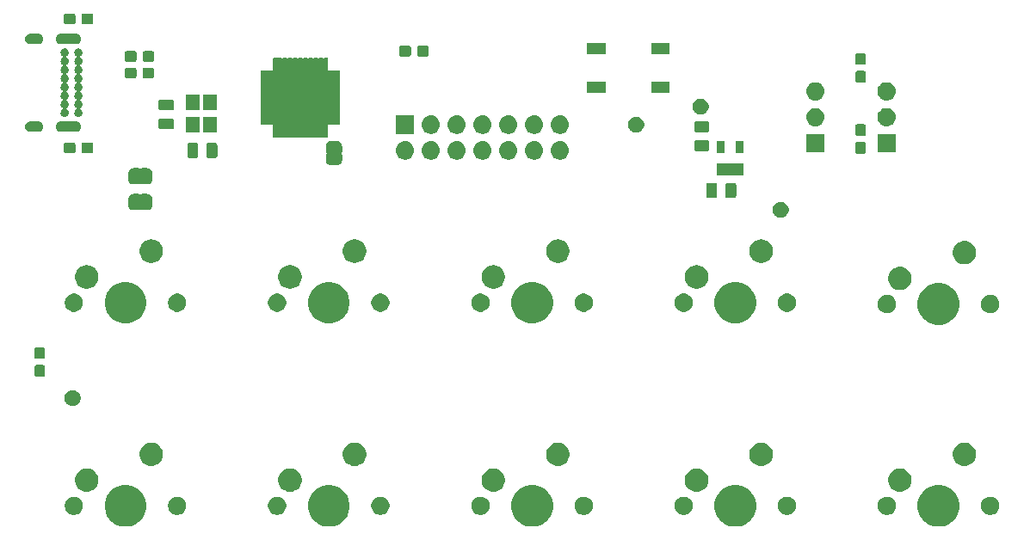
<source format=gbr>
G04 #@! TF.GenerationSoftware,KiCad,Pcbnew,(5.1.2)-2*
G04 #@! TF.CreationDate,2020-11-02T14:54:12+01:00*
G04 #@! TF.ProjectId,MacroBoard,4d616372-6f42-46f6-9172-642e6b696361,rev?*
G04 #@! TF.SameCoordinates,Original*
G04 #@! TF.FileFunction,Soldermask,Top*
G04 #@! TF.FilePolarity,Negative*
%FSLAX46Y46*%
G04 Gerber Fmt 4.6, Leading zero omitted, Abs format (unit mm)*
G04 Created by KiCad (PCBNEW (5.1.2)-2) date 2020-11-02 14:54:12*
%MOMM*%
%LPD*%
G04 APERTURE LIST*
%ADD10C,0.100000*%
G04 APERTURE END LIST*
D10*
G36*
X123328254Y-123297818D02*
G01*
X123701511Y-123452426D01*
X123701513Y-123452427D01*
X124037436Y-123676884D01*
X124323116Y-123962564D01*
X124547574Y-124298489D01*
X124702182Y-124671746D01*
X124781000Y-125067993D01*
X124781000Y-125472007D01*
X124702182Y-125868254D01*
X124547574Y-126241511D01*
X124547573Y-126241513D01*
X124323116Y-126577436D01*
X124037436Y-126863116D01*
X123701513Y-127087573D01*
X123701512Y-127087574D01*
X123701511Y-127087574D01*
X123328254Y-127242182D01*
X122932007Y-127321000D01*
X122527993Y-127321000D01*
X122131746Y-127242182D01*
X121758489Y-127087574D01*
X121758488Y-127087574D01*
X121758487Y-127087573D01*
X121422564Y-126863116D01*
X121136884Y-126577436D01*
X120912427Y-126241513D01*
X120912426Y-126241511D01*
X120757818Y-125868254D01*
X120679000Y-125472007D01*
X120679000Y-125067993D01*
X120757818Y-124671746D01*
X120912426Y-124298489D01*
X121136884Y-123962564D01*
X121422564Y-123676884D01*
X121758487Y-123452427D01*
X121758489Y-123452426D01*
X122131746Y-123297818D01*
X122527993Y-123219000D01*
X122932007Y-123219000D01*
X123328254Y-123297818D01*
X123328254Y-123297818D01*
G37*
G36*
X143328254Y-123297818D02*
G01*
X143701511Y-123452426D01*
X143701513Y-123452427D01*
X144037436Y-123676884D01*
X144323116Y-123962564D01*
X144547574Y-124298489D01*
X144702182Y-124671746D01*
X144781000Y-125067993D01*
X144781000Y-125472007D01*
X144702182Y-125868254D01*
X144547574Y-126241511D01*
X144547573Y-126241513D01*
X144323116Y-126577436D01*
X144037436Y-126863116D01*
X143701513Y-127087573D01*
X143701512Y-127087574D01*
X143701511Y-127087574D01*
X143328254Y-127242182D01*
X142932007Y-127321000D01*
X142527993Y-127321000D01*
X142131746Y-127242182D01*
X141758489Y-127087574D01*
X141758488Y-127087574D01*
X141758487Y-127087573D01*
X141422564Y-126863116D01*
X141136884Y-126577436D01*
X140912427Y-126241513D01*
X140912426Y-126241511D01*
X140757818Y-125868254D01*
X140679000Y-125472007D01*
X140679000Y-125067993D01*
X140757818Y-124671746D01*
X140912426Y-124298489D01*
X141136884Y-123962564D01*
X141422564Y-123676884D01*
X141758487Y-123452427D01*
X141758489Y-123452426D01*
X142131746Y-123297818D01*
X142527993Y-123219000D01*
X142932007Y-123219000D01*
X143328254Y-123297818D01*
X143328254Y-123297818D01*
G37*
G36*
X163328254Y-123297818D02*
G01*
X163701511Y-123452426D01*
X163701513Y-123452427D01*
X164037436Y-123676884D01*
X164323116Y-123962564D01*
X164547574Y-124298489D01*
X164702182Y-124671746D01*
X164781000Y-125067993D01*
X164781000Y-125472007D01*
X164702182Y-125868254D01*
X164547574Y-126241511D01*
X164547573Y-126241513D01*
X164323116Y-126577436D01*
X164037436Y-126863116D01*
X163701513Y-127087573D01*
X163701512Y-127087574D01*
X163701511Y-127087574D01*
X163328254Y-127242182D01*
X162932007Y-127321000D01*
X162527993Y-127321000D01*
X162131746Y-127242182D01*
X161758489Y-127087574D01*
X161758488Y-127087574D01*
X161758487Y-127087573D01*
X161422564Y-126863116D01*
X161136884Y-126577436D01*
X160912427Y-126241513D01*
X160912426Y-126241511D01*
X160757818Y-125868254D01*
X160679000Y-125472007D01*
X160679000Y-125067993D01*
X160757818Y-124671746D01*
X160912426Y-124298489D01*
X161136884Y-123962564D01*
X161422564Y-123676884D01*
X161758487Y-123452427D01*
X161758489Y-123452426D01*
X162131746Y-123297818D01*
X162527993Y-123219000D01*
X162932007Y-123219000D01*
X163328254Y-123297818D01*
X163328254Y-123297818D01*
G37*
G36*
X103328254Y-123297818D02*
G01*
X103701511Y-123452426D01*
X103701513Y-123452427D01*
X104037436Y-123676884D01*
X104323116Y-123962564D01*
X104547574Y-124298489D01*
X104702182Y-124671746D01*
X104781000Y-125067993D01*
X104781000Y-125472007D01*
X104702182Y-125868254D01*
X104547574Y-126241511D01*
X104547573Y-126241513D01*
X104323116Y-126577436D01*
X104037436Y-126863116D01*
X103701513Y-127087573D01*
X103701512Y-127087574D01*
X103701511Y-127087574D01*
X103328254Y-127242182D01*
X102932007Y-127321000D01*
X102527993Y-127321000D01*
X102131746Y-127242182D01*
X101758489Y-127087574D01*
X101758488Y-127087574D01*
X101758487Y-127087573D01*
X101422564Y-126863116D01*
X101136884Y-126577436D01*
X100912427Y-126241513D01*
X100912426Y-126241511D01*
X100757818Y-125868254D01*
X100679000Y-125472007D01*
X100679000Y-125067993D01*
X100757818Y-124671746D01*
X100912426Y-124298489D01*
X101136884Y-123962564D01*
X101422564Y-123676884D01*
X101758487Y-123452427D01*
X101758489Y-123452426D01*
X102131746Y-123297818D01*
X102527993Y-123219000D01*
X102932007Y-123219000D01*
X103328254Y-123297818D01*
X103328254Y-123297818D01*
G37*
G36*
X83328254Y-123297818D02*
G01*
X83701511Y-123452426D01*
X83701513Y-123452427D01*
X84037436Y-123676884D01*
X84323116Y-123962564D01*
X84547574Y-124298489D01*
X84702182Y-124671746D01*
X84781000Y-125067993D01*
X84781000Y-125472007D01*
X84702182Y-125868254D01*
X84547574Y-126241511D01*
X84547573Y-126241513D01*
X84323116Y-126577436D01*
X84037436Y-126863116D01*
X83701513Y-127087573D01*
X83701512Y-127087574D01*
X83701511Y-127087574D01*
X83328254Y-127242182D01*
X82932007Y-127321000D01*
X82527993Y-127321000D01*
X82131746Y-127242182D01*
X81758489Y-127087574D01*
X81758488Y-127087574D01*
X81758487Y-127087573D01*
X81422564Y-126863116D01*
X81136884Y-126577436D01*
X80912427Y-126241513D01*
X80912426Y-126241511D01*
X80757818Y-125868254D01*
X80679000Y-125472007D01*
X80679000Y-125067993D01*
X80757818Y-124671746D01*
X80912426Y-124298489D01*
X81136884Y-123962564D01*
X81422564Y-123676884D01*
X81758487Y-123452427D01*
X81758489Y-123452426D01*
X82131746Y-123297818D01*
X82527993Y-123219000D01*
X82932007Y-123219000D01*
X83328254Y-123297818D01*
X83328254Y-123297818D01*
G37*
G36*
X87923512Y-124373927D02*
G01*
X88072812Y-124403624D01*
X88236784Y-124471544D01*
X88384354Y-124570147D01*
X88509853Y-124695646D01*
X88608456Y-124843216D01*
X88676376Y-125007188D01*
X88711000Y-125181259D01*
X88711000Y-125358741D01*
X88676376Y-125532812D01*
X88608456Y-125696784D01*
X88509853Y-125844354D01*
X88384354Y-125969853D01*
X88236784Y-126068456D01*
X88072812Y-126136376D01*
X87923512Y-126166073D01*
X87898742Y-126171000D01*
X87721258Y-126171000D01*
X87696488Y-126166073D01*
X87547188Y-126136376D01*
X87383216Y-126068456D01*
X87235646Y-125969853D01*
X87110147Y-125844354D01*
X87011544Y-125696784D01*
X86943624Y-125532812D01*
X86909000Y-125358741D01*
X86909000Y-125181259D01*
X86943624Y-125007188D01*
X87011544Y-124843216D01*
X87110147Y-124695646D01*
X87235646Y-124570147D01*
X87383216Y-124471544D01*
X87547188Y-124403624D01*
X87696488Y-124373927D01*
X87721258Y-124369000D01*
X87898742Y-124369000D01*
X87923512Y-124373927D01*
X87923512Y-124373927D01*
G37*
G36*
X77763512Y-124373927D02*
G01*
X77912812Y-124403624D01*
X78076784Y-124471544D01*
X78224354Y-124570147D01*
X78349853Y-124695646D01*
X78448456Y-124843216D01*
X78516376Y-125007188D01*
X78551000Y-125181259D01*
X78551000Y-125358741D01*
X78516376Y-125532812D01*
X78448456Y-125696784D01*
X78349853Y-125844354D01*
X78224354Y-125969853D01*
X78076784Y-126068456D01*
X77912812Y-126136376D01*
X77763512Y-126166073D01*
X77738742Y-126171000D01*
X77561258Y-126171000D01*
X77536488Y-126166073D01*
X77387188Y-126136376D01*
X77223216Y-126068456D01*
X77075646Y-125969853D01*
X76950147Y-125844354D01*
X76851544Y-125696784D01*
X76783624Y-125532812D01*
X76749000Y-125358741D01*
X76749000Y-125181259D01*
X76783624Y-125007188D01*
X76851544Y-124843216D01*
X76950147Y-124695646D01*
X77075646Y-124570147D01*
X77223216Y-124471544D01*
X77387188Y-124403624D01*
X77536488Y-124373927D01*
X77561258Y-124369000D01*
X77738742Y-124369000D01*
X77763512Y-124373927D01*
X77763512Y-124373927D01*
G37*
G36*
X117763512Y-124373927D02*
G01*
X117912812Y-124403624D01*
X118076784Y-124471544D01*
X118224354Y-124570147D01*
X118349853Y-124695646D01*
X118448456Y-124843216D01*
X118516376Y-125007188D01*
X118551000Y-125181259D01*
X118551000Y-125358741D01*
X118516376Y-125532812D01*
X118448456Y-125696784D01*
X118349853Y-125844354D01*
X118224354Y-125969853D01*
X118076784Y-126068456D01*
X117912812Y-126136376D01*
X117763512Y-126166073D01*
X117738742Y-126171000D01*
X117561258Y-126171000D01*
X117536488Y-126166073D01*
X117387188Y-126136376D01*
X117223216Y-126068456D01*
X117075646Y-125969853D01*
X116950147Y-125844354D01*
X116851544Y-125696784D01*
X116783624Y-125532812D01*
X116749000Y-125358741D01*
X116749000Y-125181259D01*
X116783624Y-125007188D01*
X116851544Y-124843216D01*
X116950147Y-124695646D01*
X117075646Y-124570147D01*
X117223216Y-124471544D01*
X117387188Y-124403624D01*
X117536488Y-124373927D01*
X117561258Y-124369000D01*
X117738742Y-124369000D01*
X117763512Y-124373927D01*
X117763512Y-124373927D01*
G37*
G36*
X127923512Y-124373927D02*
G01*
X128072812Y-124403624D01*
X128236784Y-124471544D01*
X128384354Y-124570147D01*
X128509853Y-124695646D01*
X128608456Y-124843216D01*
X128676376Y-125007188D01*
X128711000Y-125181259D01*
X128711000Y-125358741D01*
X128676376Y-125532812D01*
X128608456Y-125696784D01*
X128509853Y-125844354D01*
X128384354Y-125969853D01*
X128236784Y-126068456D01*
X128072812Y-126136376D01*
X127923512Y-126166073D01*
X127898742Y-126171000D01*
X127721258Y-126171000D01*
X127696488Y-126166073D01*
X127547188Y-126136376D01*
X127383216Y-126068456D01*
X127235646Y-125969853D01*
X127110147Y-125844354D01*
X127011544Y-125696784D01*
X126943624Y-125532812D01*
X126909000Y-125358741D01*
X126909000Y-125181259D01*
X126943624Y-125007188D01*
X127011544Y-124843216D01*
X127110147Y-124695646D01*
X127235646Y-124570147D01*
X127383216Y-124471544D01*
X127547188Y-124403624D01*
X127696488Y-124373927D01*
X127721258Y-124369000D01*
X127898742Y-124369000D01*
X127923512Y-124373927D01*
X127923512Y-124373927D01*
G37*
G36*
X137763512Y-124373927D02*
G01*
X137912812Y-124403624D01*
X138076784Y-124471544D01*
X138224354Y-124570147D01*
X138349853Y-124695646D01*
X138448456Y-124843216D01*
X138516376Y-125007188D01*
X138551000Y-125181259D01*
X138551000Y-125358741D01*
X138516376Y-125532812D01*
X138448456Y-125696784D01*
X138349853Y-125844354D01*
X138224354Y-125969853D01*
X138076784Y-126068456D01*
X137912812Y-126136376D01*
X137763512Y-126166073D01*
X137738742Y-126171000D01*
X137561258Y-126171000D01*
X137536488Y-126166073D01*
X137387188Y-126136376D01*
X137223216Y-126068456D01*
X137075646Y-125969853D01*
X136950147Y-125844354D01*
X136851544Y-125696784D01*
X136783624Y-125532812D01*
X136749000Y-125358741D01*
X136749000Y-125181259D01*
X136783624Y-125007188D01*
X136851544Y-124843216D01*
X136950147Y-124695646D01*
X137075646Y-124570147D01*
X137223216Y-124471544D01*
X137387188Y-124403624D01*
X137536488Y-124373927D01*
X137561258Y-124369000D01*
X137738742Y-124369000D01*
X137763512Y-124373927D01*
X137763512Y-124373927D01*
G37*
G36*
X147923512Y-124373927D02*
G01*
X148072812Y-124403624D01*
X148236784Y-124471544D01*
X148384354Y-124570147D01*
X148509853Y-124695646D01*
X148608456Y-124843216D01*
X148676376Y-125007188D01*
X148711000Y-125181259D01*
X148711000Y-125358741D01*
X148676376Y-125532812D01*
X148608456Y-125696784D01*
X148509853Y-125844354D01*
X148384354Y-125969853D01*
X148236784Y-126068456D01*
X148072812Y-126136376D01*
X147923512Y-126166073D01*
X147898742Y-126171000D01*
X147721258Y-126171000D01*
X147696488Y-126166073D01*
X147547188Y-126136376D01*
X147383216Y-126068456D01*
X147235646Y-125969853D01*
X147110147Y-125844354D01*
X147011544Y-125696784D01*
X146943624Y-125532812D01*
X146909000Y-125358741D01*
X146909000Y-125181259D01*
X146943624Y-125007188D01*
X147011544Y-124843216D01*
X147110147Y-124695646D01*
X147235646Y-124570147D01*
X147383216Y-124471544D01*
X147547188Y-124403624D01*
X147696488Y-124373927D01*
X147721258Y-124369000D01*
X147898742Y-124369000D01*
X147923512Y-124373927D01*
X147923512Y-124373927D01*
G37*
G36*
X157763512Y-124373927D02*
G01*
X157912812Y-124403624D01*
X158076784Y-124471544D01*
X158224354Y-124570147D01*
X158349853Y-124695646D01*
X158448456Y-124843216D01*
X158516376Y-125007188D01*
X158551000Y-125181259D01*
X158551000Y-125358741D01*
X158516376Y-125532812D01*
X158448456Y-125696784D01*
X158349853Y-125844354D01*
X158224354Y-125969853D01*
X158076784Y-126068456D01*
X157912812Y-126136376D01*
X157763512Y-126166073D01*
X157738742Y-126171000D01*
X157561258Y-126171000D01*
X157536488Y-126166073D01*
X157387188Y-126136376D01*
X157223216Y-126068456D01*
X157075646Y-125969853D01*
X156950147Y-125844354D01*
X156851544Y-125696784D01*
X156783624Y-125532812D01*
X156749000Y-125358741D01*
X156749000Y-125181259D01*
X156783624Y-125007188D01*
X156851544Y-124843216D01*
X156950147Y-124695646D01*
X157075646Y-124570147D01*
X157223216Y-124471544D01*
X157387188Y-124403624D01*
X157536488Y-124373927D01*
X157561258Y-124369000D01*
X157738742Y-124369000D01*
X157763512Y-124373927D01*
X157763512Y-124373927D01*
G37*
G36*
X167923512Y-124373927D02*
G01*
X168072812Y-124403624D01*
X168236784Y-124471544D01*
X168384354Y-124570147D01*
X168509853Y-124695646D01*
X168608456Y-124843216D01*
X168676376Y-125007188D01*
X168711000Y-125181259D01*
X168711000Y-125358741D01*
X168676376Y-125532812D01*
X168608456Y-125696784D01*
X168509853Y-125844354D01*
X168384354Y-125969853D01*
X168236784Y-126068456D01*
X168072812Y-126136376D01*
X167923512Y-126166073D01*
X167898742Y-126171000D01*
X167721258Y-126171000D01*
X167696488Y-126166073D01*
X167547188Y-126136376D01*
X167383216Y-126068456D01*
X167235646Y-125969853D01*
X167110147Y-125844354D01*
X167011544Y-125696784D01*
X166943624Y-125532812D01*
X166909000Y-125358741D01*
X166909000Y-125181259D01*
X166943624Y-125007188D01*
X167011544Y-124843216D01*
X167110147Y-124695646D01*
X167235646Y-124570147D01*
X167383216Y-124471544D01*
X167547188Y-124403624D01*
X167696488Y-124373927D01*
X167721258Y-124369000D01*
X167898742Y-124369000D01*
X167923512Y-124373927D01*
X167923512Y-124373927D01*
G37*
G36*
X107923512Y-124373927D02*
G01*
X108072812Y-124403624D01*
X108236784Y-124471544D01*
X108384354Y-124570147D01*
X108509853Y-124695646D01*
X108608456Y-124843216D01*
X108676376Y-125007188D01*
X108711000Y-125181259D01*
X108711000Y-125358741D01*
X108676376Y-125532812D01*
X108608456Y-125696784D01*
X108509853Y-125844354D01*
X108384354Y-125969853D01*
X108236784Y-126068456D01*
X108072812Y-126136376D01*
X107923512Y-126166073D01*
X107898742Y-126171000D01*
X107721258Y-126171000D01*
X107696488Y-126166073D01*
X107547188Y-126136376D01*
X107383216Y-126068456D01*
X107235646Y-125969853D01*
X107110147Y-125844354D01*
X107011544Y-125696784D01*
X106943624Y-125532812D01*
X106909000Y-125358741D01*
X106909000Y-125181259D01*
X106943624Y-125007188D01*
X107011544Y-124843216D01*
X107110147Y-124695646D01*
X107235646Y-124570147D01*
X107383216Y-124471544D01*
X107547188Y-124403624D01*
X107696488Y-124373927D01*
X107721258Y-124369000D01*
X107898742Y-124369000D01*
X107923512Y-124373927D01*
X107923512Y-124373927D01*
G37*
G36*
X97763512Y-124373927D02*
G01*
X97912812Y-124403624D01*
X98076784Y-124471544D01*
X98224354Y-124570147D01*
X98349853Y-124695646D01*
X98448456Y-124843216D01*
X98516376Y-125007188D01*
X98551000Y-125181259D01*
X98551000Y-125358741D01*
X98516376Y-125532812D01*
X98448456Y-125696784D01*
X98349853Y-125844354D01*
X98224354Y-125969853D01*
X98076784Y-126068456D01*
X97912812Y-126136376D01*
X97763512Y-126166073D01*
X97738742Y-126171000D01*
X97561258Y-126171000D01*
X97536488Y-126166073D01*
X97387188Y-126136376D01*
X97223216Y-126068456D01*
X97075646Y-125969853D01*
X96950147Y-125844354D01*
X96851544Y-125696784D01*
X96783624Y-125532812D01*
X96749000Y-125358741D01*
X96749000Y-125181259D01*
X96783624Y-125007188D01*
X96851544Y-124843216D01*
X96950147Y-124695646D01*
X97075646Y-124570147D01*
X97223216Y-124471544D01*
X97387188Y-124403624D01*
X97536488Y-124373927D01*
X97561258Y-124369000D01*
X97738742Y-124369000D01*
X97763512Y-124373927D01*
X97763512Y-124373927D01*
G37*
G36*
X139144549Y-121601116D02*
G01*
X139255734Y-121623232D01*
X139465203Y-121709997D01*
X139653720Y-121835960D01*
X139814040Y-121996280D01*
X139940003Y-122184797D01*
X140026768Y-122394266D01*
X140071000Y-122616636D01*
X140071000Y-122843364D01*
X140026768Y-123065734D01*
X139940003Y-123275203D01*
X139814040Y-123463720D01*
X139653720Y-123624040D01*
X139465203Y-123750003D01*
X139255734Y-123836768D01*
X139144549Y-123858884D01*
X139033365Y-123881000D01*
X138806635Y-123881000D01*
X138695451Y-123858884D01*
X138584266Y-123836768D01*
X138374797Y-123750003D01*
X138186280Y-123624040D01*
X138025960Y-123463720D01*
X137899997Y-123275203D01*
X137813232Y-123065734D01*
X137769000Y-122843364D01*
X137769000Y-122616636D01*
X137813232Y-122394266D01*
X137899997Y-122184797D01*
X138025960Y-121996280D01*
X138186280Y-121835960D01*
X138374797Y-121709997D01*
X138584266Y-121623232D01*
X138695451Y-121601116D01*
X138806635Y-121579000D01*
X139033365Y-121579000D01*
X139144549Y-121601116D01*
X139144549Y-121601116D01*
G37*
G36*
X119144549Y-121601116D02*
G01*
X119255734Y-121623232D01*
X119465203Y-121709997D01*
X119653720Y-121835960D01*
X119814040Y-121996280D01*
X119940003Y-122184797D01*
X120026768Y-122394266D01*
X120071000Y-122616636D01*
X120071000Y-122843364D01*
X120026768Y-123065734D01*
X119940003Y-123275203D01*
X119814040Y-123463720D01*
X119653720Y-123624040D01*
X119465203Y-123750003D01*
X119255734Y-123836768D01*
X119144549Y-123858884D01*
X119033365Y-123881000D01*
X118806635Y-123881000D01*
X118695451Y-123858884D01*
X118584266Y-123836768D01*
X118374797Y-123750003D01*
X118186280Y-123624040D01*
X118025960Y-123463720D01*
X117899997Y-123275203D01*
X117813232Y-123065734D01*
X117769000Y-122843364D01*
X117769000Y-122616636D01*
X117813232Y-122394266D01*
X117899997Y-122184797D01*
X118025960Y-121996280D01*
X118186280Y-121835960D01*
X118374797Y-121709997D01*
X118584266Y-121623232D01*
X118695451Y-121601116D01*
X118806635Y-121579000D01*
X119033365Y-121579000D01*
X119144549Y-121601116D01*
X119144549Y-121601116D01*
G37*
G36*
X159144549Y-121601116D02*
G01*
X159255734Y-121623232D01*
X159465203Y-121709997D01*
X159653720Y-121835960D01*
X159814040Y-121996280D01*
X159940003Y-122184797D01*
X160026768Y-122394266D01*
X160071000Y-122616636D01*
X160071000Y-122843364D01*
X160026768Y-123065734D01*
X159940003Y-123275203D01*
X159814040Y-123463720D01*
X159653720Y-123624040D01*
X159465203Y-123750003D01*
X159255734Y-123836768D01*
X159144549Y-123858884D01*
X159033365Y-123881000D01*
X158806635Y-123881000D01*
X158695451Y-123858884D01*
X158584266Y-123836768D01*
X158374797Y-123750003D01*
X158186280Y-123624040D01*
X158025960Y-123463720D01*
X157899997Y-123275203D01*
X157813232Y-123065734D01*
X157769000Y-122843364D01*
X157769000Y-122616636D01*
X157813232Y-122394266D01*
X157899997Y-122184797D01*
X158025960Y-121996280D01*
X158186280Y-121835960D01*
X158374797Y-121709997D01*
X158584266Y-121623232D01*
X158695451Y-121601116D01*
X158806635Y-121579000D01*
X159033365Y-121579000D01*
X159144549Y-121601116D01*
X159144549Y-121601116D01*
G37*
G36*
X99144549Y-121601116D02*
G01*
X99255734Y-121623232D01*
X99465203Y-121709997D01*
X99653720Y-121835960D01*
X99814040Y-121996280D01*
X99940003Y-122184797D01*
X100026768Y-122394266D01*
X100071000Y-122616636D01*
X100071000Y-122843364D01*
X100026768Y-123065734D01*
X99940003Y-123275203D01*
X99814040Y-123463720D01*
X99653720Y-123624040D01*
X99465203Y-123750003D01*
X99255734Y-123836768D01*
X99144549Y-123858884D01*
X99033365Y-123881000D01*
X98806635Y-123881000D01*
X98695451Y-123858884D01*
X98584266Y-123836768D01*
X98374797Y-123750003D01*
X98186280Y-123624040D01*
X98025960Y-123463720D01*
X97899997Y-123275203D01*
X97813232Y-123065734D01*
X97769000Y-122843364D01*
X97769000Y-122616636D01*
X97813232Y-122394266D01*
X97899997Y-122184797D01*
X98025960Y-121996280D01*
X98186280Y-121835960D01*
X98374797Y-121709997D01*
X98584266Y-121623232D01*
X98695451Y-121601116D01*
X98806635Y-121579000D01*
X99033365Y-121579000D01*
X99144549Y-121601116D01*
X99144549Y-121601116D01*
G37*
G36*
X79144549Y-121601116D02*
G01*
X79255734Y-121623232D01*
X79465203Y-121709997D01*
X79653720Y-121835960D01*
X79814040Y-121996280D01*
X79940003Y-122184797D01*
X80026768Y-122394266D01*
X80071000Y-122616636D01*
X80071000Y-122843364D01*
X80026768Y-123065734D01*
X79940003Y-123275203D01*
X79814040Y-123463720D01*
X79653720Y-123624040D01*
X79465203Y-123750003D01*
X79255734Y-123836768D01*
X79144549Y-123858884D01*
X79033365Y-123881000D01*
X78806635Y-123881000D01*
X78695451Y-123858884D01*
X78584266Y-123836768D01*
X78374797Y-123750003D01*
X78186280Y-123624040D01*
X78025960Y-123463720D01*
X77899997Y-123275203D01*
X77813232Y-123065734D01*
X77769000Y-122843364D01*
X77769000Y-122616636D01*
X77813232Y-122394266D01*
X77899997Y-122184797D01*
X78025960Y-121996280D01*
X78186280Y-121835960D01*
X78374797Y-121709997D01*
X78584266Y-121623232D01*
X78695451Y-121601116D01*
X78806635Y-121579000D01*
X79033365Y-121579000D01*
X79144549Y-121601116D01*
X79144549Y-121601116D01*
G37*
G36*
X85494549Y-119061116D02*
G01*
X85605734Y-119083232D01*
X85815203Y-119169997D01*
X86003720Y-119295960D01*
X86164040Y-119456280D01*
X86290003Y-119644797D01*
X86376768Y-119854266D01*
X86421000Y-120076636D01*
X86421000Y-120303364D01*
X86376768Y-120525734D01*
X86290003Y-120735203D01*
X86164040Y-120923720D01*
X86003720Y-121084040D01*
X85815203Y-121210003D01*
X85605734Y-121296768D01*
X85494549Y-121318884D01*
X85383365Y-121341000D01*
X85156635Y-121341000D01*
X85045451Y-121318884D01*
X84934266Y-121296768D01*
X84724797Y-121210003D01*
X84536280Y-121084040D01*
X84375960Y-120923720D01*
X84249997Y-120735203D01*
X84163232Y-120525734D01*
X84119000Y-120303364D01*
X84119000Y-120076636D01*
X84163232Y-119854266D01*
X84249997Y-119644797D01*
X84375960Y-119456280D01*
X84536280Y-119295960D01*
X84724797Y-119169997D01*
X84934266Y-119083232D01*
X85045451Y-119061116D01*
X85156635Y-119039000D01*
X85383365Y-119039000D01*
X85494549Y-119061116D01*
X85494549Y-119061116D01*
G37*
G36*
X105494549Y-119061116D02*
G01*
X105605734Y-119083232D01*
X105815203Y-119169997D01*
X106003720Y-119295960D01*
X106164040Y-119456280D01*
X106290003Y-119644797D01*
X106376768Y-119854266D01*
X106421000Y-120076636D01*
X106421000Y-120303364D01*
X106376768Y-120525734D01*
X106290003Y-120735203D01*
X106164040Y-120923720D01*
X106003720Y-121084040D01*
X105815203Y-121210003D01*
X105605734Y-121296768D01*
X105494549Y-121318884D01*
X105383365Y-121341000D01*
X105156635Y-121341000D01*
X105045451Y-121318884D01*
X104934266Y-121296768D01*
X104724797Y-121210003D01*
X104536280Y-121084040D01*
X104375960Y-120923720D01*
X104249997Y-120735203D01*
X104163232Y-120525734D01*
X104119000Y-120303364D01*
X104119000Y-120076636D01*
X104163232Y-119854266D01*
X104249997Y-119644797D01*
X104375960Y-119456280D01*
X104536280Y-119295960D01*
X104724797Y-119169997D01*
X104934266Y-119083232D01*
X105045451Y-119061116D01*
X105156635Y-119039000D01*
X105383365Y-119039000D01*
X105494549Y-119061116D01*
X105494549Y-119061116D01*
G37*
G36*
X145494549Y-119061116D02*
G01*
X145605734Y-119083232D01*
X145815203Y-119169997D01*
X146003720Y-119295960D01*
X146164040Y-119456280D01*
X146290003Y-119644797D01*
X146376768Y-119854266D01*
X146421000Y-120076636D01*
X146421000Y-120303364D01*
X146376768Y-120525734D01*
X146290003Y-120735203D01*
X146164040Y-120923720D01*
X146003720Y-121084040D01*
X145815203Y-121210003D01*
X145605734Y-121296768D01*
X145494549Y-121318884D01*
X145383365Y-121341000D01*
X145156635Y-121341000D01*
X145045451Y-121318884D01*
X144934266Y-121296768D01*
X144724797Y-121210003D01*
X144536280Y-121084040D01*
X144375960Y-120923720D01*
X144249997Y-120735203D01*
X144163232Y-120525734D01*
X144119000Y-120303364D01*
X144119000Y-120076636D01*
X144163232Y-119854266D01*
X144249997Y-119644797D01*
X144375960Y-119456280D01*
X144536280Y-119295960D01*
X144724797Y-119169997D01*
X144934266Y-119083232D01*
X145045451Y-119061116D01*
X145156635Y-119039000D01*
X145383365Y-119039000D01*
X145494549Y-119061116D01*
X145494549Y-119061116D01*
G37*
G36*
X165494549Y-119061116D02*
G01*
X165605734Y-119083232D01*
X165815203Y-119169997D01*
X166003720Y-119295960D01*
X166164040Y-119456280D01*
X166290003Y-119644797D01*
X166376768Y-119854266D01*
X166421000Y-120076636D01*
X166421000Y-120303364D01*
X166376768Y-120525734D01*
X166290003Y-120735203D01*
X166164040Y-120923720D01*
X166003720Y-121084040D01*
X165815203Y-121210003D01*
X165605734Y-121296768D01*
X165494549Y-121318884D01*
X165383365Y-121341000D01*
X165156635Y-121341000D01*
X165045451Y-121318884D01*
X164934266Y-121296768D01*
X164724797Y-121210003D01*
X164536280Y-121084040D01*
X164375960Y-120923720D01*
X164249997Y-120735203D01*
X164163232Y-120525734D01*
X164119000Y-120303364D01*
X164119000Y-120076636D01*
X164163232Y-119854266D01*
X164249997Y-119644797D01*
X164375960Y-119456280D01*
X164536280Y-119295960D01*
X164724797Y-119169997D01*
X164934266Y-119083232D01*
X165045451Y-119061116D01*
X165156635Y-119039000D01*
X165383365Y-119039000D01*
X165494549Y-119061116D01*
X165494549Y-119061116D01*
G37*
G36*
X125494549Y-119061116D02*
G01*
X125605734Y-119083232D01*
X125815203Y-119169997D01*
X126003720Y-119295960D01*
X126164040Y-119456280D01*
X126290003Y-119644797D01*
X126376768Y-119854266D01*
X126421000Y-120076636D01*
X126421000Y-120303364D01*
X126376768Y-120525734D01*
X126290003Y-120735203D01*
X126164040Y-120923720D01*
X126003720Y-121084040D01*
X125815203Y-121210003D01*
X125605734Y-121296768D01*
X125494549Y-121318884D01*
X125383365Y-121341000D01*
X125156635Y-121341000D01*
X125045451Y-121318884D01*
X124934266Y-121296768D01*
X124724797Y-121210003D01*
X124536280Y-121084040D01*
X124375960Y-120923720D01*
X124249997Y-120735203D01*
X124163232Y-120525734D01*
X124119000Y-120303364D01*
X124119000Y-120076636D01*
X124163232Y-119854266D01*
X124249997Y-119644797D01*
X124375960Y-119456280D01*
X124536280Y-119295960D01*
X124724797Y-119169997D01*
X124934266Y-119083232D01*
X125045451Y-119061116D01*
X125156635Y-119039000D01*
X125383365Y-119039000D01*
X125494549Y-119061116D01*
X125494549Y-119061116D01*
G37*
G36*
X77758142Y-113893781D02*
G01*
X77903914Y-113954162D01*
X77903916Y-113954163D01*
X78035108Y-114041822D01*
X78146678Y-114153392D01*
X78234337Y-114284584D01*
X78234338Y-114284586D01*
X78294719Y-114430358D01*
X78325500Y-114585107D01*
X78325500Y-114742893D01*
X78294719Y-114897642D01*
X78234338Y-115043414D01*
X78234337Y-115043416D01*
X78146678Y-115174608D01*
X78035108Y-115286178D01*
X77903916Y-115373837D01*
X77903915Y-115373838D01*
X77903914Y-115373838D01*
X77758142Y-115434219D01*
X77603393Y-115465000D01*
X77445607Y-115465000D01*
X77290858Y-115434219D01*
X77145086Y-115373838D01*
X77145085Y-115373838D01*
X77145084Y-115373837D01*
X77013892Y-115286178D01*
X76902322Y-115174608D01*
X76814663Y-115043416D01*
X76814662Y-115043414D01*
X76754281Y-114897642D01*
X76723500Y-114742893D01*
X76723500Y-114585107D01*
X76754281Y-114430358D01*
X76814662Y-114284586D01*
X76814663Y-114284584D01*
X76902322Y-114153392D01*
X77013892Y-114041822D01*
X77145084Y-113954163D01*
X77145086Y-113954162D01*
X77290858Y-113893781D01*
X77445607Y-113863000D01*
X77603393Y-113863000D01*
X77758142Y-113893781D01*
X77758142Y-113893781D01*
G37*
G36*
X74650499Y-111411445D02*
G01*
X74687995Y-111422820D01*
X74722554Y-111441292D01*
X74752847Y-111466153D01*
X74777708Y-111496446D01*
X74796180Y-111531005D01*
X74807555Y-111568501D01*
X74812000Y-111613638D01*
X74812000Y-112352362D01*
X74807555Y-112397499D01*
X74796180Y-112434995D01*
X74777708Y-112469554D01*
X74752847Y-112499847D01*
X74722554Y-112524708D01*
X74687995Y-112543180D01*
X74650499Y-112554555D01*
X74605362Y-112559000D01*
X73966638Y-112559000D01*
X73921501Y-112554555D01*
X73884005Y-112543180D01*
X73849446Y-112524708D01*
X73819153Y-112499847D01*
X73794292Y-112469554D01*
X73775820Y-112434995D01*
X73764445Y-112397499D01*
X73760000Y-112352362D01*
X73760000Y-111613638D01*
X73764445Y-111568501D01*
X73775820Y-111531005D01*
X73794292Y-111496446D01*
X73819153Y-111466153D01*
X73849446Y-111441292D01*
X73884005Y-111422820D01*
X73921501Y-111411445D01*
X73966638Y-111407000D01*
X74605362Y-111407000D01*
X74650499Y-111411445D01*
X74650499Y-111411445D01*
G37*
G36*
X74650499Y-109661445D02*
G01*
X74687995Y-109672820D01*
X74722554Y-109691292D01*
X74752847Y-109716153D01*
X74777708Y-109746446D01*
X74796180Y-109781005D01*
X74807555Y-109818501D01*
X74812000Y-109863638D01*
X74812000Y-110602362D01*
X74807555Y-110647499D01*
X74796180Y-110684995D01*
X74777708Y-110719554D01*
X74752847Y-110749847D01*
X74722554Y-110774708D01*
X74687995Y-110793180D01*
X74650499Y-110804555D01*
X74605362Y-110809000D01*
X73966638Y-110809000D01*
X73921501Y-110804555D01*
X73884005Y-110793180D01*
X73849446Y-110774708D01*
X73819153Y-110749847D01*
X73794292Y-110719554D01*
X73775820Y-110684995D01*
X73764445Y-110647499D01*
X73760000Y-110602362D01*
X73760000Y-109863638D01*
X73764445Y-109818501D01*
X73775820Y-109781005D01*
X73794292Y-109746446D01*
X73819153Y-109716153D01*
X73849446Y-109691292D01*
X73884005Y-109672820D01*
X73921501Y-109661445D01*
X73966638Y-109657000D01*
X74605362Y-109657000D01*
X74650499Y-109661445D01*
X74650499Y-109661445D01*
G37*
G36*
X163328254Y-103437818D02*
G01*
X163701511Y-103592426D01*
X163701513Y-103592427D01*
X164037436Y-103816884D01*
X164323116Y-104102564D01*
X164547574Y-104438489D01*
X164702182Y-104811746D01*
X164781000Y-105207993D01*
X164781000Y-105612007D01*
X164702182Y-106008254D01*
X164547574Y-106381511D01*
X164547573Y-106381513D01*
X164323116Y-106717436D01*
X164037436Y-107003116D01*
X163701513Y-107227573D01*
X163701512Y-107227574D01*
X163701511Y-107227574D01*
X163328254Y-107382182D01*
X162932007Y-107461000D01*
X162527993Y-107461000D01*
X162131746Y-107382182D01*
X161758489Y-107227574D01*
X161758488Y-107227574D01*
X161758487Y-107227573D01*
X161422564Y-107003116D01*
X161136884Y-106717436D01*
X160912427Y-106381513D01*
X160912426Y-106381511D01*
X160757818Y-106008254D01*
X160679000Y-105612007D01*
X160679000Y-105207993D01*
X160757818Y-104811746D01*
X160912426Y-104438489D01*
X161136884Y-104102564D01*
X161422564Y-103816884D01*
X161758487Y-103592427D01*
X161758489Y-103592426D01*
X162131746Y-103437818D01*
X162527993Y-103359000D01*
X162932007Y-103359000D01*
X163328254Y-103437818D01*
X163328254Y-103437818D01*
G37*
G36*
X123328254Y-103297818D02*
G01*
X123701511Y-103452426D01*
X123701513Y-103452427D01*
X124037436Y-103676884D01*
X124323116Y-103962564D01*
X124547574Y-104298489D01*
X124702182Y-104671746D01*
X124781000Y-105067993D01*
X124781000Y-105472007D01*
X124702182Y-105868254D01*
X124561266Y-106208456D01*
X124547573Y-106241513D01*
X124323116Y-106577436D01*
X124037436Y-106863116D01*
X123701513Y-107087573D01*
X123701512Y-107087574D01*
X123701511Y-107087574D01*
X123328254Y-107242182D01*
X122932007Y-107321000D01*
X122527993Y-107321000D01*
X122131746Y-107242182D01*
X121758489Y-107087574D01*
X121758488Y-107087574D01*
X121758487Y-107087573D01*
X121422564Y-106863116D01*
X121136884Y-106577436D01*
X120912427Y-106241513D01*
X120898734Y-106208456D01*
X120757818Y-105868254D01*
X120679000Y-105472007D01*
X120679000Y-105067993D01*
X120757818Y-104671746D01*
X120912426Y-104298489D01*
X121136884Y-103962564D01*
X121422564Y-103676884D01*
X121758487Y-103452427D01*
X121758489Y-103452426D01*
X122131746Y-103297818D01*
X122527993Y-103219000D01*
X122932007Y-103219000D01*
X123328254Y-103297818D01*
X123328254Y-103297818D01*
G37*
G36*
X83328254Y-103297818D02*
G01*
X83701511Y-103452426D01*
X83701513Y-103452427D01*
X84037436Y-103676884D01*
X84323116Y-103962564D01*
X84547574Y-104298489D01*
X84702182Y-104671746D01*
X84781000Y-105067993D01*
X84781000Y-105472007D01*
X84702182Y-105868254D01*
X84561266Y-106208456D01*
X84547573Y-106241513D01*
X84323116Y-106577436D01*
X84037436Y-106863116D01*
X83701513Y-107087573D01*
X83701512Y-107087574D01*
X83701511Y-107087574D01*
X83328254Y-107242182D01*
X82932007Y-107321000D01*
X82527993Y-107321000D01*
X82131746Y-107242182D01*
X81758489Y-107087574D01*
X81758488Y-107087574D01*
X81758487Y-107087573D01*
X81422564Y-106863116D01*
X81136884Y-106577436D01*
X80912427Y-106241513D01*
X80898734Y-106208456D01*
X80757818Y-105868254D01*
X80679000Y-105472007D01*
X80679000Y-105067993D01*
X80757818Y-104671746D01*
X80912426Y-104298489D01*
X81136884Y-103962564D01*
X81422564Y-103676884D01*
X81758487Y-103452427D01*
X81758489Y-103452426D01*
X82131746Y-103297818D01*
X82527993Y-103219000D01*
X82932007Y-103219000D01*
X83328254Y-103297818D01*
X83328254Y-103297818D01*
G37*
G36*
X103328254Y-103297818D02*
G01*
X103701511Y-103452426D01*
X103701513Y-103452427D01*
X104037436Y-103676884D01*
X104323116Y-103962564D01*
X104547574Y-104298489D01*
X104702182Y-104671746D01*
X104781000Y-105067993D01*
X104781000Y-105472007D01*
X104702182Y-105868254D01*
X104561266Y-106208456D01*
X104547573Y-106241513D01*
X104323116Y-106577436D01*
X104037436Y-106863116D01*
X103701513Y-107087573D01*
X103701512Y-107087574D01*
X103701511Y-107087574D01*
X103328254Y-107242182D01*
X102932007Y-107321000D01*
X102527993Y-107321000D01*
X102131746Y-107242182D01*
X101758489Y-107087574D01*
X101758488Y-107087574D01*
X101758487Y-107087573D01*
X101422564Y-106863116D01*
X101136884Y-106577436D01*
X100912427Y-106241513D01*
X100898734Y-106208456D01*
X100757818Y-105868254D01*
X100679000Y-105472007D01*
X100679000Y-105067993D01*
X100757818Y-104671746D01*
X100912426Y-104298489D01*
X101136884Y-103962564D01*
X101422564Y-103676884D01*
X101758487Y-103452427D01*
X101758489Y-103452426D01*
X102131746Y-103297818D01*
X102527993Y-103219000D01*
X102932007Y-103219000D01*
X103328254Y-103297818D01*
X103328254Y-103297818D01*
G37*
G36*
X143328254Y-103297818D02*
G01*
X143701511Y-103452426D01*
X143701513Y-103452427D01*
X144037436Y-103676884D01*
X144323116Y-103962564D01*
X144547574Y-104298489D01*
X144702182Y-104671746D01*
X144781000Y-105067993D01*
X144781000Y-105472007D01*
X144702182Y-105868254D01*
X144561266Y-106208456D01*
X144547573Y-106241513D01*
X144323116Y-106577436D01*
X144037436Y-106863116D01*
X143701513Y-107087573D01*
X143701512Y-107087574D01*
X143701511Y-107087574D01*
X143328254Y-107242182D01*
X142932007Y-107321000D01*
X142527993Y-107321000D01*
X142131746Y-107242182D01*
X141758489Y-107087574D01*
X141758488Y-107087574D01*
X141758487Y-107087573D01*
X141422564Y-106863116D01*
X141136884Y-106577436D01*
X140912427Y-106241513D01*
X140898734Y-106208456D01*
X140757818Y-105868254D01*
X140679000Y-105472007D01*
X140679000Y-105067993D01*
X140757818Y-104671746D01*
X140912426Y-104298489D01*
X141136884Y-103962564D01*
X141422564Y-103676884D01*
X141758487Y-103452427D01*
X141758489Y-103452426D01*
X142131746Y-103297818D01*
X142527993Y-103219000D01*
X142932007Y-103219000D01*
X143328254Y-103297818D01*
X143328254Y-103297818D01*
G37*
G36*
X167923512Y-104513927D02*
G01*
X168072812Y-104543624D01*
X168236784Y-104611544D01*
X168384354Y-104710147D01*
X168509853Y-104835646D01*
X168608456Y-104983216D01*
X168676376Y-105147188D01*
X168711000Y-105321259D01*
X168711000Y-105498741D01*
X168676376Y-105672812D01*
X168608456Y-105836784D01*
X168509853Y-105984354D01*
X168384354Y-106109853D01*
X168236784Y-106208456D01*
X168072812Y-106276376D01*
X167923512Y-106306073D01*
X167898742Y-106311000D01*
X167721258Y-106311000D01*
X167696488Y-106306073D01*
X167547188Y-106276376D01*
X167383216Y-106208456D01*
X167235646Y-106109853D01*
X167110147Y-105984354D01*
X167011544Y-105836784D01*
X166943624Y-105672812D01*
X166909000Y-105498741D01*
X166909000Y-105321259D01*
X166943624Y-105147188D01*
X167011544Y-104983216D01*
X167110147Y-104835646D01*
X167235646Y-104710147D01*
X167383216Y-104611544D01*
X167547188Y-104543624D01*
X167696488Y-104513927D01*
X167721258Y-104509000D01*
X167898742Y-104509000D01*
X167923512Y-104513927D01*
X167923512Y-104513927D01*
G37*
G36*
X157763512Y-104513927D02*
G01*
X157912812Y-104543624D01*
X158076784Y-104611544D01*
X158224354Y-104710147D01*
X158349853Y-104835646D01*
X158448456Y-104983216D01*
X158516376Y-105147188D01*
X158551000Y-105321259D01*
X158551000Y-105498741D01*
X158516376Y-105672812D01*
X158448456Y-105836784D01*
X158349853Y-105984354D01*
X158224354Y-106109853D01*
X158076784Y-106208456D01*
X157912812Y-106276376D01*
X157763512Y-106306073D01*
X157738742Y-106311000D01*
X157561258Y-106311000D01*
X157536488Y-106306073D01*
X157387188Y-106276376D01*
X157223216Y-106208456D01*
X157075646Y-106109853D01*
X156950147Y-105984354D01*
X156851544Y-105836784D01*
X156783624Y-105672812D01*
X156749000Y-105498741D01*
X156749000Y-105321259D01*
X156783624Y-105147188D01*
X156851544Y-104983216D01*
X156950147Y-104835646D01*
X157075646Y-104710147D01*
X157223216Y-104611544D01*
X157387188Y-104543624D01*
X157536488Y-104513927D01*
X157561258Y-104509000D01*
X157738742Y-104509000D01*
X157763512Y-104513927D01*
X157763512Y-104513927D01*
G37*
G36*
X137763512Y-104373927D02*
G01*
X137912812Y-104403624D01*
X138076784Y-104471544D01*
X138224354Y-104570147D01*
X138349853Y-104695646D01*
X138448456Y-104843216D01*
X138516376Y-105007188D01*
X138551000Y-105181259D01*
X138551000Y-105358741D01*
X138516376Y-105532812D01*
X138448456Y-105696784D01*
X138349853Y-105844354D01*
X138224354Y-105969853D01*
X138076784Y-106068456D01*
X137912812Y-106136376D01*
X137763512Y-106166073D01*
X137738742Y-106171000D01*
X137561258Y-106171000D01*
X137536488Y-106166073D01*
X137387188Y-106136376D01*
X137223216Y-106068456D01*
X137075646Y-105969853D01*
X136950147Y-105844354D01*
X136851544Y-105696784D01*
X136783624Y-105532812D01*
X136749000Y-105358741D01*
X136749000Y-105181259D01*
X136783624Y-105007188D01*
X136851544Y-104843216D01*
X136950147Y-104695646D01*
X137075646Y-104570147D01*
X137223216Y-104471544D01*
X137387188Y-104403624D01*
X137536488Y-104373927D01*
X137561258Y-104369000D01*
X137738742Y-104369000D01*
X137763512Y-104373927D01*
X137763512Y-104373927D01*
G37*
G36*
X127923512Y-104373927D02*
G01*
X128072812Y-104403624D01*
X128236784Y-104471544D01*
X128384354Y-104570147D01*
X128509853Y-104695646D01*
X128608456Y-104843216D01*
X128676376Y-105007188D01*
X128711000Y-105181259D01*
X128711000Y-105358741D01*
X128676376Y-105532812D01*
X128608456Y-105696784D01*
X128509853Y-105844354D01*
X128384354Y-105969853D01*
X128236784Y-106068456D01*
X128072812Y-106136376D01*
X127923512Y-106166073D01*
X127898742Y-106171000D01*
X127721258Y-106171000D01*
X127696488Y-106166073D01*
X127547188Y-106136376D01*
X127383216Y-106068456D01*
X127235646Y-105969853D01*
X127110147Y-105844354D01*
X127011544Y-105696784D01*
X126943624Y-105532812D01*
X126909000Y-105358741D01*
X126909000Y-105181259D01*
X126943624Y-105007188D01*
X127011544Y-104843216D01*
X127110147Y-104695646D01*
X127235646Y-104570147D01*
X127383216Y-104471544D01*
X127547188Y-104403624D01*
X127696488Y-104373927D01*
X127721258Y-104369000D01*
X127898742Y-104369000D01*
X127923512Y-104373927D01*
X127923512Y-104373927D01*
G37*
G36*
X87923512Y-104373927D02*
G01*
X88072812Y-104403624D01*
X88236784Y-104471544D01*
X88384354Y-104570147D01*
X88509853Y-104695646D01*
X88608456Y-104843216D01*
X88676376Y-105007188D01*
X88711000Y-105181259D01*
X88711000Y-105358741D01*
X88676376Y-105532812D01*
X88608456Y-105696784D01*
X88509853Y-105844354D01*
X88384354Y-105969853D01*
X88236784Y-106068456D01*
X88072812Y-106136376D01*
X87923512Y-106166073D01*
X87898742Y-106171000D01*
X87721258Y-106171000D01*
X87696488Y-106166073D01*
X87547188Y-106136376D01*
X87383216Y-106068456D01*
X87235646Y-105969853D01*
X87110147Y-105844354D01*
X87011544Y-105696784D01*
X86943624Y-105532812D01*
X86909000Y-105358741D01*
X86909000Y-105181259D01*
X86943624Y-105007188D01*
X87011544Y-104843216D01*
X87110147Y-104695646D01*
X87235646Y-104570147D01*
X87383216Y-104471544D01*
X87547188Y-104403624D01*
X87696488Y-104373927D01*
X87721258Y-104369000D01*
X87898742Y-104369000D01*
X87923512Y-104373927D01*
X87923512Y-104373927D01*
G37*
G36*
X77763512Y-104373927D02*
G01*
X77912812Y-104403624D01*
X78076784Y-104471544D01*
X78224354Y-104570147D01*
X78349853Y-104695646D01*
X78448456Y-104843216D01*
X78516376Y-105007188D01*
X78551000Y-105181259D01*
X78551000Y-105358741D01*
X78516376Y-105532812D01*
X78448456Y-105696784D01*
X78349853Y-105844354D01*
X78224354Y-105969853D01*
X78076784Y-106068456D01*
X77912812Y-106136376D01*
X77763512Y-106166073D01*
X77738742Y-106171000D01*
X77561258Y-106171000D01*
X77536488Y-106166073D01*
X77387188Y-106136376D01*
X77223216Y-106068456D01*
X77075646Y-105969853D01*
X76950147Y-105844354D01*
X76851544Y-105696784D01*
X76783624Y-105532812D01*
X76749000Y-105358741D01*
X76749000Y-105181259D01*
X76783624Y-105007188D01*
X76851544Y-104843216D01*
X76950147Y-104695646D01*
X77075646Y-104570147D01*
X77223216Y-104471544D01*
X77387188Y-104403624D01*
X77536488Y-104373927D01*
X77561258Y-104369000D01*
X77738742Y-104369000D01*
X77763512Y-104373927D01*
X77763512Y-104373927D01*
G37*
G36*
X97763512Y-104373927D02*
G01*
X97912812Y-104403624D01*
X98076784Y-104471544D01*
X98224354Y-104570147D01*
X98349853Y-104695646D01*
X98448456Y-104843216D01*
X98516376Y-105007188D01*
X98551000Y-105181259D01*
X98551000Y-105358741D01*
X98516376Y-105532812D01*
X98448456Y-105696784D01*
X98349853Y-105844354D01*
X98224354Y-105969853D01*
X98076784Y-106068456D01*
X97912812Y-106136376D01*
X97763512Y-106166073D01*
X97738742Y-106171000D01*
X97561258Y-106171000D01*
X97536488Y-106166073D01*
X97387188Y-106136376D01*
X97223216Y-106068456D01*
X97075646Y-105969853D01*
X96950147Y-105844354D01*
X96851544Y-105696784D01*
X96783624Y-105532812D01*
X96749000Y-105358741D01*
X96749000Y-105181259D01*
X96783624Y-105007188D01*
X96851544Y-104843216D01*
X96950147Y-104695646D01*
X97075646Y-104570147D01*
X97223216Y-104471544D01*
X97387188Y-104403624D01*
X97536488Y-104373927D01*
X97561258Y-104369000D01*
X97738742Y-104369000D01*
X97763512Y-104373927D01*
X97763512Y-104373927D01*
G37*
G36*
X107923512Y-104373927D02*
G01*
X108072812Y-104403624D01*
X108236784Y-104471544D01*
X108384354Y-104570147D01*
X108509853Y-104695646D01*
X108608456Y-104843216D01*
X108676376Y-105007188D01*
X108711000Y-105181259D01*
X108711000Y-105358741D01*
X108676376Y-105532812D01*
X108608456Y-105696784D01*
X108509853Y-105844354D01*
X108384354Y-105969853D01*
X108236784Y-106068456D01*
X108072812Y-106136376D01*
X107923512Y-106166073D01*
X107898742Y-106171000D01*
X107721258Y-106171000D01*
X107696488Y-106166073D01*
X107547188Y-106136376D01*
X107383216Y-106068456D01*
X107235646Y-105969853D01*
X107110147Y-105844354D01*
X107011544Y-105696784D01*
X106943624Y-105532812D01*
X106909000Y-105358741D01*
X106909000Y-105181259D01*
X106943624Y-105007188D01*
X107011544Y-104843216D01*
X107110147Y-104695646D01*
X107235646Y-104570147D01*
X107383216Y-104471544D01*
X107547188Y-104403624D01*
X107696488Y-104373927D01*
X107721258Y-104369000D01*
X107898742Y-104369000D01*
X107923512Y-104373927D01*
X107923512Y-104373927D01*
G37*
G36*
X117763512Y-104373927D02*
G01*
X117912812Y-104403624D01*
X118076784Y-104471544D01*
X118224354Y-104570147D01*
X118349853Y-104695646D01*
X118448456Y-104843216D01*
X118516376Y-105007188D01*
X118551000Y-105181259D01*
X118551000Y-105358741D01*
X118516376Y-105532812D01*
X118448456Y-105696784D01*
X118349853Y-105844354D01*
X118224354Y-105969853D01*
X118076784Y-106068456D01*
X117912812Y-106136376D01*
X117763512Y-106166073D01*
X117738742Y-106171000D01*
X117561258Y-106171000D01*
X117536488Y-106166073D01*
X117387188Y-106136376D01*
X117223216Y-106068456D01*
X117075646Y-105969853D01*
X116950147Y-105844354D01*
X116851544Y-105696784D01*
X116783624Y-105532812D01*
X116749000Y-105358741D01*
X116749000Y-105181259D01*
X116783624Y-105007188D01*
X116851544Y-104843216D01*
X116950147Y-104695646D01*
X117075646Y-104570147D01*
X117223216Y-104471544D01*
X117387188Y-104403624D01*
X117536488Y-104373927D01*
X117561258Y-104369000D01*
X117738742Y-104369000D01*
X117763512Y-104373927D01*
X117763512Y-104373927D01*
G37*
G36*
X147923512Y-104373927D02*
G01*
X148072812Y-104403624D01*
X148236784Y-104471544D01*
X148384354Y-104570147D01*
X148509853Y-104695646D01*
X148608456Y-104843216D01*
X148676376Y-105007188D01*
X148711000Y-105181259D01*
X148711000Y-105358741D01*
X148676376Y-105532812D01*
X148608456Y-105696784D01*
X148509853Y-105844354D01*
X148384354Y-105969853D01*
X148236784Y-106068456D01*
X148072812Y-106136376D01*
X147923512Y-106166073D01*
X147898742Y-106171000D01*
X147721258Y-106171000D01*
X147696488Y-106166073D01*
X147547188Y-106136376D01*
X147383216Y-106068456D01*
X147235646Y-105969853D01*
X147110147Y-105844354D01*
X147011544Y-105696784D01*
X146943624Y-105532812D01*
X146909000Y-105358741D01*
X146909000Y-105181259D01*
X146943624Y-105007188D01*
X147011544Y-104843216D01*
X147110147Y-104695646D01*
X147235646Y-104570147D01*
X147383216Y-104471544D01*
X147547188Y-104403624D01*
X147696488Y-104373927D01*
X147721258Y-104369000D01*
X147898742Y-104369000D01*
X147923512Y-104373927D01*
X147923512Y-104373927D01*
G37*
G36*
X159144549Y-101741116D02*
G01*
X159255734Y-101763232D01*
X159465203Y-101849997D01*
X159653720Y-101975960D01*
X159814040Y-102136280D01*
X159940003Y-102324797D01*
X160026768Y-102534266D01*
X160071000Y-102756636D01*
X160071000Y-102983364D01*
X160026768Y-103205734D01*
X159940003Y-103415203D01*
X159814040Y-103603720D01*
X159653720Y-103764040D01*
X159465203Y-103890003D01*
X159255734Y-103976768D01*
X159144549Y-103998884D01*
X159033365Y-104021000D01*
X158806635Y-104021000D01*
X158695451Y-103998884D01*
X158584266Y-103976768D01*
X158374797Y-103890003D01*
X158186280Y-103764040D01*
X158025960Y-103603720D01*
X157899997Y-103415203D01*
X157813232Y-103205734D01*
X157769000Y-102983364D01*
X157769000Y-102756636D01*
X157813232Y-102534266D01*
X157899997Y-102324797D01*
X158025960Y-102136280D01*
X158186280Y-101975960D01*
X158374797Y-101849997D01*
X158584266Y-101763232D01*
X158695451Y-101741116D01*
X158806635Y-101719000D01*
X159033365Y-101719000D01*
X159144549Y-101741116D01*
X159144549Y-101741116D01*
G37*
G36*
X139144549Y-101601116D02*
G01*
X139255734Y-101623232D01*
X139465203Y-101709997D01*
X139653720Y-101835960D01*
X139814040Y-101996280D01*
X139940003Y-102184797D01*
X140026768Y-102394266D01*
X140071000Y-102616636D01*
X140071000Y-102843364D01*
X140026768Y-103065734D01*
X139940003Y-103275203D01*
X139814040Y-103463720D01*
X139653720Y-103624040D01*
X139465203Y-103750003D01*
X139255734Y-103836768D01*
X139144549Y-103858884D01*
X139033365Y-103881000D01*
X138806635Y-103881000D01*
X138695451Y-103858884D01*
X138584266Y-103836768D01*
X138374797Y-103750003D01*
X138186280Y-103624040D01*
X138025960Y-103463720D01*
X137899997Y-103275203D01*
X137813232Y-103065734D01*
X137769000Y-102843364D01*
X137769000Y-102616636D01*
X137813232Y-102394266D01*
X137899997Y-102184797D01*
X138025960Y-101996280D01*
X138186280Y-101835960D01*
X138374797Y-101709997D01*
X138584266Y-101623232D01*
X138695451Y-101601116D01*
X138806635Y-101579000D01*
X139033365Y-101579000D01*
X139144549Y-101601116D01*
X139144549Y-101601116D01*
G37*
G36*
X119144549Y-101601116D02*
G01*
X119255734Y-101623232D01*
X119465203Y-101709997D01*
X119653720Y-101835960D01*
X119814040Y-101996280D01*
X119940003Y-102184797D01*
X120026768Y-102394266D01*
X120071000Y-102616636D01*
X120071000Y-102843364D01*
X120026768Y-103065734D01*
X119940003Y-103275203D01*
X119814040Y-103463720D01*
X119653720Y-103624040D01*
X119465203Y-103750003D01*
X119255734Y-103836768D01*
X119144549Y-103858884D01*
X119033365Y-103881000D01*
X118806635Y-103881000D01*
X118695451Y-103858884D01*
X118584266Y-103836768D01*
X118374797Y-103750003D01*
X118186280Y-103624040D01*
X118025960Y-103463720D01*
X117899997Y-103275203D01*
X117813232Y-103065734D01*
X117769000Y-102843364D01*
X117769000Y-102616636D01*
X117813232Y-102394266D01*
X117899997Y-102184797D01*
X118025960Y-101996280D01*
X118186280Y-101835960D01*
X118374797Y-101709997D01*
X118584266Y-101623232D01*
X118695451Y-101601116D01*
X118806635Y-101579000D01*
X119033365Y-101579000D01*
X119144549Y-101601116D01*
X119144549Y-101601116D01*
G37*
G36*
X79144549Y-101601116D02*
G01*
X79255734Y-101623232D01*
X79465203Y-101709997D01*
X79653720Y-101835960D01*
X79814040Y-101996280D01*
X79940003Y-102184797D01*
X80026768Y-102394266D01*
X80071000Y-102616636D01*
X80071000Y-102843364D01*
X80026768Y-103065734D01*
X79940003Y-103275203D01*
X79814040Y-103463720D01*
X79653720Y-103624040D01*
X79465203Y-103750003D01*
X79255734Y-103836768D01*
X79144549Y-103858884D01*
X79033365Y-103881000D01*
X78806635Y-103881000D01*
X78695451Y-103858884D01*
X78584266Y-103836768D01*
X78374797Y-103750003D01*
X78186280Y-103624040D01*
X78025960Y-103463720D01*
X77899997Y-103275203D01*
X77813232Y-103065734D01*
X77769000Y-102843364D01*
X77769000Y-102616636D01*
X77813232Y-102394266D01*
X77899997Y-102184797D01*
X78025960Y-101996280D01*
X78186280Y-101835960D01*
X78374797Y-101709997D01*
X78584266Y-101623232D01*
X78695451Y-101601116D01*
X78806635Y-101579000D01*
X79033365Y-101579000D01*
X79144549Y-101601116D01*
X79144549Y-101601116D01*
G37*
G36*
X99144549Y-101601116D02*
G01*
X99255734Y-101623232D01*
X99465203Y-101709997D01*
X99653720Y-101835960D01*
X99814040Y-101996280D01*
X99940003Y-102184797D01*
X100026768Y-102394266D01*
X100071000Y-102616636D01*
X100071000Y-102843364D01*
X100026768Y-103065734D01*
X99940003Y-103275203D01*
X99814040Y-103463720D01*
X99653720Y-103624040D01*
X99465203Y-103750003D01*
X99255734Y-103836768D01*
X99144549Y-103858884D01*
X99033365Y-103881000D01*
X98806635Y-103881000D01*
X98695451Y-103858884D01*
X98584266Y-103836768D01*
X98374797Y-103750003D01*
X98186280Y-103624040D01*
X98025960Y-103463720D01*
X97899997Y-103275203D01*
X97813232Y-103065734D01*
X97769000Y-102843364D01*
X97769000Y-102616636D01*
X97813232Y-102394266D01*
X97899997Y-102184797D01*
X98025960Y-101996280D01*
X98186280Y-101835960D01*
X98374797Y-101709997D01*
X98584266Y-101623232D01*
X98695451Y-101601116D01*
X98806635Y-101579000D01*
X99033365Y-101579000D01*
X99144549Y-101601116D01*
X99144549Y-101601116D01*
G37*
G36*
X165494549Y-99201116D02*
G01*
X165605734Y-99223232D01*
X165815203Y-99309997D01*
X166003720Y-99435960D01*
X166164040Y-99596280D01*
X166290003Y-99784797D01*
X166376768Y-99994266D01*
X166421000Y-100216636D01*
X166421000Y-100443364D01*
X166376768Y-100665734D01*
X166290003Y-100875203D01*
X166164040Y-101063720D01*
X166003720Y-101224040D01*
X165815203Y-101350003D01*
X165605734Y-101436768D01*
X165494549Y-101458884D01*
X165383365Y-101481000D01*
X165156635Y-101481000D01*
X165045451Y-101458884D01*
X164934266Y-101436768D01*
X164724797Y-101350003D01*
X164536280Y-101224040D01*
X164375960Y-101063720D01*
X164249997Y-100875203D01*
X164163232Y-100665734D01*
X164119000Y-100443364D01*
X164119000Y-100216636D01*
X164163232Y-99994266D01*
X164249997Y-99784797D01*
X164375960Y-99596280D01*
X164536280Y-99435960D01*
X164724797Y-99309997D01*
X164934266Y-99223232D01*
X165045451Y-99201116D01*
X165156635Y-99179000D01*
X165383365Y-99179000D01*
X165494549Y-99201116D01*
X165494549Y-99201116D01*
G37*
G36*
X125494549Y-99061116D02*
G01*
X125605734Y-99083232D01*
X125815203Y-99169997D01*
X126003720Y-99295960D01*
X126164040Y-99456280D01*
X126290003Y-99644797D01*
X126376768Y-99854266D01*
X126421000Y-100076636D01*
X126421000Y-100303364D01*
X126376768Y-100525734D01*
X126290003Y-100735203D01*
X126164040Y-100923720D01*
X126003720Y-101084040D01*
X125815203Y-101210003D01*
X125605734Y-101296768D01*
X125494549Y-101318884D01*
X125383365Y-101341000D01*
X125156635Y-101341000D01*
X125045451Y-101318884D01*
X124934266Y-101296768D01*
X124724797Y-101210003D01*
X124536280Y-101084040D01*
X124375960Y-100923720D01*
X124249997Y-100735203D01*
X124163232Y-100525734D01*
X124119000Y-100303364D01*
X124119000Y-100076636D01*
X124163232Y-99854266D01*
X124249997Y-99644797D01*
X124375960Y-99456280D01*
X124536280Y-99295960D01*
X124724797Y-99169997D01*
X124934266Y-99083232D01*
X125045451Y-99061116D01*
X125156635Y-99039000D01*
X125383365Y-99039000D01*
X125494549Y-99061116D01*
X125494549Y-99061116D01*
G37*
G36*
X145494549Y-99061116D02*
G01*
X145605734Y-99083232D01*
X145815203Y-99169997D01*
X146003720Y-99295960D01*
X146164040Y-99456280D01*
X146290003Y-99644797D01*
X146376768Y-99854266D01*
X146421000Y-100076636D01*
X146421000Y-100303364D01*
X146376768Y-100525734D01*
X146290003Y-100735203D01*
X146164040Y-100923720D01*
X146003720Y-101084040D01*
X145815203Y-101210003D01*
X145605734Y-101296768D01*
X145494549Y-101318884D01*
X145383365Y-101341000D01*
X145156635Y-101341000D01*
X145045451Y-101318884D01*
X144934266Y-101296768D01*
X144724797Y-101210003D01*
X144536280Y-101084040D01*
X144375960Y-100923720D01*
X144249997Y-100735203D01*
X144163232Y-100525734D01*
X144119000Y-100303364D01*
X144119000Y-100076636D01*
X144163232Y-99854266D01*
X144249997Y-99644797D01*
X144375960Y-99456280D01*
X144536280Y-99295960D01*
X144724797Y-99169997D01*
X144934266Y-99083232D01*
X145045451Y-99061116D01*
X145156635Y-99039000D01*
X145383365Y-99039000D01*
X145494549Y-99061116D01*
X145494549Y-99061116D01*
G37*
G36*
X85494549Y-99061116D02*
G01*
X85605734Y-99083232D01*
X85815203Y-99169997D01*
X86003720Y-99295960D01*
X86164040Y-99456280D01*
X86290003Y-99644797D01*
X86376768Y-99854266D01*
X86421000Y-100076636D01*
X86421000Y-100303364D01*
X86376768Y-100525734D01*
X86290003Y-100735203D01*
X86164040Y-100923720D01*
X86003720Y-101084040D01*
X85815203Y-101210003D01*
X85605734Y-101296768D01*
X85494549Y-101318884D01*
X85383365Y-101341000D01*
X85156635Y-101341000D01*
X85045451Y-101318884D01*
X84934266Y-101296768D01*
X84724797Y-101210003D01*
X84536280Y-101084040D01*
X84375960Y-100923720D01*
X84249997Y-100735203D01*
X84163232Y-100525734D01*
X84119000Y-100303364D01*
X84119000Y-100076636D01*
X84163232Y-99854266D01*
X84249997Y-99644797D01*
X84375960Y-99456280D01*
X84536280Y-99295960D01*
X84724797Y-99169997D01*
X84934266Y-99083232D01*
X85045451Y-99061116D01*
X85156635Y-99039000D01*
X85383365Y-99039000D01*
X85494549Y-99061116D01*
X85494549Y-99061116D01*
G37*
G36*
X105494549Y-99061116D02*
G01*
X105605734Y-99083232D01*
X105815203Y-99169997D01*
X106003720Y-99295960D01*
X106164040Y-99456280D01*
X106290003Y-99644797D01*
X106376768Y-99854266D01*
X106421000Y-100076636D01*
X106421000Y-100303364D01*
X106376768Y-100525734D01*
X106290003Y-100735203D01*
X106164040Y-100923720D01*
X106003720Y-101084040D01*
X105815203Y-101210003D01*
X105605734Y-101296768D01*
X105494549Y-101318884D01*
X105383365Y-101341000D01*
X105156635Y-101341000D01*
X105045451Y-101318884D01*
X104934266Y-101296768D01*
X104724797Y-101210003D01*
X104536280Y-101084040D01*
X104375960Y-100923720D01*
X104249997Y-100735203D01*
X104163232Y-100525734D01*
X104119000Y-100303364D01*
X104119000Y-100076636D01*
X104163232Y-99854266D01*
X104249997Y-99644797D01*
X104375960Y-99456280D01*
X104536280Y-99295960D01*
X104724797Y-99169997D01*
X104934266Y-99083232D01*
X105045451Y-99061116D01*
X105156635Y-99039000D01*
X105383365Y-99039000D01*
X105494549Y-99061116D01*
X105494549Y-99061116D01*
G37*
G36*
X147417642Y-95351781D02*
G01*
X147563414Y-95412162D01*
X147563416Y-95412163D01*
X147694608Y-95499822D01*
X147806178Y-95611392D01*
X147893837Y-95742584D01*
X147893838Y-95742586D01*
X147954219Y-95888358D01*
X147985000Y-96043107D01*
X147985000Y-96200893D01*
X147954219Y-96355642D01*
X147893838Y-96501414D01*
X147893837Y-96501416D01*
X147806178Y-96632608D01*
X147694608Y-96744178D01*
X147563416Y-96831837D01*
X147563415Y-96831838D01*
X147563414Y-96831838D01*
X147417642Y-96892219D01*
X147262893Y-96923000D01*
X147105107Y-96923000D01*
X146950358Y-96892219D01*
X146804586Y-96831838D01*
X146804585Y-96831838D01*
X146804584Y-96831837D01*
X146673392Y-96744178D01*
X146561822Y-96632608D01*
X146474163Y-96501416D01*
X146474162Y-96501414D01*
X146413781Y-96355642D01*
X146383000Y-96200893D01*
X146383000Y-96043107D01*
X146413781Y-95888358D01*
X146474162Y-95742586D01*
X146474163Y-95742584D01*
X146561822Y-95611392D01*
X146673392Y-95499822D01*
X146804584Y-95412163D01*
X146804586Y-95412162D01*
X146950358Y-95351781D01*
X147105107Y-95321000D01*
X147262893Y-95321000D01*
X147417642Y-95351781D01*
X147417642Y-95351781D01*
G37*
G36*
X84051999Y-94559737D02*
G01*
X84061608Y-94562652D01*
X84070472Y-94567390D01*
X84078237Y-94573763D01*
X84088448Y-94586206D01*
X84095378Y-94596575D01*
X84112705Y-94613902D01*
X84133080Y-94627515D01*
X84155720Y-94636891D01*
X84179753Y-94641671D01*
X84204257Y-94641670D01*
X84228290Y-94636888D01*
X84250929Y-94627510D01*
X84271302Y-94613895D01*
X84288629Y-94596568D01*
X84295558Y-94586198D01*
X84305763Y-94573763D01*
X84313528Y-94567390D01*
X84322392Y-94562652D01*
X84332001Y-94559737D01*
X84348140Y-94558148D01*
X84835861Y-94558148D01*
X84854199Y-94559954D01*
X84866450Y-94560556D01*
X84884869Y-94560556D01*
X84907149Y-94562750D01*
X84991233Y-94579476D01*
X85012660Y-94585976D01*
X85091858Y-94618780D01*
X85097303Y-94621691D01*
X85097309Y-94621693D01*
X85106169Y-94626429D01*
X85106173Y-94626432D01*
X85111614Y-94629340D01*
X85182899Y-94676971D01*
X85200204Y-94691172D01*
X85260828Y-94751796D01*
X85275029Y-94769101D01*
X85322660Y-94840386D01*
X85325568Y-94845827D01*
X85325571Y-94845831D01*
X85330307Y-94854691D01*
X85330309Y-94854697D01*
X85333220Y-94860142D01*
X85366024Y-94939340D01*
X85372524Y-94960767D01*
X85389250Y-95044851D01*
X85391444Y-95067131D01*
X85391444Y-95085550D01*
X85392046Y-95097801D01*
X85393852Y-95116139D01*
X85393852Y-95603862D01*
X85392046Y-95622199D01*
X85391444Y-95634450D01*
X85391444Y-95652869D01*
X85389250Y-95675149D01*
X85372524Y-95759233D01*
X85366024Y-95780660D01*
X85333220Y-95859858D01*
X85330309Y-95865303D01*
X85330307Y-95865309D01*
X85325571Y-95874169D01*
X85325568Y-95874173D01*
X85322660Y-95879614D01*
X85275029Y-95950899D01*
X85260828Y-95968204D01*
X85200204Y-96028828D01*
X85182899Y-96043029D01*
X85111614Y-96090660D01*
X85106173Y-96093568D01*
X85106169Y-96093571D01*
X85097309Y-96098307D01*
X85097303Y-96098309D01*
X85091858Y-96101220D01*
X85012660Y-96134024D01*
X84991233Y-96140524D01*
X84907149Y-96157250D01*
X84884869Y-96159444D01*
X84866450Y-96159444D01*
X84854199Y-96160046D01*
X84835862Y-96161852D01*
X84348140Y-96161852D01*
X84332001Y-96160263D01*
X84322392Y-96157348D01*
X84313528Y-96152610D01*
X84305763Y-96146237D01*
X84295552Y-96133794D01*
X84288622Y-96123425D01*
X84271295Y-96106098D01*
X84250920Y-96092485D01*
X84228280Y-96083109D01*
X84204247Y-96078329D01*
X84179743Y-96078330D01*
X84155710Y-96083112D01*
X84133071Y-96092490D01*
X84112698Y-96106105D01*
X84095371Y-96123432D01*
X84088442Y-96133802D01*
X84078237Y-96146237D01*
X84070472Y-96152610D01*
X84061608Y-96157348D01*
X84051999Y-96160263D01*
X84035860Y-96161852D01*
X83548138Y-96161852D01*
X83529801Y-96160046D01*
X83517550Y-96159444D01*
X83499131Y-96159444D01*
X83476851Y-96157250D01*
X83392767Y-96140524D01*
X83371340Y-96134024D01*
X83292142Y-96101220D01*
X83286697Y-96098309D01*
X83286691Y-96098307D01*
X83277831Y-96093571D01*
X83277827Y-96093568D01*
X83272386Y-96090660D01*
X83201101Y-96043029D01*
X83183796Y-96028828D01*
X83123172Y-95968204D01*
X83108971Y-95950899D01*
X83061340Y-95879614D01*
X83058432Y-95874173D01*
X83058429Y-95874169D01*
X83053693Y-95865309D01*
X83053691Y-95865303D01*
X83050780Y-95859858D01*
X83017976Y-95780660D01*
X83011476Y-95759233D01*
X82994750Y-95675149D01*
X82992556Y-95652869D01*
X82992556Y-95634450D01*
X82991954Y-95622199D01*
X82990148Y-95603862D01*
X82990148Y-95116139D01*
X82991954Y-95097801D01*
X82992556Y-95085550D01*
X82992556Y-95067131D01*
X82994750Y-95044851D01*
X83011476Y-94960767D01*
X83017976Y-94939340D01*
X83050780Y-94860142D01*
X83053691Y-94854697D01*
X83053693Y-94854691D01*
X83058429Y-94845831D01*
X83058432Y-94845827D01*
X83061340Y-94840386D01*
X83108971Y-94769101D01*
X83123172Y-94751796D01*
X83183796Y-94691172D01*
X83201101Y-94676971D01*
X83272386Y-94629340D01*
X83277827Y-94626432D01*
X83277831Y-94626429D01*
X83286691Y-94621693D01*
X83286697Y-94621691D01*
X83292142Y-94618780D01*
X83371340Y-94585976D01*
X83392767Y-94579476D01*
X83476851Y-94562750D01*
X83499131Y-94560556D01*
X83517550Y-94560556D01*
X83529801Y-94559954D01*
X83548139Y-94558148D01*
X84035860Y-94558148D01*
X84051999Y-94559737D01*
X84051999Y-94559737D01*
G37*
G36*
X142651468Y-93470565D02*
G01*
X142690138Y-93482296D01*
X142725777Y-93501346D01*
X142757017Y-93526983D01*
X142782654Y-93558223D01*
X142801704Y-93593862D01*
X142813435Y-93632532D01*
X142818000Y-93678888D01*
X142818000Y-94755112D01*
X142813435Y-94801468D01*
X142801704Y-94840138D01*
X142782654Y-94875777D01*
X142757017Y-94907017D01*
X142725777Y-94932654D01*
X142690138Y-94951704D01*
X142651468Y-94963435D01*
X142605112Y-94968000D01*
X141953888Y-94968000D01*
X141907532Y-94963435D01*
X141868862Y-94951704D01*
X141833223Y-94932654D01*
X141801983Y-94907017D01*
X141776346Y-94875777D01*
X141757296Y-94840138D01*
X141745565Y-94801468D01*
X141741000Y-94755112D01*
X141741000Y-93678888D01*
X141745565Y-93632532D01*
X141757296Y-93593862D01*
X141776346Y-93558223D01*
X141801983Y-93526983D01*
X141833223Y-93501346D01*
X141868862Y-93482296D01*
X141907532Y-93470565D01*
X141953888Y-93466000D01*
X142605112Y-93466000D01*
X142651468Y-93470565D01*
X142651468Y-93470565D01*
G37*
G36*
X140776468Y-93470565D02*
G01*
X140815138Y-93482296D01*
X140850777Y-93501346D01*
X140882017Y-93526983D01*
X140907654Y-93558223D01*
X140926704Y-93593862D01*
X140938435Y-93632532D01*
X140943000Y-93678888D01*
X140943000Y-94755112D01*
X140938435Y-94801468D01*
X140926704Y-94840138D01*
X140907654Y-94875777D01*
X140882017Y-94907017D01*
X140850777Y-94932654D01*
X140815138Y-94951704D01*
X140776468Y-94963435D01*
X140730112Y-94968000D01*
X140078888Y-94968000D01*
X140032532Y-94963435D01*
X139993862Y-94951704D01*
X139958223Y-94932654D01*
X139926983Y-94907017D01*
X139901346Y-94875777D01*
X139882296Y-94840138D01*
X139870565Y-94801468D01*
X139866000Y-94755112D01*
X139866000Y-93678888D01*
X139870565Y-93632532D01*
X139882296Y-93593862D01*
X139901346Y-93558223D01*
X139926983Y-93526983D01*
X139958223Y-93501346D01*
X139993862Y-93482296D01*
X140032532Y-93470565D01*
X140078888Y-93466000D01*
X140730112Y-93466000D01*
X140776468Y-93470565D01*
X140776468Y-93470565D01*
G37*
G36*
X84051999Y-92019737D02*
G01*
X84061608Y-92022652D01*
X84070472Y-92027390D01*
X84078237Y-92033763D01*
X84088448Y-92046206D01*
X84095378Y-92056575D01*
X84112705Y-92073902D01*
X84133080Y-92087515D01*
X84155720Y-92096891D01*
X84179753Y-92101671D01*
X84204257Y-92101670D01*
X84228290Y-92096888D01*
X84250929Y-92087510D01*
X84271302Y-92073895D01*
X84288629Y-92056568D01*
X84295558Y-92046198D01*
X84305763Y-92033763D01*
X84313528Y-92027390D01*
X84322392Y-92022652D01*
X84332001Y-92019737D01*
X84348140Y-92018148D01*
X84835861Y-92018148D01*
X84854199Y-92019954D01*
X84866450Y-92020556D01*
X84884869Y-92020556D01*
X84907149Y-92022750D01*
X84991233Y-92039476D01*
X85012660Y-92045976D01*
X85091858Y-92078780D01*
X85097303Y-92081691D01*
X85097309Y-92081693D01*
X85106169Y-92086429D01*
X85106173Y-92086432D01*
X85111614Y-92089340D01*
X85182899Y-92136971D01*
X85200204Y-92151172D01*
X85260828Y-92211796D01*
X85275029Y-92229101D01*
X85322660Y-92300386D01*
X85325568Y-92305827D01*
X85325571Y-92305831D01*
X85330307Y-92314691D01*
X85330309Y-92314697D01*
X85333220Y-92320142D01*
X85366024Y-92399340D01*
X85372524Y-92420767D01*
X85389250Y-92504851D01*
X85391444Y-92527131D01*
X85391444Y-92545550D01*
X85392046Y-92557801D01*
X85393852Y-92576139D01*
X85393852Y-93063862D01*
X85392046Y-93082199D01*
X85391444Y-93094450D01*
X85391444Y-93112869D01*
X85389250Y-93135149D01*
X85372524Y-93219233D01*
X85366024Y-93240660D01*
X85333220Y-93319858D01*
X85330309Y-93325303D01*
X85330307Y-93325309D01*
X85325571Y-93334169D01*
X85325568Y-93334173D01*
X85322660Y-93339614D01*
X85275029Y-93410899D01*
X85260828Y-93428204D01*
X85200204Y-93488828D01*
X85182899Y-93503029D01*
X85111614Y-93550660D01*
X85106173Y-93553568D01*
X85106169Y-93553571D01*
X85097309Y-93558307D01*
X85097303Y-93558309D01*
X85091858Y-93561220D01*
X85012660Y-93594024D01*
X84991233Y-93600524D01*
X84907149Y-93617250D01*
X84884869Y-93619444D01*
X84866450Y-93619444D01*
X84854199Y-93620046D01*
X84835862Y-93621852D01*
X84348140Y-93621852D01*
X84332001Y-93620263D01*
X84322392Y-93617348D01*
X84313528Y-93612610D01*
X84305763Y-93606237D01*
X84295552Y-93593794D01*
X84288622Y-93583425D01*
X84271295Y-93566098D01*
X84250920Y-93552485D01*
X84228280Y-93543109D01*
X84204247Y-93538329D01*
X84179743Y-93538330D01*
X84155710Y-93543112D01*
X84133071Y-93552490D01*
X84112698Y-93566105D01*
X84095371Y-93583432D01*
X84088442Y-93593802D01*
X84078237Y-93606237D01*
X84070472Y-93612610D01*
X84061608Y-93617348D01*
X84051999Y-93620263D01*
X84035860Y-93621852D01*
X83548138Y-93621852D01*
X83529801Y-93620046D01*
X83517550Y-93619444D01*
X83499131Y-93619444D01*
X83476851Y-93617250D01*
X83392767Y-93600524D01*
X83371340Y-93594024D01*
X83292142Y-93561220D01*
X83286697Y-93558309D01*
X83286691Y-93558307D01*
X83277831Y-93553571D01*
X83277827Y-93553568D01*
X83272386Y-93550660D01*
X83201101Y-93503029D01*
X83183796Y-93488828D01*
X83123172Y-93428204D01*
X83108971Y-93410899D01*
X83061340Y-93339614D01*
X83058432Y-93334173D01*
X83058429Y-93334169D01*
X83053693Y-93325309D01*
X83053691Y-93325303D01*
X83050780Y-93319858D01*
X83017976Y-93240660D01*
X83011476Y-93219233D01*
X82994750Y-93135149D01*
X82992556Y-93112869D01*
X82992556Y-93094450D01*
X82991954Y-93082199D01*
X82990148Y-93063862D01*
X82990148Y-92576139D01*
X82991954Y-92557801D01*
X82992556Y-92545550D01*
X82992556Y-92527131D01*
X82994750Y-92504851D01*
X83011476Y-92420767D01*
X83017976Y-92399340D01*
X83050780Y-92320142D01*
X83053691Y-92314697D01*
X83053693Y-92314691D01*
X83058429Y-92305831D01*
X83058432Y-92305827D01*
X83061340Y-92300386D01*
X83108971Y-92229101D01*
X83123172Y-92211796D01*
X83183796Y-92151172D01*
X83201101Y-92136971D01*
X83272386Y-92089340D01*
X83277827Y-92086432D01*
X83277831Y-92086429D01*
X83286691Y-92081693D01*
X83286697Y-92081691D01*
X83292142Y-92078780D01*
X83371340Y-92045976D01*
X83392767Y-92039476D01*
X83476851Y-92022750D01*
X83499131Y-92020556D01*
X83517550Y-92020556D01*
X83529801Y-92019954D01*
X83548139Y-92018148D01*
X84035860Y-92018148D01*
X84051999Y-92019737D01*
X84051999Y-92019737D01*
G37*
G36*
X143557000Y-92723000D02*
G01*
X140905000Y-92723000D01*
X140905000Y-91561000D01*
X143557000Y-91561000D01*
X143557000Y-92723000D01*
X143557000Y-92723000D01*
G37*
G36*
X103504199Y-89333954D02*
G01*
X103516450Y-89334556D01*
X103534869Y-89334556D01*
X103557149Y-89336750D01*
X103641233Y-89353476D01*
X103662660Y-89359976D01*
X103741858Y-89392780D01*
X103747303Y-89395691D01*
X103747309Y-89395693D01*
X103756169Y-89400429D01*
X103756173Y-89400432D01*
X103761614Y-89403340D01*
X103832899Y-89450971D01*
X103850204Y-89465172D01*
X103910828Y-89525796D01*
X103925029Y-89543101D01*
X103972660Y-89614386D01*
X103975568Y-89619827D01*
X103975571Y-89619831D01*
X103980307Y-89628691D01*
X103980309Y-89628697D01*
X103983220Y-89634142D01*
X104016024Y-89713340D01*
X104022524Y-89734767D01*
X104039250Y-89818851D01*
X104041444Y-89841131D01*
X104041444Y-89859550D01*
X104042046Y-89871801D01*
X104043852Y-89890139D01*
X104043852Y-90377860D01*
X104042263Y-90393999D01*
X104039348Y-90403608D01*
X104034610Y-90412472D01*
X104028237Y-90420237D01*
X104015794Y-90430448D01*
X104005425Y-90437378D01*
X103988098Y-90454705D01*
X103974485Y-90475080D01*
X103965109Y-90497720D01*
X103960329Y-90521753D01*
X103960330Y-90546257D01*
X103965112Y-90570290D01*
X103974490Y-90592929D01*
X103988105Y-90613302D01*
X104005432Y-90630629D01*
X104015802Y-90637558D01*
X104028237Y-90647763D01*
X104034610Y-90655528D01*
X104039348Y-90664392D01*
X104042263Y-90674001D01*
X104043852Y-90690140D01*
X104043852Y-91177862D01*
X104042046Y-91196199D01*
X104041444Y-91208450D01*
X104041444Y-91226869D01*
X104039250Y-91249149D01*
X104022524Y-91333233D01*
X104016024Y-91354660D01*
X103983220Y-91433858D01*
X103980309Y-91439303D01*
X103980307Y-91439309D01*
X103975571Y-91448169D01*
X103975568Y-91448173D01*
X103972660Y-91453614D01*
X103925029Y-91524899D01*
X103910828Y-91542204D01*
X103850204Y-91602828D01*
X103832899Y-91617029D01*
X103761614Y-91664660D01*
X103756173Y-91667568D01*
X103756169Y-91667571D01*
X103747309Y-91672307D01*
X103747303Y-91672309D01*
X103741858Y-91675220D01*
X103662660Y-91708024D01*
X103641233Y-91714524D01*
X103557149Y-91731250D01*
X103534869Y-91733444D01*
X103516450Y-91733444D01*
X103504199Y-91734046D01*
X103485862Y-91735852D01*
X102998138Y-91735852D01*
X102979801Y-91734046D01*
X102967550Y-91733444D01*
X102949131Y-91733444D01*
X102926851Y-91731250D01*
X102842767Y-91714524D01*
X102821340Y-91708024D01*
X102742142Y-91675220D01*
X102736697Y-91672309D01*
X102736691Y-91672307D01*
X102727831Y-91667571D01*
X102727827Y-91667568D01*
X102722386Y-91664660D01*
X102651101Y-91617029D01*
X102633796Y-91602828D01*
X102573172Y-91542204D01*
X102558971Y-91524899D01*
X102511340Y-91453614D01*
X102508432Y-91448173D01*
X102508429Y-91448169D01*
X102503693Y-91439309D01*
X102503691Y-91439303D01*
X102500780Y-91433858D01*
X102467976Y-91354660D01*
X102461476Y-91333233D01*
X102444750Y-91249149D01*
X102442556Y-91226869D01*
X102442556Y-91208450D01*
X102441954Y-91196199D01*
X102440148Y-91177862D01*
X102440148Y-90690140D01*
X102441737Y-90674001D01*
X102444652Y-90664392D01*
X102449390Y-90655528D01*
X102455763Y-90647763D01*
X102468206Y-90637552D01*
X102478575Y-90630622D01*
X102495902Y-90613295D01*
X102509515Y-90592920D01*
X102518891Y-90570280D01*
X102523671Y-90546247D01*
X102523670Y-90521743D01*
X102518888Y-90497710D01*
X102509510Y-90475071D01*
X102495895Y-90454698D01*
X102478568Y-90437371D01*
X102468198Y-90430442D01*
X102455763Y-90420237D01*
X102449390Y-90412472D01*
X102444652Y-90403608D01*
X102441737Y-90393999D01*
X102440148Y-90377860D01*
X102440148Y-89890138D01*
X102441954Y-89871801D01*
X102442556Y-89859550D01*
X102442556Y-89841131D01*
X102444750Y-89818851D01*
X102461476Y-89734767D01*
X102467976Y-89713340D01*
X102500780Y-89634142D01*
X102503691Y-89628697D01*
X102503693Y-89628691D01*
X102508429Y-89619831D01*
X102508432Y-89619827D01*
X102511340Y-89614386D01*
X102558971Y-89543101D01*
X102573172Y-89525796D01*
X102633796Y-89465172D01*
X102651101Y-89450971D01*
X102722386Y-89403340D01*
X102727827Y-89400432D01*
X102727831Y-89400429D01*
X102736691Y-89395693D01*
X102736697Y-89395691D01*
X102742142Y-89392780D01*
X102821340Y-89359976D01*
X102842767Y-89353476D01*
X102926851Y-89336750D01*
X102949131Y-89334556D01*
X102967550Y-89334556D01*
X102979801Y-89333954D01*
X102998139Y-89332148D01*
X103485861Y-89332148D01*
X103504199Y-89333954D01*
X103504199Y-89333954D01*
G37*
G36*
X110337443Y-89385519D02*
G01*
X110403627Y-89392037D01*
X110573466Y-89443557D01*
X110573468Y-89443558D01*
X110606582Y-89461258D01*
X110729991Y-89527222D01*
X110759269Y-89551250D01*
X110867186Y-89639814D01*
X110922026Y-89706638D01*
X110979778Y-89777009D01*
X111063443Y-89933534D01*
X111114963Y-90103373D01*
X111132359Y-90280000D01*
X111114963Y-90456627D01*
X111063443Y-90626466D01*
X110979778Y-90782991D01*
X110954101Y-90814278D01*
X110867186Y-90920186D01*
X110765729Y-91003448D01*
X110729991Y-91032778D01*
X110573466Y-91116443D01*
X110403627Y-91167963D01*
X110337443Y-91174481D01*
X110271260Y-91181000D01*
X110182740Y-91181000D01*
X110116557Y-91174481D01*
X110050373Y-91167963D01*
X109880534Y-91116443D01*
X109724009Y-91032778D01*
X109688271Y-91003448D01*
X109586814Y-90920186D01*
X109499899Y-90814278D01*
X109474222Y-90782991D01*
X109390557Y-90626466D01*
X109339037Y-90456627D01*
X109321641Y-90280000D01*
X109339037Y-90103373D01*
X109390557Y-89933534D01*
X109474222Y-89777009D01*
X109531974Y-89706638D01*
X109586814Y-89639814D01*
X109694731Y-89551250D01*
X109724009Y-89527222D01*
X109847418Y-89461258D01*
X109880532Y-89443558D01*
X109880534Y-89443557D01*
X110050373Y-89392037D01*
X110116557Y-89385519D01*
X110182740Y-89379000D01*
X110271260Y-89379000D01*
X110337443Y-89385519D01*
X110337443Y-89385519D01*
G37*
G36*
X112877443Y-89385519D02*
G01*
X112943627Y-89392037D01*
X113113466Y-89443557D01*
X113113468Y-89443558D01*
X113146582Y-89461258D01*
X113269991Y-89527222D01*
X113299269Y-89551250D01*
X113407186Y-89639814D01*
X113462026Y-89706638D01*
X113519778Y-89777009D01*
X113603443Y-89933534D01*
X113654963Y-90103373D01*
X113672359Y-90280000D01*
X113654963Y-90456627D01*
X113603443Y-90626466D01*
X113519778Y-90782991D01*
X113494101Y-90814278D01*
X113407186Y-90920186D01*
X113305729Y-91003448D01*
X113269991Y-91032778D01*
X113113466Y-91116443D01*
X112943627Y-91167963D01*
X112877443Y-91174481D01*
X112811260Y-91181000D01*
X112722740Y-91181000D01*
X112656557Y-91174481D01*
X112590373Y-91167963D01*
X112420534Y-91116443D01*
X112264009Y-91032778D01*
X112228271Y-91003448D01*
X112126814Y-90920186D01*
X112039899Y-90814278D01*
X112014222Y-90782991D01*
X111930557Y-90626466D01*
X111879037Y-90456627D01*
X111861641Y-90280000D01*
X111879037Y-90103373D01*
X111930557Y-89933534D01*
X112014222Y-89777009D01*
X112071974Y-89706638D01*
X112126814Y-89639814D01*
X112234731Y-89551250D01*
X112264009Y-89527222D01*
X112387418Y-89461258D01*
X112420532Y-89443558D01*
X112420534Y-89443557D01*
X112590373Y-89392037D01*
X112656557Y-89385519D01*
X112722740Y-89379000D01*
X112811260Y-89379000D01*
X112877443Y-89385519D01*
X112877443Y-89385519D01*
G37*
G36*
X115417443Y-89385519D02*
G01*
X115483627Y-89392037D01*
X115653466Y-89443557D01*
X115653468Y-89443558D01*
X115686582Y-89461258D01*
X115809991Y-89527222D01*
X115839269Y-89551250D01*
X115947186Y-89639814D01*
X116002026Y-89706638D01*
X116059778Y-89777009D01*
X116143443Y-89933534D01*
X116194963Y-90103373D01*
X116212359Y-90280000D01*
X116194963Y-90456627D01*
X116143443Y-90626466D01*
X116059778Y-90782991D01*
X116034101Y-90814278D01*
X115947186Y-90920186D01*
X115845729Y-91003448D01*
X115809991Y-91032778D01*
X115653466Y-91116443D01*
X115483627Y-91167963D01*
X115417443Y-91174481D01*
X115351260Y-91181000D01*
X115262740Y-91181000D01*
X115196557Y-91174481D01*
X115130373Y-91167963D01*
X114960534Y-91116443D01*
X114804009Y-91032778D01*
X114768271Y-91003448D01*
X114666814Y-90920186D01*
X114579899Y-90814278D01*
X114554222Y-90782991D01*
X114470557Y-90626466D01*
X114419037Y-90456627D01*
X114401641Y-90280000D01*
X114419037Y-90103373D01*
X114470557Y-89933534D01*
X114554222Y-89777009D01*
X114611974Y-89706638D01*
X114666814Y-89639814D01*
X114774731Y-89551250D01*
X114804009Y-89527222D01*
X114927418Y-89461258D01*
X114960532Y-89443558D01*
X114960534Y-89443557D01*
X115130373Y-89392037D01*
X115196557Y-89385519D01*
X115262740Y-89379000D01*
X115351260Y-89379000D01*
X115417443Y-89385519D01*
X115417443Y-89385519D01*
G37*
G36*
X117957443Y-89385519D02*
G01*
X118023627Y-89392037D01*
X118193466Y-89443557D01*
X118193468Y-89443558D01*
X118226582Y-89461258D01*
X118349991Y-89527222D01*
X118379269Y-89551250D01*
X118487186Y-89639814D01*
X118542026Y-89706638D01*
X118599778Y-89777009D01*
X118683443Y-89933534D01*
X118734963Y-90103373D01*
X118752359Y-90280000D01*
X118734963Y-90456627D01*
X118683443Y-90626466D01*
X118599778Y-90782991D01*
X118574101Y-90814278D01*
X118487186Y-90920186D01*
X118385729Y-91003448D01*
X118349991Y-91032778D01*
X118193466Y-91116443D01*
X118023627Y-91167963D01*
X117957443Y-91174481D01*
X117891260Y-91181000D01*
X117802740Y-91181000D01*
X117736557Y-91174481D01*
X117670373Y-91167963D01*
X117500534Y-91116443D01*
X117344009Y-91032778D01*
X117308271Y-91003448D01*
X117206814Y-90920186D01*
X117119899Y-90814278D01*
X117094222Y-90782991D01*
X117010557Y-90626466D01*
X116959037Y-90456627D01*
X116941641Y-90280000D01*
X116959037Y-90103373D01*
X117010557Y-89933534D01*
X117094222Y-89777009D01*
X117151974Y-89706638D01*
X117206814Y-89639814D01*
X117314731Y-89551250D01*
X117344009Y-89527222D01*
X117467418Y-89461258D01*
X117500532Y-89443558D01*
X117500534Y-89443557D01*
X117670373Y-89392037D01*
X117736557Y-89385519D01*
X117802740Y-89379000D01*
X117891260Y-89379000D01*
X117957443Y-89385519D01*
X117957443Y-89385519D01*
G37*
G36*
X120497443Y-89385519D02*
G01*
X120563627Y-89392037D01*
X120733466Y-89443557D01*
X120733468Y-89443558D01*
X120766582Y-89461258D01*
X120889991Y-89527222D01*
X120919269Y-89551250D01*
X121027186Y-89639814D01*
X121082026Y-89706638D01*
X121139778Y-89777009D01*
X121223443Y-89933534D01*
X121274963Y-90103373D01*
X121292359Y-90280000D01*
X121274963Y-90456627D01*
X121223443Y-90626466D01*
X121139778Y-90782991D01*
X121114101Y-90814278D01*
X121027186Y-90920186D01*
X120925729Y-91003448D01*
X120889991Y-91032778D01*
X120733466Y-91116443D01*
X120563627Y-91167963D01*
X120497443Y-91174481D01*
X120431260Y-91181000D01*
X120342740Y-91181000D01*
X120276557Y-91174481D01*
X120210373Y-91167963D01*
X120040534Y-91116443D01*
X119884009Y-91032778D01*
X119848271Y-91003448D01*
X119746814Y-90920186D01*
X119659899Y-90814278D01*
X119634222Y-90782991D01*
X119550557Y-90626466D01*
X119499037Y-90456627D01*
X119481641Y-90280000D01*
X119499037Y-90103373D01*
X119550557Y-89933534D01*
X119634222Y-89777009D01*
X119691974Y-89706638D01*
X119746814Y-89639814D01*
X119854731Y-89551250D01*
X119884009Y-89527222D01*
X120007418Y-89461258D01*
X120040532Y-89443558D01*
X120040534Y-89443557D01*
X120210373Y-89392037D01*
X120276557Y-89385519D01*
X120342740Y-89379000D01*
X120431260Y-89379000D01*
X120497443Y-89385519D01*
X120497443Y-89385519D01*
G37*
G36*
X123037443Y-89385519D02*
G01*
X123103627Y-89392037D01*
X123273466Y-89443557D01*
X123273468Y-89443558D01*
X123306582Y-89461258D01*
X123429991Y-89527222D01*
X123459269Y-89551250D01*
X123567186Y-89639814D01*
X123622026Y-89706638D01*
X123679778Y-89777009D01*
X123763443Y-89933534D01*
X123814963Y-90103373D01*
X123832359Y-90280000D01*
X123814963Y-90456627D01*
X123763443Y-90626466D01*
X123679778Y-90782991D01*
X123654101Y-90814278D01*
X123567186Y-90920186D01*
X123465729Y-91003448D01*
X123429991Y-91032778D01*
X123273466Y-91116443D01*
X123103627Y-91167963D01*
X123037443Y-91174481D01*
X122971260Y-91181000D01*
X122882740Y-91181000D01*
X122816557Y-91174481D01*
X122750373Y-91167963D01*
X122580534Y-91116443D01*
X122424009Y-91032778D01*
X122388271Y-91003448D01*
X122286814Y-90920186D01*
X122199899Y-90814278D01*
X122174222Y-90782991D01*
X122090557Y-90626466D01*
X122039037Y-90456627D01*
X122021641Y-90280000D01*
X122039037Y-90103373D01*
X122090557Y-89933534D01*
X122174222Y-89777009D01*
X122231974Y-89706638D01*
X122286814Y-89639814D01*
X122394731Y-89551250D01*
X122424009Y-89527222D01*
X122547418Y-89461258D01*
X122580532Y-89443558D01*
X122580534Y-89443557D01*
X122750373Y-89392037D01*
X122816557Y-89385519D01*
X122882740Y-89379000D01*
X122971260Y-89379000D01*
X123037443Y-89385519D01*
X123037443Y-89385519D01*
G37*
G36*
X125577443Y-89385519D02*
G01*
X125643627Y-89392037D01*
X125813466Y-89443557D01*
X125813468Y-89443558D01*
X125846582Y-89461258D01*
X125969991Y-89527222D01*
X125999269Y-89551250D01*
X126107186Y-89639814D01*
X126162026Y-89706638D01*
X126219778Y-89777009D01*
X126303443Y-89933534D01*
X126354963Y-90103373D01*
X126372359Y-90280000D01*
X126354963Y-90456627D01*
X126303443Y-90626466D01*
X126219778Y-90782991D01*
X126194101Y-90814278D01*
X126107186Y-90920186D01*
X126005729Y-91003448D01*
X125969991Y-91032778D01*
X125813466Y-91116443D01*
X125643627Y-91167963D01*
X125577443Y-91174481D01*
X125511260Y-91181000D01*
X125422740Y-91181000D01*
X125356557Y-91174481D01*
X125290373Y-91167963D01*
X125120534Y-91116443D01*
X124964009Y-91032778D01*
X124928271Y-91003448D01*
X124826814Y-90920186D01*
X124739899Y-90814278D01*
X124714222Y-90782991D01*
X124630557Y-90626466D01*
X124579037Y-90456627D01*
X124561641Y-90280000D01*
X124579037Y-90103373D01*
X124630557Y-89933534D01*
X124714222Y-89777009D01*
X124771974Y-89706638D01*
X124826814Y-89639814D01*
X124934731Y-89551250D01*
X124964009Y-89527222D01*
X125087418Y-89461258D01*
X125120532Y-89443558D01*
X125120534Y-89443557D01*
X125290373Y-89392037D01*
X125356557Y-89385519D01*
X125422740Y-89379000D01*
X125511260Y-89379000D01*
X125577443Y-89385519D01*
X125577443Y-89385519D01*
G37*
G36*
X89722468Y-89533565D02*
G01*
X89761138Y-89545296D01*
X89796777Y-89564346D01*
X89828017Y-89589983D01*
X89853654Y-89621223D01*
X89872704Y-89656862D01*
X89884435Y-89695532D01*
X89889000Y-89741888D01*
X89889000Y-90818112D01*
X89884435Y-90864468D01*
X89872704Y-90903138D01*
X89853654Y-90938777D01*
X89828017Y-90970017D01*
X89796777Y-90995654D01*
X89761138Y-91014704D01*
X89722468Y-91026435D01*
X89676112Y-91031000D01*
X89024888Y-91031000D01*
X88978532Y-91026435D01*
X88939862Y-91014704D01*
X88904223Y-90995654D01*
X88872983Y-90970017D01*
X88847346Y-90938777D01*
X88828296Y-90903138D01*
X88816565Y-90864468D01*
X88812000Y-90818112D01*
X88812000Y-89741888D01*
X88816565Y-89695532D01*
X88828296Y-89656862D01*
X88847346Y-89621223D01*
X88872983Y-89589983D01*
X88904223Y-89564346D01*
X88939862Y-89545296D01*
X88978532Y-89533565D01*
X89024888Y-89529000D01*
X89676112Y-89529000D01*
X89722468Y-89533565D01*
X89722468Y-89533565D01*
G37*
G36*
X91597468Y-89533565D02*
G01*
X91636138Y-89545296D01*
X91671777Y-89564346D01*
X91703017Y-89589983D01*
X91728654Y-89621223D01*
X91747704Y-89656862D01*
X91759435Y-89695532D01*
X91764000Y-89741888D01*
X91764000Y-90818112D01*
X91759435Y-90864468D01*
X91747704Y-90903138D01*
X91728654Y-90938777D01*
X91703017Y-90970017D01*
X91671777Y-90995654D01*
X91636138Y-91014704D01*
X91597468Y-91026435D01*
X91551112Y-91031000D01*
X90899888Y-91031000D01*
X90853532Y-91026435D01*
X90814862Y-91014704D01*
X90779223Y-90995654D01*
X90747983Y-90970017D01*
X90722346Y-90938777D01*
X90703296Y-90903138D01*
X90691565Y-90864468D01*
X90687000Y-90818112D01*
X90687000Y-89741888D01*
X90691565Y-89695532D01*
X90703296Y-89656862D01*
X90722346Y-89621223D01*
X90747983Y-89589983D01*
X90779223Y-89564346D01*
X90814862Y-89545296D01*
X90853532Y-89533565D01*
X90899888Y-89529000D01*
X91551112Y-89529000D01*
X91597468Y-89533565D01*
X91597468Y-89533565D01*
G37*
G36*
X155422499Y-89440445D02*
G01*
X155459995Y-89451820D01*
X155494554Y-89470292D01*
X155524847Y-89495153D01*
X155549708Y-89525446D01*
X155568180Y-89560005D01*
X155579555Y-89597501D01*
X155584000Y-89642638D01*
X155584000Y-90381362D01*
X155579555Y-90426499D01*
X155568180Y-90463995D01*
X155549708Y-90498554D01*
X155524847Y-90528847D01*
X155494554Y-90553708D01*
X155459995Y-90572180D01*
X155422499Y-90583555D01*
X155377362Y-90588000D01*
X154738638Y-90588000D01*
X154693501Y-90583555D01*
X154656005Y-90572180D01*
X154621446Y-90553708D01*
X154591153Y-90528847D01*
X154566292Y-90498554D01*
X154547820Y-90463995D01*
X154536445Y-90426499D01*
X154532000Y-90381362D01*
X154532000Y-89642638D01*
X154536445Y-89597501D01*
X154547820Y-89560005D01*
X154566292Y-89525446D01*
X154591153Y-89495153D01*
X154621446Y-89470292D01*
X154656005Y-89451820D01*
X154693501Y-89440445D01*
X154738638Y-89436000D01*
X155377362Y-89436000D01*
X155422499Y-89440445D01*
X155422499Y-89440445D01*
G37*
G36*
X79385499Y-89504445D02*
G01*
X79422995Y-89515820D01*
X79457554Y-89534292D01*
X79487847Y-89559153D01*
X79512708Y-89589446D01*
X79531180Y-89624005D01*
X79542555Y-89661501D01*
X79547000Y-89706638D01*
X79547000Y-90345362D01*
X79542555Y-90390499D01*
X79531180Y-90427995D01*
X79512708Y-90462554D01*
X79487847Y-90492847D01*
X79457554Y-90517708D01*
X79422995Y-90536180D01*
X79385499Y-90547555D01*
X79340362Y-90552000D01*
X78601638Y-90552000D01*
X78556501Y-90547555D01*
X78519005Y-90536180D01*
X78484446Y-90517708D01*
X78454153Y-90492847D01*
X78429292Y-90462554D01*
X78410820Y-90427995D01*
X78399445Y-90390499D01*
X78395000Y-90345362D01*
X78395000Y-89706638D01*
X78399445Y-89661501D01*
X78410820Y-89624005D01*
X78429292Y-89589446D01*
X78454153Y-89559153D01*
X78484446Y-89534292D01*
X78519005Y-89515820D01*
X78556501Y-89504445D01*
X78601638Y-89500000D01*
X79340362Y-89500000D01*
X79385499Y-89504445D01*
X79385499Y-89504445D01*
G37*
G36*
X77635499Y-89504445D02*
G01*
X77672995Y-89515820D01*
X77707554Y-89534292D01*
X77737847Y-89559153D01*
X77762708Y-89589446D01*
X77781180Y-89624005D01*
X77792555Y-89661501D01*
X77797000Y-89706638D01*
X77797000Y-90345362D01*
X77792555Y-90390499D01*
X77781180Y-90427995D01*
X77762708Y-90462554D01*
X77737847Y-90492847D01*
X77707554Y-90517708D01*
X77672995Y-90536180D01*
X77635499Y-90547555D01*
X77590362Y-90552000D01*
X76851638Y-90552000D01*
X76806501Y-90547555D01*
X76769005Y-90536180D01*
X76734446Y-90517708D01*
X76704153Y-90492847D01*
X76679292Y-90462554D01*
X76660820Y-90427995D01*
X76649445Y-90390499D01*
X76645000Y-90345362D01*
X76645000Y-89706638D01*
X76649445Y-89661501D01*
X76660820Y-89624005D01*
X76679292Y-89589446D01*
X76704153Y-89559153D01*
X76734446Y-89534292D01*
X76769005Y-89515820D01*
X76806501Y-89504445D01*
X76851638Y-89500000D01*
X77590362Y-89500000D01*
X77635499Y-89504445D01*
X77635499Y-89504445D01*
G37*
G36*
X141657000Y-90523000D02*
G01*
X140905000Y-90523000D01*
X140905000Y-89361000D01*
X141657000Y-89361000D01*
X141657000Y-90523000D01*
X141657000Y-90523000D01*
G37*
G36*
X143557000Y-90523000D02*
G01*
X142805000Y-90523000D01*
X142805000Y-89361000D01*
X143557000Y-89361000D01*
X143557000Y-90523000D01*
X143557000Y-90523000D01*
G37*
G36*
X158509000Y-90441000D02*
G01*
X156707000Y-90441000D01*
X156707000Y-88639000D01*
X158509000Y-88639000D01*
X158509000Y-90441000D01*
X158509000Y-90441000D01*
G37*
G36*
X151509000Y-90441000D02*
G01*
X149707000Y-90441000D01*
X149707000Y-88639000D01*
X151509000Y-88639000D01*
X151509000Y-90441000D01*
X151509000Y-90441000D01*
G37*
G36*
X140021468Y-89286565D02*
G01*
X140060138Y-89298296D01*
X140095777Y-89317346D01*
X140127017Y-89342983D01*
X140152654Y-89374223D01*
X140171704Y-89409862D01*
X140183435Y-89448532D01*
X140188000Y-89494888D01*
X140188000Y-90146112D01*
X140183435Y-90192468D01*
X140171704Y-90231138D01*
X140152654Y-90266777D01*
X140127017Y-90298017D01*
X140095777Y-90323654D01*
X140060138Y-90342704D01*
X140021468Y-90354435D01*
X139975112Y-90359000D01*
X138898888Y-90359000D01*
X138852532Y-90354435D01*
X138813862Y-90342704D01*
X138778223Y-90323654D01*
X138746983Y-90298017D01*
X138721346Y-90266777D01*
X138702296Y-90231138D01*
X138690565Y-90192468D01*
X138686000Y-90146112D01*
X138686000Y-89494888D01*
X138690565Y-89448532D01*
X138702296Y-89409862D01*
X138721346Y-89374223D01*
X138746983Y-89342983D01*
X138778223Y-89317346D01*
X138813862Y-89298296D01*
X138852532Y-89286565D01*
X138898888Y-89282000D01*
X139975112Y-89282000D01*
X140021468Y-89286565D01*
X140021468Y-89286565D01*
G37*
G36*
X97595355Y-81163083D02*
G01*
X97600029Y-81164501D01*
X97604330Y-81166800D01*
X97610702Y-81172029D01*
X97631076Y-81185643D01*
X97653715Y-81195020D01*
X97677749Y-81199800D01*
X97702253Y-81199800D01*
X97726286Y-81195019D01*
X97748925Y-81185642D01*
X97769298Y-81172029D01*
X97775670Y-81166800D01*
X97779971Y-81164501D01*
X97784645Y-81163083D01*
X97795641Y-81162000D01*
X98084359Y-81162000D01*
X98095355Y-81163083D01*
X98100029Y-81164501D01*
X98104330Y-81166800D01*
X98110702Y-81172029D01*
X98131076Y-81185643D01*
X98153715Y-81195020D01*
X98177749Y-81199800D01*
X98202253Y-81199800D01*
X98226286Y-81195019D01*
X98248925Y-81185642D01*
X98269298Y-81172029D01*
X98275670Y-81166800D01*
X98279971Y-81164501D01*
X98284645Y-81163083D01*
X98295641Y-81162000D01*
X98584359Y-81162000D01*
X98595355Y-81163083D01*
X98600029Y-81164501D01*
X98604330Y-81166800D01*
X98610702Y-81172029D01*
X98631076Y-81185643D01*
X98653715Y-81195020D01*
X98677749Y-81199800D01*
X98702253Y-81199800D01*
X98726286Y-81195019D01*
X98748925Y-81185642D01*
X98769298Y-81172029D01*
X98775670Y-81166800D01*
X98779971Y-81164501D01*
X98784645Y-81163083D01*
X98795641Y-81162000D01*
X99084359Y-81162000D01*
X99095355Y-81163083D01*
X99100029Y-81164501D01*
X99104330Y-81166800D01*
X99110702Y-81172029D01*
X99131076Y-81185643D01*
X99153715Y-81195020D01*
X99177749Y-81199800D01*
X99202253Y-81199800D01*
X99226286Y-81195019D01*
X99248925Y-81185642D01*
X99269298Y-81172029D01*
X99275670Y-81166800D01*
X99279971Y-81164501D01*
X99284645Y-81163083D01*
X99295641Y-81162000D01*
X99584359Y-81162000D01*
X99595355Y-81163083D01*
X99600029Y-81164501D01*
X99604330Y-81166800D01*
X99610702Y-81172029D01*
X99631076Y-81185643D01*
X99653715Y-81195020D01*
X99677749Y-81199800D01*
X99702253Y-81199800D01*
X99726286Y-81195019D01*
X99748925Y-81185642D01*
X99769298Y-81172029D01*
X99775670Y-81166800D01*
X99779971Y-81164501D01*
X99784645Y-81163083D01*
X99795641Y-81162000D01*
X100084359Y-81162000D01*
X100095355Y-81163083D01*
X100100029Y-81164501D01*
X100104330Y-81166800D01*
X100110702Y-81172029D01*
X100131076Y-81185643D01*
X100153715Y-81195020D01*
X100177749Y-81199800D01*
X100202253Y-81199800D01*
X100226286Y-81195019D01*
X100248925Y-81185642D01*
X100269298Y-81172029D01*
X100275670Y-81166800D01*
X100279971Y-81164501D01*
X100284645Y-81163083D01*
X100295641Y-81162000D01*
X100584359Y-81162000D01*
X100595355Y-81163083D01*
X100600029Y-81164501D01*
X100604330Y-81166800D01*
X100610702Y-81172029D01*
X100631076Y-81185643D01*
X100653715Y-81195020D01*
X100677749Y-81199800D01*
X100702253Y-81199800D01*
X100726286Y-81195019D01*
X100748925Y-81185642D01*
X100769298Y-81172029D01*
X100775670Y-81166800D01*
X100779971Y-81164501D01*
X100784645Y-81163083D01*
X100795641Y-81162000D01*
X101084359Y-81162000D01*
X101095355Y-81163083D01*
X101100029Y-81164501D01*
X101104330Y-81166800D01*
X101110702Y-81172029D01*
X101131076Y-81185643D01*
X101153715Y-81195020D01*
X101177749Y-81199800D01*
X101202253Y-81199800D01*
X101226286Y-81195019D01*
X101248925Y-81185642D01*
X101269298Y-81172029D01*
X101275670Y-81166800D01*
X101279971Y-81164501D01*
X101284645Y-81163083D01*
X101295641Y-81162000D01*
X101584359Y-81162000D01*
X101595355Y-81163083D01*
X101600029Y-81164501D01*
X101604330Y-81166800D01*
X101610702Y-81172029D01*
X101631076Y-81185643D01*
X101653715Y-81195020D01*
X101677749Y-81199800D01*
X101702253Y-81199800D01*
X101726286Y-81195019D01*
X101748925Y-81185642D01*
X101769298Y-81172029D01*
X101775670Y-81166800D01*
X101779971Y-81164501D01*
X101784645Y-81163083D01*
X101795641Y-81162000D01*
X102084359Y-81162000D01*
X102095355Y-81163083D01*
X102100029Y-81164501D01*
X102104330Y-81166800D01*
X102110702Y-81172029D01*
X102131076Y-81185643D01*
X102153715Y-81195020D01*
X102177749Y-81199800D01*
X102202253Y-81199800D01*
X102226286Y-81195019D01*
X102248925Y-81185642D01*
X102269298Y-81172029D01*
X102275670Y-81166800D01*
X102279971Y-81164501D01*
X102284645Y-81163083D01*
X102295641Y-81162000D01*
X102584359Y-81162000D01*
X102595355Y-81163083D01*
X102600029Y-81164501D01*
X102604331Y-81166800D01*
X102608104Y-81169896D01*
X102611200Y-81173669D01*
X102613499Y-81177971D01*
X102614917Y-81182645D01*
X102616000Y-81193641D01*
X102616000Y-82287001D01*
X102618402Y-82311387D01*
X102625515Y-82334836D01*
X102637066Y-82356447D01*
X102652611Y-82375389D01*
X102671553Y-82390934D01*
X102693164Y-82402485D01*
X102716613Y-82409598D01*
X102740999Y-82412000D01*
X103834359Y-82412000D01*
X103845355Y-82413083D01*
X103850029Y-82414501D01*
X103854331Y-82416800D01*
X103858104Y-82419896D01*
X103861200Y-82423669D01*
X103863499Y-82427971D01*
X103864917Y-82432645D01*
X103866000Y-82443641D01*
X103866000Y-82732359D01*
X103864917Y-82743355D01*
X103863499Y-82748029D01*
X103861200Y-82752330D01*
X103855971Y-82758702D01*
X103842357Y-82779076D01*
X103832980Y-82801715D01*
X103828200Y-82825749D01*
X103828200Y-82850253D01*
X103832981Y-82874286D01*
X103842358Y-82896925D01*
X103855971Y-82917298D01*
X103861200Y-82923670D01*
X103863499Y-82927971D01*
X103864917Y-82932645D01*
X103866000Y-82943641D01*
X103866000Y-83232359D01*
X103864917Y-83243355D01*
X103863499Y-83248029D01*
X103861200Y-83252330D01*
X103855971Y-83258702D01*
X103842357Y-83279076D01*
X103832980Y-83301715D01*
X103828200Y-83325749D01*
X103828200Y-83350253D01*
X103832981Y-83374286D01*
X103842358Y-83396925D01*
X103855971Y-83417298D01*
X103861200Y-83423670D01*
X103863499Y-83427971D01*
X103864917Y-83432645D01*
X103866000Y-83443641D01*
X103866000Y-83732359D01*
X103864917Y-83743355D01*
X103863499Y-83748029D01*
X103861200Y-83752330D01*
X103855971Y-83758702D01*
X103842357Y-83779076D01*
X103832980Y-83801715D01*
X103828200Y-83825749D01*
X103828200Y-83850253D01*
X103832981Y-83874286D01*
X103842358Y-83896925D01*
X103855971Y-83917298D01*
X103861200Y-83923670D01*
X103863499Y-83927971D01*
X103864917Y-83932645D01*
X103866000Y-83943641D01*
X103866000Y-84232359D01*
X103864917Y-84243355D01*
X103863499Y-84248029D01*
X103861200Y-84252330D01*
X103855971Y-84258702D01*
X103842357Y-84279076D01*
X103832980Y-84301715D01*
X103828200Y-84325749D01*
X103828200Y-84350253D01*
X103832981Y-84374286D01*
X103842358Y-84396925D01*
X103855971Y-84417298D01*
X103861200Y-84423670D01*
X103863499Y-84427971D01*
X103864917Y-84432645D01*
X103866000Y-84443641D01*
X103866000Y-84732359D01*
X103864917Y-84743355D01*
X103863499Y-84748029D01*
X103861200Y-84752330D01*
X103855971Y-84758702D01*
X103842357Y-84779076D01*
X103832980Y-84801715D01*
X103828200Y-84825749D01*
X103828200Y-84850253D01*
X103832981Y-84874286D01*
X103842358Y-84896925D01*
X103855971Y-84917298D01*
X103861200Y-84923670D01*
X103863499Y-84927971D01*
X103864917Y-84932645D01*
X103866000Y-84943641D01*
X103866000Y-85232359D01*
X103864917Y-85243355D01*
X103863499Y-85248029D01*
X103861200Y-85252330D01*
X103855971Y-85258702D01*
X103842357Y-85279076D01*
X103832980Y-85301715D01*
X103828200Y-85325749D01*
X103828200Y-85350253D01*
X103832981Y-85374286D01*
X103842358Y-85396925D01*
X103855971Y-85417298D01*
X103861200Y-85423670D01*
X103863499Y-85427971D01*
X103864917Y-85432645D01*
X103866000Y-85443641D01*
X103866000Y-85732359D01*
X103864917Y-85743355D01*
X103863499Y-85748029D01*
X103861200Y-85752330D01*
X103855971Y-85758702D01*
X103842357Y-85779076D01*
X103832980Y-85801715D01*
X103828200Y-85825749D01*
X103828200Y-85850253D01*
X103832981Y-85874286D01*
X103842358Y-85896925D01*
X103855971Y-85917298D01*
X103861200Y-85923670D01*
X103863499Y-85927971D01*
X103864917Y-85932645D01*
X103866000Y-85943641D01*
X103866000Y-86232359D01*
X103864917Y-86243355D01*
X103863499Y-86248029D01*
X103861200Y-86252330D01*
X103855971Y-86258702D01*
X103842357Y-86279076D01*
X103832980Y-86301715D01*
X103828200Y-86325749D01*
X103828200Y-86350253D01*
X103832981Y-86374286D01*
X103842358Y-86396925D01*
X103855971Y-86417298D01*
X103861200Y-86423670D01*
X103863499Y-86427971D01*
X103864917Y-86432645D01*
X103866000Y-86443641D01*
X103866000Y-86732359D01*
X103864917Y-86743355D01*
X103863499Y-86748029D01*
X103861200Y-86752330D01*
X103855971Y-86758702D01*
X103842357Y-86779076D01*
X103832980Y-86801715D01*
X103828200Y-86825749D01*
X103828200Y-86850253D01*
X103832981Y-86874286D01*
X103842358Y-86896925D01*
X103855971Y-86917298D01*
X103861200Y-86923670D01*
X103863499Y-86927971D01*
X103864917Y-86932645D01*
X103866000Y-86943641D01*
X103866000Y-87232359D01*
X103864917Y-87243355D01*
X103863499Y-87248029D01*
X103861200Y-87252330D01*
X103855971Y-87258702D01*
X103842357Y-87279076D01*
X103832980Y-87301715D01*
X103828200Y-87325749D01*
X103828200Y-87350253D01*
X103832981Y-87374286D01*
X103842358Y-87396925D01*
X103855971Y-87417298D01*
X103861200Y-87423670D01*
X103863499Y-87427971D01*
X103864917Y-87432645D01*
X103866000Y-87443641D01*
X103866000Y-87732359D01*
X103864917Y-87743355D01*
X103863499Y-87748029D01*
X103861200Y-87752331D01*
X103858104Y-87756104D01*
X103854331Y-87759200D01*
X103850029Y-87761499D01*
X103845355Y-87762917D01*
X103834359Y-87764000D01*
X102740999Y-87764000D01*
X102716613Y-87766402D01*
X102693164Y-87773515D01*
X102671553Y-87785066D01*
X102652611Y-87800611D01*
X102637066Y-87819553D01*
X102625515Y-87841164D01*
X102618402Y-87864613D01*
X102616000Y-87888999D01*
X102616000Y-88982359D01*
X102614917Y-88993355D01*
X102613499Y-88998029D01*
X102611200Y-89002331D01*
X102608104Y-89006104D01*
X102604331Y-89009200D01*
X102600029Y-89011499D01*
X102595355Y-89012917D01*
X102584359Y-89014000D01*
X102295641Y-89014000D01*
X102284645Y-89012917D01*
X102279971Y-89011499D01*
X102275670Y-89009200D01*
X102269298Y-89003971D01*
X102248924Y-88990357D01*
X102226285Y-88980980D01*
X102202251Y-88976200D01*
X102177747Y-88976200D01*
X102153714Y-88980981D01*
X102131075Y-88990358D01*
X102110702Y-89003971D01*
X102104330Y-89009200D01*
X102100029Y-89011499D01*
X102095355Y-89012917D01*
X102084359Y-89014000D01*
X101795641Y-89014000D01*
X101784645Y-89012917D01*
X101779971Y-89011499D01*
X101775670Y-89009200D01*
X101769298Y-89003971D01*
X101748924Y-88990357D01*
X101726285Y-88980980D01*
X101702251Y-88976200D01*
X101677747Y-88976200D01*
X101653714Y-88980981D01*
X101631075Y-88990358D01*
X101610702Y-89003971D01*
X101604330Y-89009200D01*
X101600029Y-89011499D01*
X101595355Y-89012917D01*
X101584359Y-89014000D01*
X101295641Y-89014000D01*
X101284645Y-89012917D01*
X101279971Y-89011499D01*
X101275670Y-89009200D01*
X101269298Y-89003971D01*
X101248924Y-88990357D01*
X101226285Y-88980980D01*
X101202251Y-88976200D01*
X101177747Y-88976200D01*
X101153714Y-88980981D01*
X101131075Y-88990358D01*
X101110702Y-89003971D01*
X101104330Y-89009200D01*
X101100029Y-89011499D01*
X101095355Y-89012917D01*
X101084359Y-89014000D01*
X100795641Y-89014000D01*
X100784645Y-89012917D01*
X100779971Y-89011499D01*
X100775670Y-89009200D01*
X100769298Y-89003971D01*
X100748924Y-88990357D01*
X100726285Y-88980980D01*
X100702251Y-88976200D01*
X100677747Y-88976200D01*
X100653714Y-88980981D01*
X100631075Y-88990358D01*
X100610702Y-89003971D01*
X100604330Y-89009200D01*
X100600029Y-89011499D01*
X100595355Y-89012917D01*
X100584359Y-89014000D01*
X100295641Y-89014000D01*
X100284645Y-89012917D01*
X100279971Y-89011499D01*
X100275670Y-89009200D01*
X100269298Y-89003971D01*
X100248924Y-88990357D01*
X100226285Y-88980980D01*
X100202251Y-88976200D01*
X100177747Y-88976200D01*
X100153714Y-88980981D01*
X100131075Y-88990358D01*
X100110702Y-89003971D01*
X100104330Y-89009200D01*
X100100029Y-89011499D01*
X100095355Y-89012917D01*
X100084359Y-89014000D01*
X99795641Y-89014000D01*
X99784645Y-89012917D01*
X99779971Y-89011499D01*
X99775670Y-89009200D01*
X99769298Y-89003971D01*
X99748924Y-88990357D01*
X99726285Y-88980980D01*
X99702251Y-88976200D01*
X99677747Y-88976200D01*
X99653714Y-88980981D01*
X99631075Y-88990358D01*
X99610702Y-89003971D01*
X99604330Y-89009200D01*
X99600029Y-89011499D01*
X99595355Y-89012917D01*
X99584359Y-89014000D01*
X99295641Y-89014000D01*
X99284645Y-89012917D01*
X99279971Y-89011499D01*
X99275670Y-89009200D01*
X99269298Y-89003971D01*
X99248924Y-88990357D01*
X99226285Y-88980980D01*
X99202251Y-88976200D01*
X99177747Y-88976200D01*
X99153714Y-88980981D01*
X99131075Y-88990358D01*
X99110702Y-89003971D01*
X99104330Y-89009200D01*
X99100029Y-89011499D01*
X99095355Y-89012917D01*
X99084359Y-89014000D01*
X98795641Y-89014000D01*
X98784645Y-89012917D01*
X98779971Y-89011499D01*
X98775670Y-89009200D01*
X98769298Y-89003971D01*
X98748924Y-88990357D01*
X98726285Y-88980980D01*
X98702251Y-88976200D01*
X98677747Y-88976200D01*
X98653714Y-88980981D01*
X98631075Y-88990358D01*
X98610702Y-89003971D01*
X98604330Y-89009200D01*
X98600029Y-89011499D01*
X98595355Y-89012917D01*
X98584359Y-89014000D01*
X98295641Y-89014000D01*
X98284645Y-89012917D01*
X98279971Y-89011499D01*
X98275670Y-89009200D01*
X98269298Y-89003971D01*
X98248924Y-88990357D01*
X98226285Y-88980980D01*
X98202251Y-88976200D01*
X98177747Y-88976200D01*
X98153714Y-88980981D01*
X98131075Y-88990358D01*
X98110702Y-89003971D01*
X98104330Y-89009200D01*
X98100029Y-89011499D01*
X98095355Y-89012917D01*
X98084359Y-89014000D01*
X97795641Y-89014000D01*
X97784645Y-89012917D01*
X97779971Y-89011499D01*
X97775670Y-89009200D01*
X97769298Y-89003971D01*
X97748924Y-88990357D01*
X97726285Y-88980980D01*
X97702251Y-88976200D01*
X97677747Y-88976200D01*
X97653714Y-88980981D01*
X97631075Y-88990358D01*
X97610702Y-89003971D01*
X97604330Y-89009200D01*
X97600029Y-89011499D01*
X97595355Y-89012917D01*
X97584359Y-89014000D01*
X97295641Y-89014000D01*
X97284645Y-89012917D01*
X97279971Y-89011499D01*
X97275669Y-89009200D01*
X97271896Y-89006104D01*
X97268800Y-89002331D01*
X97266501Y-88998029D01*
X97265083Y-88993355D01*
X97264000Y-88982359D01*
X97264000Y-87888999D01*
X97261598Y-87864613D01*
X97254485Y-87841164D01*
X97242934Y-87819553D01*
X97227389Y-87800611D01*
X97208447Y-87785066D01*
X97186836Y-87773515D01*
X97163387Y-87766402D01*
X97139001Y-87764000D01*
X96045641Y-87764000D01*
X96034645Y-87762917D01*
X96029971Y-87761499D01*
X96025669Y-87759200D01*
X96021896Y-87756104D01*
X96018800Y-87752331D01*
X96016501Y-87748029D01*
X96015083Y-87743355D01*
X96014000Y-87732359D01*
X96014000Y-87443641D01*
X96015083Y-87432645D01*
X96016501Y-87427971D01*
X96018800Y-87423670D01*
X96024029Y-87417298D01*
X96037643Y-87396924D01*
X96047020Y-87374285D01*
X96051800Y-87350251D01*
X96051800Y-87325747D01*
X96047019Y-87301714D01*
X96037642Y-87279075D01*
X96024029Y-87258702D01*
X96018800Y-87252330D01*
X96016501Y-87248029D01*
X96015083Y-87243355D01*
X96014000Y-87232359D01*
X96014000Y-86943641D01*
X96015083Y-86932645D01*
X96016501Y-86927971D01*
X96018800Y-86923670D01*
X96024029Y-86917298D01*
X96037643Y-86896924D01*
X96047020Y-86874285D01*
X96051800Y-86850251D01*
X96051800Y-86825747D01*
X96047019Y-86801714D01*
X96037642Y-86779075D01*
X96024029Y-86758702D01*
X96018800Y-86752330D01*
X96016501Y-86748029D01*
X96015083Y-86743355D01*
X96014000Y-86732359D01*
X96014000Y-86443641D01*
X96015083Y-86432645D01*
X96016501Y-86427971D01*
X96018800Y-86423670D01*
X96024029Y-86417298D01*
X96037643Y-86396924D01*
X96047020Y-86374285D01*
X96051800Y-86350251D01*
X96051800Y-86325747D01*
X96047019Y-86301714D01*
X96037642Y-86279075D01*
X96024029Y-86258702D01*
X96018800Y-86252330D01*
X96016501Y-86248029D01*
X96015083Y-86243355D01*
X96014000Y-86232359D01*
X96014000Y-85943641D01*
X96015083Y-85932645D01*
X96016501Y-85927971D01*
X96018800Y-85923670D01*
X96024029Y-85917298D01*
X96037643Y-85896924D01*
X96047020Y-85874285D01*
X96051800Y-85850251D01*
X96051800Y-85825747D01*
X96047019Y-85801714D01*
X96037642Y-85779075D01*
X96024029Y-85758702D01*
X96018800Y-85752330D01*
X96016501Y-85748029D01*
X96015083Y-85743355D01*
X96014000Y-85732359D01*
X96014000Y-85443641D01*
X96015083Y-85432645D01*
X96016501Y-85427971D01*
X96018800Y-85423670D01*
X96024029Y-85417298D01*
X96037643Y-85396924D01*
X96047020Y-85374285D01*
X96051800Y-85350251D01*
X96051800Y-85325747D01*
X96047019Y-85301714D01*
X96037642Y-85279075D01*
X96024029Y-85258702D01*
X96018800Y-85252330D01*
X96016501Y-85248029D01*
X96015083Y-85243355D01*
X96014000Y-85232359D01*
X96014000Y-84943641D01*
X96015083Y-84932645D01*
X96016501Y-84927971D01*
X96018800Y-84923670D01*
X96024029Y-84917298D01*
X96037643Y-84896924D01*
X96047020Y-84874285D01*
X96051800Y-84850251D01*
X96051800Y-84825747D01*
X96047019Y-84801714D01*
X96037642Y-84779075D01*
X96024029Y-84758702D01*
X96018800Y-84752330D01*
X96016501Y-84748029D01*
X96015083Y-84743355D01*
X96014000Y-84732359D01*
X96014000Y-84443641D01*
X96015083Y-84432645D01*
X96016501Y-84427971D01*
X96018800Y-84423670D01*
X96024029Y-84417298D01*
X96037643Y-84396924D01*
X96047020Y-84374285D01*
X96051800Y-84350251D01*
X96051800Y-84325747D01*
X96047019Y-84301714D01*
X96037642Y-84279075D01*
X96024029Y-84258702D01*
X96018800Y-84252330D01*
X96016501Y-84248029D01*
X96015083Y-84243355D01*
X96014000Y-84232359D01*
X96014000Y-83943641D01*
X96015083Y-83932645D01*
X96016501Y-83927971D01*
X96018800Y-83923670D01*
X96024029Y-83917298D01*
X96037643Y-83896924D01*
X96047020Y-83874285D01*
X96051800Y-83850251D01*
X96051800Y-83825747D01*
X96047019Y-83801714D01*
X96037642Y-83779075D01*
X96024029Y-83758702D01*
X96018800Y-83752330D01*
X96016501Y-83748029D01*
X96015083Y-83743355D01*
X96014000Y-83732359D01*
X96014000Y-83443641D01*
X96015083Y-83432645D01*
X96016501Y-83427971D01*
X96018800Y-83423670D01*
X96024029Y-83417298D01*
X96037643Y-83396924D01*
X96047020Y-83374285D01*
X96051800Y-83350251D01*
X96051800Y-83325747D01*
X96047019Y-83301714D01*
X96037642Y-83279075D01*
X96024029Y-83258702D01*
X96018800Y-83252330D01*
X96016501Y-83248029D01*
X96015083Y-83243355D01*
X96014000Y-83232359D01*
X96014000Y-82943641D01*
X96015083Y-82932645D01*
X96016501Y-82927971D01*
X96018800Y-82923670D01*
X96024029Y-82917298D01*
X96037643Y-82896924D01*
X96047020Y-82874285D01*
X96051800Y-82850251D01*
X96051800Y-82825747D01*
X96047019Y-82801714D01*
X96037642Y-82779075D01*
X96024029Y-82758702D01*
X96018800Y-82752330D01*
X96016501Y-82748029D01*
X96015083Y-82743355D01*
X96014000Y-82732359D01*
X96014000Y-82443641D01*
X96015083Y-82432645D01*
X96016501Y-82427971D01*
X96018800Y-82423669D01*
X96021896Y-82419896D01*
X96025669Y-82416800D01*
X96029971Y-82414501D01*
X96034645Y-82413083D01*
X96045641Y-82412000D01*
X97139001Y-82412000D01*
X97163387Y-82409598D01*
X97186836Y-82402485D01*
X97208447Y-82390934D01*
X97227389Y-82375389D01*
X97242934Y-82356447D01*
X97254485Y-82334836D01*
X97261598Y-82311387D01*
X97264000Y-82287001D01*
X97264000Y-81193641D01*
X97265083Y-81182645D01*
X97266501Y-81177971D01*
X97268800Y-81173669D01*
X97271896Y-81169896D01*
X97275669Y-81166800D01*
X97279971Y-81164501D01*
X97284645Y-81163083D01*
X97295641Y-81162000D01*
X97584359Y-81162000D01*
X97595355Y-81163083D01*
X97595355Y-81163083D01*
G37*
G36*
X155422499Y-87690445D02*
G01*
X155459995Y-87701820D01*
X155494554Y-87720292D01*
X155524847Y-87745153D01*
X155549708Y-87775446D01*
X155568180Y-87810005D01*
X155579555Y-87847501D01*
X155584000Y-87892638D01*
X155584000Y-88631362D01*
X155579555Y-88676499D01*
X155568180Y-88713995D01*
X155549708Y-88748554D01*
X155524847Y-88778847D01*
X155494554Y-88803708D01*
X155459995Y-88822180D01*
X155422499Y-88833555D01*
X155377362Y-88838000D01*
X154738638Y-88838000D01*
X154693501Y-88833555D01*
X154656005Y-88822180D01*
X154621446Y-88803708D01*
X154591153Y-88778847D01*
X154566292Y-88748554D01*
X154547820Y-88713995D01*
X154536445Y-88676499D01*
X154532000Y-88631362D01*
X154532000Y-87892638D01*
X154536445Y-87847501D01*
X154547820Y-87810005D01*
X154566292Y-87775446D01*
X154591153Y-87745153D01*
X154621446Y-87720292D01*
X154656005Y-87701820D01*
X154693501Y-87690445D01*
X154738638Y-87686000D01*
X155377362Y-87686000D01*
X155422499Y-87690445D01*
X155422499Y-87690445D01*
G37*
G36*
X115417442Y-86845518D02*
G01*
X115483627Y-86852037D01*
X115653466Y-86903557D01*
X115653468Y-86903558D01*
X115697008Y-86926831D01*
X115809991Y-86987222D01*
X115845729Y-87016552D01*
X115947186Y-87099814D01*
X116030448Y-87201271D01*
X116059778Y-87237009D01*
X116143443Y-87393534D01*
X116194963Y-87563373D01*
X116212359Y-87740000D01*
X116194963Y-87916627D01*
X116143443Y-88086466D01*
X116059778Y-88242991D01*
X116030448Y-88278729D01*
X115947186Y-88380186D01*
X115845729Y-88463448D01*
X115809991Y-88492778D01*
X115653466Y-88576443D01*
X115483627Y-88627963D01*
X115417443Y-88634481D01*
X115351260Y-88641000D01*
X115262740Y-88641000D01*
X115196557Y-88634481D01*
X115130373Y-88627963D01*
X114960534Y-88576443D01*
X114804009Y-88492778D01*
X114768271Y-88463448D01*
X114666814Y-88380186D01*
X114583552Y-88278729D01*
X114554222Y-88242991D01*
X114470557Y-88086466D01*
X114419037Y-87916627D01*
X114401641Y-87740000D01*
X114419037Y-87563373D01*
X114470557Y-87393534D01*
X114554222Y-87237009D01*
X114583552Y-87201271D01*
X114666814Y-87099814D01*
X114768271Y-87016552D01*
X114804009Y-86987222D01*
X114916992Y-86926831D01*
X114960532Y-86903558D01*
X114960534Y-86903557D01*
X115130373Y-86852037D01*
X115196558Y-86845518D01*
X115262740Y-86839000D01*
X115351260Y-86839000D01*
X115417442Y-86845518D01*
X115417442Y-86845518D01*
G37*
G36*
X111128000Y-88641000D02*
G01*
X109326000Y-88641000D01*
X109326000Y-86839000D01*
X111128000Y-86839000D01*
X111128000Y-88641000D01*
X111128000Y-88641000D01*
G37*
G36*
X112877442Y-86845518D02*
G01*
X112943627Y-86852037D01*
X113113466Y-86903557D01*
X113113468Y-86903558D01*
X113157008Y-86926831D01*
X113269991Y-86987222D01*
X113305729Y-87016552D01*
X113407186Y-87099814D01*
X113490448Y-87201271D01*
X113519778Y-87237009D01*
X113603443Y-87393534D01*
X113654963Y-87563373D01*
X113672359Y-87740000D01*
X113654963Y-87916627D01*
X113603443Y-88086466D01*
X113519778Y-88242991D01*
X113490448Y-88278729D01*
X113407186Y-88380186D01*
X113305729Y-88463448D01*
X113269991Y-88492778D01*
X113113466Y-88576443D01*
X112943627Y-88627963D01*
X112877443Y-88634481D01*
X112811260Y-88641000D01*
X112722740Y-88641000D01*
X112656557Y-88634481D01*
X112590373Y-88627963D01*
X112420534Y-88576443D01*
X112264009Y-88492778D01*
X112228271Y-88463448D01*
X112126814Y-88380186D01*
X112043552Y-88278729D01*
X112014222Y-88242991D01*
X111930557Y-88086466D01*
X111879037Y-87916627D01*
X111861641Y-87740000D01*
X111879037Y-87563373D01*
X111930557Y-87393534D01*
X112014222Y-87237009D01*
X112043552Y-87201271D01*
X112126814Y-87099814D01*
X112228271Y-87016552D01*
X112264009Y-86987222D01*
X112376992Y-86926831D01*
X112420532Y-86903558D01*
X112420534Y-86903557D01*
X112590373Y-86852037D01*
X112656558Y-86845518D01*
X112722740Y-86839000D01*
X112811260Y-86839000D01*
X112877442Y-86845518D01*
X112877442Y-86845518D01*
G37*
G36*
X117957442Y-86845518D02*
G01*
X118023627Y-86852037D01*
X118193466Y-86903557D01*
X118193468Y-86903558D01*
X118237008Y-86926831D01*
X118349991Y-86987222D01*
X118385729Y-87016552D01*
X118487186Y-87099814D01*
X118570448Y-87201271D01*
X118599778Y-87237009D01*
X118683443Y-87393534D01*
X118734963Y-87563373D01*
X118752359Y-87740000D01*
X118734963Y-87916627D01*
X118683443Y-88086466D01*
X118599778Y-88242991D01*
X118570448Y-88278729D01*
X118487186Y-88380186D01*
X118385729Y-88463448D01*
X118349991Y-88492778D01*
X118193466Y-88576443D01*
X118023627Y-88627963D01*
X117957443Y-88634481D01*
X117891260Y-88641000D01*
X117802740Y-88641000D01*
X117736557Y-88634481D01*
X117670373Y-88627963D01*
X117500534Y-88576443D01*
X117344009Y-88492778D01*
X117308271Y-88463448D01*
X117206814Y-88380186D01*
X117123552Y-88278729D01*
X117094222Y-88242991D01*
X117010557Y-88086466D01*
X116959037Y-87916627D01*
X116941641Y-87740000D01*
X116959037Y-87563373D01*
X117010557Y-87393534D01*
X117094222Y-87237009D01*
X117123552Y-87201271D01*
X117206814Y-87099814D01*
X117308271Y-87016552D01*
X117344009Y-86987222D01*
X117456992Y-86926831D01*
X117500532Y-86903558D01*
X117500534Y-86903557D01*
X117670373Y-86852037D01*
X117736558Y-86845518D01*
X117802740Y-86839000D01*
X117891260Y-86839000D01*
X117957442Y-86845518D01*
X117957442Y-86845518D01*
G37*
G36*
X120497442Y-86845518D02*
G01*
X120563627Y-86852037D01*
X120733466Y-86903557D01*
X120733468Y-86903558D01*
X120777008Y-86926831D01*
X120889991Y-86987222D01*
X120925729Y-87016552D01*
X121027186Y-87099814D01*
X121110448Y-87201271D01*
X121139778Y-87237009D01*
X121223443Y-87393534D01*
X121274963Y-87563373D01*
X121292359Y-87740000D01*
X121274963Y-87916627D01*
X121223443Y-88086466D01*
X121139778Y-88242991D01*
X121110448Y-88278729D01*
X121027186Y-88380186D01*
X120925729Y-88463448D01*
X120889991Y-88492778D01*
X120733466Y-88576443D01*
X120563627Y-88627963D01*
X120497443Y-88634481D01*
X120431260Y-88641000D01*
X120342740Y-88641000D01*
X120276557Y-88634481D01*
X120210373Y-88627963D01*
X120040534Y-88576443D01*
X119884009Y-88492778D01*
X119848271Y-88463448D01*
X119746814Y-88380186D01*
X119663552Y-88278729D01*
X119634222Y-88242991D01*
X119550557Y-88086466D01*
X119499037Y-87916627D01*
X119481641Y-87740000D01*
X119499037Y-87563373D01*
X119550557Y-87393534D01*
X119634222Y-87237009D01*
X119663552Y-87201271D01*
X119746814Y-87099814D01*
X119848271Y-87016552D01*
X119884009Y-86987222D01*
X119996992Y-86926831D01*
X120040532Y-86903558D01*
X120040534Y-86903557D01*
X120210373Y-86852037D01*
X120276558Y-86845518D01*
X120342740Y-86839000D01*
X120431260Y-86839000D01*
X120497442Y-86845518D01*
X120497442Y-86845518D01*
G37*
G36*
X123037442Y-86845518D02*
G01*
X123103627Y-86852037D01*
X123273466Y-86903557D01*
X123273468Y-86903558D01*
X123317008Y-86926831D01*
X123429991Y-86987222D01*
X123465729Y-87016552D01*
X123567186Y-87099814D01*
X123650448Y-87201271D01*
X123679778Y-87237009D01*
X123763443Y-87393534D01*
X123814963Y-87563373D01*
X123832359Y-87740000D01*
X123814963Y-87916627D01*
X123763443Y-88086466D01*
X123679778Y-88242991D01*
X123650448Y-88278729D01*
X123567186Y-88380186D01*
X123465729Y-88463448D01*
X123429991Y-88492778D01*
X123273466Y-88576443D01*
X123103627Y-88627963D01*
X123037443Y-88634481D01*
X122971260Y-88641000D01*
X122882740Y-88641000D01*
X122816557Y-88634481D01*
X122750373Y-88627963D01*
X122580534Y-88576443D01*
X122424009Y-88492778D01*
X122388271Y-88463448D01*
X122286814Y-88380186D01*
X122203552Y-88278729D01*
X122174222Y-88242991D01*
X122090557Y-88086466D01*
X122039037Y-87916627D01*
X122021641Y-87740000D01*
X122039037Y-87563373D01*
X122090557Y-87393534D01*
X122174222Y-87237009D01*
X122203552Y-87201271D01*
X122286814Y-87099814D01*
X122388271Y-87016552D01*
X122424009Y-86987222D01*
X122536992Y-86926831D01*
X122580532Y-86903558D01*
X122580534Y-86903557D01*
X122750373Y-86852037D01*
X122816558Y-86845518D01*
X122882740Y-86839000D01*
X122971260Y-86839000D01*
X123037442Y-86845518D01*
X123037442Y-86845518D01*
G37*
G36*
X125577442Y-86845518D02*
G01*
X125643627Y-86852037D01*
X125813466Y-86903557D01*
X125813468Y-86903558D01*
X125857008Y-86926831D01*
X125969991Y-86987222D01*
X126005729Y-87016552D01*
X126107186Y-87099814D01*
X126190448Y-87201271D01*
X126219778Y-87237009D01*
X126303443Y-87393534D01*
X126354963Y-87563373D01*
X126372359Y-87740000D01*
X126354963Y-87916627D01*
X126303443Y-88086466D01*
X126219778Y-88242991D01*
X126190448Y-88278729D01*
X126107186Y-88380186D01*
X126005729Y-88463448D01*
X125969991Y-88492778D01*
X125813466Y-88576443D01*
X125643627Y-88627963D01*
X125577443Y-88634481D01*
X125511260Y-88641000D01*
X125422740Y-88641000D01*
X125356557Y-88634481D01*
X125290373Y-88627963D01*
X125120534Y-88576443D01*
X124964009Y-88492778D01*
X124928271Y-88463448D01*
X124826814Y-88380186D01*
X124743552Y-88278729D01*
X124714222Y-88242991D01*
X124630557Y-88086466D01*
X124579037Y-87916627D01*
X124561641Y-87740000D01*
X124579037Y-87563373D01*
X124630557Y-87393534D01*
X124714222Y-87237009D01*
X124743552Y-87201271D01*
X124826814Y-87099814D01*
X124928271Y-87016552D01*
X124964009Y-86987222D01*
X125076992Y-86926831D01*
X125120532Y-86903558D01*
X125120534Y-86903557D01*
X125290373Y-86852037D01*
X125356558Y-86845518D01*
X125422740Y-86839000D01*
X125511260Y-86839000D01*
X125577442Y-86845518D01*
X125577442Y-86845518D01*
G37*
G36*
X133193642Y-86969781D02*
G01*
X133339414Y-87030162D01*
X133339416Y-87030163D01*
X133470608Y-87117822D01*
X133582178Y-87229392D01*
X133662934Y-87350253D01*
X133669838Y-87360586D01*
X133730219Y-87506358D01*
X133761000Y-87661107D01*
X133761000Y-87818893D01*
X133730219Y-87973642D01*
X133674658Y-88107777D01*
X133669837Y-88119416D01*
X133582178Y-88250608D01*
X133470608Y-88362178D01*
X133339416Y-88449837D01*
X133339415Y-88449838D01*
X133339414Y-88449838D01*
X133193642Y-88510219D01*
X133038893Y-88541000D01*
X132881107Y-88541000D01*
X132726358Y-88510219D01*
X132580586Y-88449838D01*
X132580585Y-88449838D01*
X132580584Y-88449837D01*
X132449392Y-88362178D01*
X132337822Y-88250608D01*
X132250163Y-88119416D01*
X132245342Y-88107777D01*
X132189781Y-87973642D01*
X132159000Y-87818893D01*
X132159000Y-87661107D01*
X132189781Y-87506358D01*
X132250162Y-87360586D01*
X132257066Y-87350253D01*
X132337822Y-87229392D01*
X132449392Y-87117822D01*
X132580584Y-87030163D01*
X132580586Y-87030162D01*
X132726358Y-86969781D01*
X132881107Y-86939000D01*
X133038893Y-86939000D01*
X133193642Y-86969781D01*
X133193642Y-86969781D01*
G37*
G36*
X91701000Y-88491000D02*
G01*
X90399000Y-88491000D01*
X90399000Y-86989000D01*
X91701000Y-86989000D01*
X91701000Y-88491000D01*
X91701000Y-88491000D01*
G37*
G36*
X90001000Y-88491000D02*
G01*
X88699000Y-88491000D01*
X88699000Y-86989000D01*
X90001000Y-86989000D01*
X90001000Y-88491000D01*
X90001000Y-88491000D01*
G37*
G36*
X140021468Y-87411565D02*
G01*
X140060138Y-87423296D01*
X140095777Y-87442346D01*
X140127017Y-87467983D01*
X140152654Y-87499223D01*
X140171704Y-87534862D01*
X140183435Y-87573532D01*
X140188000Y-87619888D01*
X140188000Y-88271112D01*
X140183435Y-88317468D01*
X140171704Y-88356138D01*
X140152654Y-88391777D01*
X140127017Y-88423017D01*
X140095777Y-88448654D01*
X140060138Y-88467704D01*
X140021468Y-88479435D01*
X139975112Y-88484000D01*
X138898888Y-88484000D01*
X138852532Y-88479435D01*
X138813862Y-88467704D01*
X138778223Y-88448654D01*
X138746983Y-88423017D01*
X138721346Y-88391777D01*
X138702296Y-88356138D01*
X138690565Y-88317468D01*
X138686000Y-88271112D01*
X138686000Y-87619888D01*
X138690565Y-87573532D01*
X138702296Y-87534862D01*
X138721346Y-87499223D01*
X138746983Y-87467983D01*
X138778223Y-87442346D01*
X138813862Y-87423296D01*
X138852532Y-87411565D01*
X138898888Y-87407000D01*
X139975112Y-87407000D01*
X140021468Y-87411565D01*
X140021468Y-87411565D01*
G37*
G36*
X74234213Y-87434249D02*
G01*
X74328652Y-87462897D01*
X74415687Y-87509418D01*
X74491975Y-87572025D01*
X74554582Y-87648313D01*
X74601103Y-87735348D01*
X74629751Y-87829787D01*
X74639424Y-87928000D01*
X74629751Y-88026213D01*
X74601103Y-88120652D01*
X74554582Y-88207687D01*
X74491975Y-88283975D01*
X74415687Y-88346582D01*
X74328652Y-88393103D01*
X74234213Y-88421751D01*
X74160612Y-88429000D01*
X73311388Y-88429000D01*
X73237787Y-88421751D01*
X73143348Y-88393103D01*
X73056313Y-88346582D01*
X72980025Y-88283975D01*
X72917418Y-88207687D01*
X72870897Y-88120652D01*
X72842249Y-88026213D01*
X72832576Y-87928000D01*
X72842249Y-87829787D01*
X72870897Y-87735348D01*
X72917418Y-87648313D01*
X72980025Y-87572025D01*
X73056313Y-87509418D01*
X73143348Y-87462897D01*
X73237787Y-87434249D01*
X73311388Y-87427000D01*
X74160612Y-87427000D01*
X74234213Y-87434249D01*
X74234213Y-87434249D01*
G37*
G36*
X77964213Y-87434249D02*
G01*
X78058652Y-87462897D01*
X78145687Y-87509418D01*
X78221975Y-87572025D01*
X78284582Y-87648313D01*
X78331103Y-87735348D01*
X78359751Y-87829787D01*
X78369424Y-87928000D01*
X78359751Y-88026213D01*
X78331103Y-88120652D01*
X78284582Y-88207687D01*
X78221975Y-88283975D01*
X78145687Y-88346582D01*
X78058652Y-88393103D01*
X77964213Y-88421751D01*
X77890612Y-88429000D01*
X76341388Y-88429000D01*
X76267787Y-88421751D01*
X76173348Y-88393103D01*
X76086313Y-88346582D01*
X76010025Y-88283975D01*
X75947418Y-88207687D01*
X75900897Y-88120652D01*
X75872249Y-88026213D01*
X75862576Y-87928000D01*
X75872249Y-87829787D01*
X75900897Y-87735348D01*
X75947418Y-87648313D01*
X76010025Y-87572025D01*
X76086313Y-87509418D01*
X76173348Y-87462897D01*
X76267787Y-87434249D01*
X76341388Y-87427000D01*
X77890612Y-87427000D01*
X77964213Y-87434249D01*
X77964213Y-87434249D01*
G37*
G36*
X87316468Y-87127565D02*
G01*
X87355138Y-87139296D01*
X87390777Y-87158346D01*
X87422017Y-87183983D01*
X87447654Y-87215223D01*
X87466704Y-87250862D01*
X87478435Y-87289532D01*
X87483000Y-87335888D01*
X87483000Y-87987112D01*
X87478435Y-88033468D01*
X87466704Y-88072138D01*
X87447654Y-88107777D01*
X87422017Y-88139017D01*
X87390777Y-88164654D01*
X87355138Y-88183704D01*
X87316468Y-88195435D01*
X87270112Y-88200000D01*
X86193888Y-88200000D01*
X86147532Y-88195435D01*
X86108862Y-88183704D01*
X86073223Y-88164654D01*
X86041983Y-88139017D01*
X86016346Y-88107777D01*
X85997296Y-88072138D01*
X85985565Y-88033468D01*
X85981000Y-87987112D01*
X85981000Y-87335888D01*
X85985565Y-87289532D01*
X85997296Y-87250862D01*
X86016346Y-87215223D01*
X86041983Y-87183983D01*
X86073223Y-87158346D01*
X86108862Y-87139296D01*
X86147532Y-87127565D01*
X86193888Y-87123000D01*
X87270112Y-87123000D01*
X87316468Y-87127565D01*
X87316468Y-87127565D01*
G37*
G36*
X157714843Y-86105164D02*
G01*
X157784627Y-86112037D01*
X157954466Y-86163557D01*
X158110991Y-86247222D01*
X158134508Y-86266522D01*
X158248186Y-86359814D01*
X158331253Y-86461033D01*
X158360778Y-86497009D01*
X158444443Y-86653534D01*
X158495963Y-86823373D01*
X158513359Y-87000000D01*
X158495963Y-87176627D01*
X158444443Y-87346466D01*
X158360778Y-87502991D01*
X158341351Y-87526663D01*
X158248186Y-87640186D01*
X158163511Y-87709676D01*
X158110991Y-87752778D01*
X158102529Y-87757301D01*
X157966919Y-87829787D01*
X157954466Y-87836443D01*
X157784627Y-87887963D01*
X157737160Y-87892638D01*
X157652260Y-87901000D01*
X157563740Y-87901000D01*
X157478840Y-87892638D01*
X157431373Y-87887963D01*
X157261534Y-87836443D01*
X157249082Y-87829787D01*
X157113471Y-87757301D01*
X157105009Y-87752778D01*
X157052489Y-87709676D01*
X156967814Y-87640186D01*
X156874649Y-87526663D01*
X156855222Y-87502991D01*
X156771557Y-87346466D01*
X156720037Y-87176627D01*
X156702641Y-87000000D01*
X156720037Y-86823373D01*
X156771557Y-86653534D01*
X156855222Y-86497009D01*
X156884747Y-86461033D01*
X156967814Y-86359814D01*
X157081492Y-86266522D01*
X157105009Y-86247222D01*
X157261534Y-86163557D01*
X157431373Y-86112037D01*
X157501157Y-86105164D01*
X157563740Y-86099000D01*
X157652260Y-86099000D01*
X157714843Y-86105164D01*
X157714843Y-86105164D01*
G37*
G36*
X150714843Y-86105164D02*
G01*
X150784627Y-86112037D01*
X150954466Y-86163557D01*
X151110991Y-86247222D01*
X151134508Y-86266522D01*
X151248186Y-86359814D01*
X151331253Y-86461033D01*
X151360778Y-86497009D01*
X151444443Y-86653534D01*
X151495963Y-86823373D01*
X151513359Y-87000000D01*
X151495963Y-87176627D01*
X151444443Y-87346466D01*
X151360778Y-87502991D01*
X151341351Y-87526663D01*
X151248186Y-87640186D01*
X151163511Y-87709676D01*
X151110991Y-87752778D01*
X151102529Y-87757301D01*
X150966919Y-87829787D01*
X150954466Y-87836443D01*
X150784627Y-87887963D01*
X150737160Y-87892638D01*
X150652260Y-87901000D01*
X150563740Y-87901000D01*
X150478840Y-87892638D01*
X150431373Y-87887963D01*
X150261534Y-87836443D01*
X150249082Y-87829787D01*
X150113471Y-87757301D01*
X150105009Y-87752778D01*
X150052489Y-87709676D01*
X149967814Y-87640186D01*
X149874649Y-87526663D01*
X149855222Y-87502991D01*
X149771557Y-87346466D01*
X149720037Y-87176627D01*
X149702641Y-87000000D01*
X149720037Y-86823373D01*
X149771557Y-86653534D01*
X149855222Y-86497009D01*
X149884747Y-86461033D01*
X149967814Y-86359814D01*
X150081492Y-86266522D01*
X150105009Y-86247222D01*
X150261534Y-86163557D01*
X150431373Y-86112037D01*
X150501157Y-86105164D01*
X150563740Y-86099000D01*
X150652260Y-86099000D01*
X150714843Y-86105164D01*
X150714843Y-86105164D01*
G37*
G36*
X78174231Y-80234705D02*
G01*
X78212967Y-80242410D01*
X78243195Y-80254931D01*
X78285944Y-80272638D01*
X78351622Y-80316523D01*
X78407477Y-80372378D01*
X78451362Y-80438056D01*
X78481590Y-80511034D01*
X78493863Y-80572731D01*
X78497000Y-80588505D01*
X78497000Y-80667495D01*
X78481590Y-80744967D01*
X78473706Y-80764000D01*
X78451362Y-80817944D01*
X78407477Y-80883622D01*
X78351621Y-80939478D01*
X78337270Y-80949067D01*
X78318328Y-80964613D01*
X78302783Y-80983555D01*
X78291232Y-81005165D01*
X78284119Y-81028614D01*
X78281717Y-81053001D01*
X78284119Y-81077387D01*
X78291232Y-81100836D01*
X78302783Y-81122446D01*
X78318329Y-81141388D01*
X78337270Y-81156933D01*
X78351621Y-81166522D01*
X78407477Y-81222378D01*
X78451362Y-81288056D01*
X78469069Y-81330805D01*
X78473318Y-81341062D01*
X78481590Y-81361034D01*
X78497000Y-81438504D01*
X78497000Y-81517496D01*
X78481590Y-81594966D01*
X78451362Y-81667944D01*
X78407477Y-81733622D01*
X78351621Y-81789478D01*
X78337270Y-81799067D01*
X78318328Y-81814613D01*
X78302783Y-81833555D01*
X78291232Y-81855165D01*
X78284119Y-81878614D01*
X78281717Y-81903001D01*
X78284119Y-81927387D01*
X78291232Y-81950836D01*
X78302783Y-81972446D01*
X78318329Y-81991388D01*
X78337270Y-82006933D01*
X78351621Y-82016522D01*
X78407477Y-82072378D01*
X78451362Y-82138056D01*
X78481590Y-82211034D01*
X78496239Y-82284676D01*
X78497000Y-82288505D01*
X78497000Y-82367495D01*
X78483021Y-82437775D01*
X78481590Y-82444966D01*
X78451362Y-82517944D01*
X78407477Y-82583622D01*
X78351621Y-82639478D01*
X78337270Y-82649067D01*
X78318328Y-82664613D01*
X78302783Y-82683555D01*
X78291232Y-82705165D01*
X78284119Y-82728614D01*
X78281717Y-82753001D01*
X78284119Y-82777387D01*
X78291232Y-82800836D01*
X78302783Y-82822446D01*
X78318329Y-82841388D01*
X78337270Y-82856933D01*
X78351621Y-82866522D01*
X78407477Y-82922378D01*
X78451362Y-82988056D01*
X78456309Y-83000000D01*
X78481590Y-83061033D01*
X78489295Y-83099769D01*
X78497000Y-83138504D01*
X78497000Y-83217496D01*
X78481590Y-83294966D01*
X78451362Y-83367944D01*
X78407477Y-83433622D01*
X78351621Y-83489478D01*
X78337270Y-83499067D01*
X78318328Y-83514613D01*
X78302783Y-83533555D01*
X78291232Y-83555165D01*
X78284119Y-83578614D01*
X78281717Y-83603001D01*
X78284119Y-83627387D01*
X78291232Y-83650836D01*
X78302783Y-83672446D01*
X78318329Y-83691388D01*
X78337270Y-83706933D01*
X78351621Y-83716522D01*
X78407477Y-83772378D01*
X78451362Y-83838056D01*
X78456413Y-83850251D01*
X78481590Y-83911033D01*
X78484732Y-83926831D01*
X78497000Y-83988504D01*
X78497000Y-84067496D01*
X78481590Y-84144966D01*
X78451362Y-84217944D01*
X78407477Y-84283622D01*
X78351621Y-84339478D01*
X78337270Y-84349067D01*
X78318328Y-84364613D01*
X78302783Y-84383555D01*
X78291232Y-84405165D01*
X78284119Y-84428614D01*
X78281717Y-84453001D01*
X78284119Y-84477387D01*
X78291232Y-84500836D01*
X78302783Y-84522446D01*
X78318329Y-84541388D01*
X78337270Y-84556933D01*
X78351621Y-84566522D01*
X78407477Y-84622378D01*
X78451362Y-84688056D01*
X78453479Y-84693168D01*
X78476676Y-84749169D01*
X78481590Y-84761034D01*
X78497000Y-84838504D01*
X78497000Y-84917496D01*
X78481590Y-84994966D01*
X78451362Y-85067944D01*
X78407477Y-85133622D01*
X78351621Y-85189478D01*
X78337270Y-85199067D01*
X78318328Y-85214613D01*
X78302783Y-85233555D01*
X78291232Y-85255165D01*
X78284119Y-85278614D01*
X78281717Y-85303001D01*
X78284119Y-85327387D01*
X78291232Y-85350836D01*
X78302783Y-85372446D01*
X78318329Y-85391388D01*
X78337270Y-85406933D01*
X78351621Y-85416522D01*
X78407477Y-85472378D01*
X78451362Y-85538056D01*
X78481590Y-85611034D01*
X78497000Y-85688504D01*
X78497000Y-85767496D01*
X78481590Y-85844966D01*
X78451362Y-85917944D01*
X78407477Y-85983622D01*
X78351621Y-86039478D01*
X78337270Y-86049067D01*
X78318328Y-86064613D01*
X78302783Y-86083555D01*
X78291232Y-86105165D01*
X78284119Y-86128614D01*
X78281717Y-86153001D01*
X78284119Y-86177387D01*
X78291232Y-86200836D01*
X78302783Y-86222446D01*
X78318329Y-86241388D01*
X78337270Y-86256933D01*
X78351621Y-86266522D01*
X78407477Y-86322378D01*
X78451362Y-86388056D01*
X78467423Y-86426831D01*
X78477480Y-86451110D01*
X78481590Y-86461034D01*
X78497000Y-86538504D01*
X78497000Y-86617496D01*
X78481590Y-86694966D01*
X78451362Y-86767944D01*
X78407477Y-86833622D01*
X78351622Y-86889477D01*
X78285944Y-86933362D01*
X78243195Y-86951069D01*
X78212967Y-86963590D01*
X78181842Y-86969781D01*
X78135496Y-86979000D01*
X78056504Y-86979000D01*
X78010158Y-86969781D01*
X77979033Y-86963590D01*
X77948805Y-86951069D01*
X77906056Y-86933362D01*
X77840378Y-86889477D01*
X77784523Y-86833622D01*
X77740638Y-86767944D01*
X77710410Y-86694966D01*
X77695000Y-86617496D01*
X77695000Y-86538504D01*
X77710410Y-86461034D01*
X77714521Y-86451110D01*
X77724577Y-86426831D01*
X77740638Y-86388056D01*
X77784523Y-86322378D01*
X77840379Y-86266522D01*
X77854730Y-86256933D01*
X77873672Y-86241387D01*
X77889217Y-86222445D01*
X77900768Y-86200835D01*
X77907881Y-86177386D01*
X77910283Y-86152999D01*
X77907881Y-86128613D01*
X77900768Y-86105164D01*
X77889217Y-86083554D01*
X77873671Y-86064612D01*
X77854730Y-86049067D01*
X77840379Y-86039478D01*
X77784523Y-85983622D01*
X77740638Y-85917944D01*
X77710410Y-85844966D01*
X77695000Y-85767496D01*
X77695000Y-85688504D01*
X77710410Y-85611034D01*
X77740638Y-85538056D01*
X77784523Y-85472378D01*
X77840379Y-85416522D01*
X77854730Y-85406933D01*
X77873672Y-85391387D01*
X77889217Y-85372445D01*
X77900768Y-85350835D01*
X77907881Y-85327386D01*
X77910283Y-85302999D01*
X77907881Y-85278613D01*
X77900768Y-85255164D01*
X77889217Y-85233554D01*
X77873671Y-85214612D01*
X77854730Y-85199067D01*
X77840379Y-85189478D01*
X77784523Y-85133622D01*
X77740638Y-85067944D01*
X77710410Y-84994966D01*
X77695000Y-84917496D01*
X77695000Y-84838504D01*
X77710410Y-84761034D01*
X77715325Y-84749169D01*
X77738521Y-84693168D01*
X77740638Y-84688056D01*
X77784523Y-84622378D01*
X77840379Y-84566522D01*
X77854730Y-84556933D01*
X77873672Y-84541387D01*
X77889217Y-84522445D01*
X77900768Y-84500835D01*
X77907881Y-84477386D01*
X77910283Y-84452999D01*
X77907881Y-84428613D01*
X77900768Y-84405164D01*
X77889217Y-84383554D01*
X77873671Y-84364612D01*
X77854730Y-84349067D01*
X77840379Y-84339478D01*
X77784523Y-84283622D01*
X77740638Y-84217944D01*
X77710410Y-84144966D01*
X77695000Y-84067496D01*
X77695000Y-83988504D01*
X77707268Y-83926831D01*
X77710410Y-83911033D01*
X77735587Y-83850251D01*
X77740638Y-83838056D01*
X77784523Y-83772378D01*
X77840379Y-83716522D01*
X77854730Y-83706933D01*
X77873672Y-83691387D01*
X77889217Y-83672445D01*
X77900768Y-83650835D01*
X77907881Y-83627386D01*
X77910283Y-83602999D01*
X77907881Y-83578613D01*
X77900768Y-83555164D01*
X77889217Y-83533554D01*
X77873671Y-83514612D01*
X77854730Y-83499067D01*
X77840379Y-83489478D01*
X77784523Y-83433622D01*
X77740638Y-83367944D01*
X77710410Y-83294966D01*
X77695000Y-83217496D01*
X77695000Y-83138504D01*
X77702705Y-83099769D01*
X77710410Y-83061033D01*
X77735691Y-83000000D01*
X77740638Y-82988056D01*
X77784523Y-82922378D01*
X77840379Y-82866522D01*
X77854730Y-82856933D01*
X77873672Y-82841387D01*
X77889217Y-82822445D01*
X77900768Y-82800835D01*
X77907881Y-82777386D01*
X77910283Y-82752999D01*
X77907881Y-82728613D01*
X77900768Y-82705164D01*
X77889217Y-82683554D01*
X77873671Y-82664612D01*
X77854730Y-82649067D01*
X77840379Y-82639478D01*
X77784523Y-82583622D01*
X77740638Y-82517944D01*
X77710410Y-82444966D01*
X77708980Y-82437775D01*
X77695000Y-82367495D01*
X77695000Y-82288505D01*
X77695762Y-82284676D01*
X77710410Y-82211034D01*
X77740638Y-82138056D01*
X77784523Y-82072378D01*
X77840379Y-82016522D01*
X77854730Y-82006933D01*
X77873672Y-81991387D01*
X77889217Y-81972445D01*
X77900768Y-81950835D01*
X77907881Y-81927386D01*
X77910283Y-81902999D01*
X77907881Y-81878613D01*
X77900768Y-81855164D01*
X77889217Y-81833554D01*
X77873671Y-81814612D01*
X77854730Y-81799067D01*
X77840379Y-81789478D01*
X77784523Y-81733622D01*
X77740638Y-81667944D01*
X77710410Y-81594966D01*
X77695000Y-81517496D01*
X77695000Y-81438504D01*
X77710410Y-81361034D01*
X77718683Y-81341062D01*
X77722931Y-81330805D01*
X77740638Y-81288056D01*
X77784523Y-81222378D01*
X77840379Y-81166522D01*
X77854730Y-81156933D01*
X77873672Y-81141387D01*
X77889217Y-81122445D01*
X77900768Y-81100835D01*
X77907881Y-81077386D01*
X77910283Y-81052999D01*
X77907881Y-81028613D01*
X77900768Y-81005164D01*
X77889217Y-80983554D01*
X77873671Y-80964612D01*
X77854730Y-80949067D01*
X77840379Y-80939478D01*
X77784523Y-80883622D01*
X77740638Y-80817944D01*
X77718294Y-80764000D01*
X77710410Y-80744967D01*
X77695000Y-80667495D01*
X77695000Y-80588505D01*
X77698138Y-80572731D01*
X77710410Y-80511034D01*
X77740638Y-80438056D01*
X77784523Y-80372378D01*
X77840378Y-80316523D01*
X77906056Y-80272638D01*
X77948805Y-80254931D01*
X77979033Y-80242410D01*
X78017769Y-80234705D01*
X78056504Y-80227000D01*
X78135496Y-80227000D01*
X78174231Y-80234705D01*
X78174231Y-80234705D01*
G37*
G36*
X76824231Y-80234705D02*
G01*
X76862967Y-80242410D01*
X76893195Y-80254931D01*
X76935944Y-80272638D01*
X77001622Y-80316523D01*
X77057477Y-80372378D01*
X77101362Y-80438056D01*
X77131590Y-80511034D01*
X77143863Y-80572731D01*
X77147000Y-80588505D01*
X77147000Y-80667495D01*
X77131590Y-80744967D01*
X77123706Y-80764000D01*
X77101362Y-80817944D01*
X77057477Y-80883622D01*
X77001621Y-80939478D01*
X76987270Y-80949067D01*
X76968328Y-80964613D01*
X76952783Y-80983555D01*
X76941232Y-81005165D01*
X76934119Y-81028614D01*
X76931717Y-81053001D01*
X76934119Y-81077387D01*
X76941232Y-81100836D01*
X76952783Y-81122446D01*
X76968329Y-81141388D01*
X76987270Y-81156933D01*
X77001621Y-81166522D01*
X77057477Y-81222378D01*
X77101362Y-81288056D01*
X77119069Y-81330805D01*
X77123318Y-81341062D01*
X77131590Y-81361034D01*
X77147000Y-81438504D01*
X77147000Y-81517496D01*
X77131590Y-81594966D01*
X77101362Y-81667944D01*
X77057477Y-81733622D01*
X77001621Y-81789478D01*
X76987270Y-81799067D01*
X76968328Y-81814613D01*
X76952783Y-81833555D01*
X76941232Y-81855165D01*
X76934119Y-81878614D01*
X76931717Y-81903001D01*
X76934119Y-81927387D01*
X76941232Y-81950836D01*
X76952783Y-81972446D01*
X76968329Y-81991388D01*
X76987270Y-82006933D01*
X77001621Y-82016522D01*
X77057477Y-82072378D01*
X77101362Y-82138056D01*
X77131590Y-82211034D01*
X77146239Y-82284676D01*
X77147000Y-82288505D01*
X77147000Y-82367495D01*
X77133021Y-82437775D01*
X77131590Y-82444966D01*
X77101362Y-82517944D01*
X77057477Y-82583622D01*
X77001621Y-82639478D01*
X76987270Y-82649067D01*
X76968328Y-82664613D01*
X76952783Y-82683555D01*
X76941232Y-82705165D01*
X76934119Y-82728614D01*
X76931717Y-82753001D01*
X76934119Y-82777387D01*
X76941232Y-82800836D01*
X76952783Y-82822446D01*
X76968329Y-82841388D01*
X76987270Y-82856933D01*
X77001621Y-82866522D01*
X77057477Y-82922378D01*
X77101362Y-82988056D01*
X77106309Y-83000000D01*
X77131590Y-83061033D01*
X77139295Y-83099769D01*
X77147000Y-83138504D01*
X77147000Y-83217496D01*
X77131590Y-83294966D01*
X77101362Y-83367944D01*
X77057477Y-83433622D01*
X77001621Y-83489478D01*
X76987270Y-83499067D01*
X76968328Y-83514613D01*
X76952783Y-83533555D01*
X76941232Y-83555165D01*
X76934119Y-83578614D01*
X76931717Y-83603001D01*
X76934119Y-83627387D01*
X76941232Y-83650836D01*
X76952783Y-83672446D01*
X76968329Y-83691388D01*
X76987270Y-83706933D01*
X77001621Y-83716522D01*
X77057477Y-83772378D01*
X77101362Y-83838056D01*
X77106413Y-83850251D01*
X77131590Y-83911033D01*
X77134732Y-83926831D01*
X77147000Y-83988504D01*
X77147000Y-84067496D01*
X77131590Y-84144966D01*
X77101362Y-84217944D01*
X77057477Y-84283622D01*
X77001621Y-84339478D01*
X76987270Y-84349067D01*
X76968328Y-84364613D01*
X76952783Y-84383555D01*
X76941232Y-84405165D01*
X76934119Y-84428614D01*
X76931717Y-84453001D01*
X76934119Y-84477387D01*
X76941232Y-84500836D01*
X76952783Y-84522446D01*
X76968329Y-84541388D01*
X76987270Y-84556933D01*
X77001621Y-84566522D01*
X77057477Y-84622378D01*
X77101362Y-84688056D01*
X77103479Y-84693168D01*
X77126676Y-84749169D01*
X77131590Y-84761034D01*
X77147000Y-84838504D01*
X77147000Y-84917496D01*
X77131590Y-84994966D01*
X77101362Y-85067944D01*
X77057477Y-85133622D01*
X77001621Y-85189478D01*
X76987270Y-85199067D01*
X76968328Y-85214613D01*
X76952783Y-85233555D01*
X76941232Y-85255165D01*
X76934119Y-85278614D01*
X76931717Y-85303001D01*
X76934119Y-85327387D01*
X76941232Y-85350836D01*
X76952783Y-85372446D01*
X76968329Y-85391388D01*
X76987270Y-85406933D01*
X77001621Y-85416522D01*
X77057477Y-85472378D01*
X77101362Y-85538056D01*
X77131590Y-85611034D01*
X77147000Y-85688504D01*
X77147000Y-85767496D01*
X77131590Y-85844966D01*
X77101362Y-85917944D01*
X77057477Y-85983622D01*
X77001621Y-86039478D01*
X76987270Y-86049067D01*
X76968328Y-86064613D01*
X76952783Y-86083555D01*
X76941232Y-86105165D01*
X76934119Y-86128614D01*
X76931717Y-86153001D01*
X76934119Y-86177387D01*
X76941232Y-86200836D01*
X76952783Y-86222446D01*
X76968329Y-86241388D01*
X76987270Y-86256933D01*
X77001621Y-86266522D01*
X77057477Y-86322378D01*
X77101362Y-86388056D01*
X77117423Y-86426831D01*
X77127480Y-86451110D01*
X77131590Y-86461034D01*
X77147000Y-86538504D01*
X77147000Y-86617496D01*
X77131590Y-86694966D01*
X77101362Y-86767944D01*
X77057477Y-86833622D01*
X77001622Y-86889477D01*
X76935944Y-86933362D01*
X76893195Y-86951069D01*
X76862967Y-86963590D01*
X76831842Y-86969781D01*
X76785496Y-86979000D01*
X76706504Y-86979000D01*
X76660158Y-86969781D01*
X76629033Y-86963590D01*
X76598805Y-86951069D01*
X76556056Y-86933362D01*
X76490378Y-86889477D01*
X76434523Y-86833622D01*
X76390638Y-86767944D01*
X76360410Y-86694966D01*
X76345000Y-86617496D01*
X76345000Y-86538504D01*
X76360410Y-86461034D01*
X76364521Y-86451110D01*
X76374577Y-86426831D01*
X76390638Y-86388056D01*
X76434523Y-86322378D01*
X76490379Y-86266522D01*
X76504730Y-86256933D01*
X76523672Y-86241387D01*
X76539217Y-86222445D01*
X76550768Y-86200835D01*
X76557881Y-86177386D01*
X76560283Y-86152999D01*
X76557881Y-86128613D01*
X76550768Y-86105164D01*
X76539217Y-86083554D01*
X76523671Y-86064612D01*
X76504730Y-86049067D01*
X76490379Y-86039478D01*
X76434523Y-85983622D01*
X76390638Y-85917944D01*
X76360410Y-85844966D01*
X76345000Y-85767496D01*
X76345000Y-85688504D01*
X76360410Y-85611034D01*
X76390638Y-85538056D01*
X76434523Y-85472378D01*
X76490379Y-85416522D01*
X76504730Y-85406933D01*
X76523672Y-85391387D01*
X76539217Y-85372445D01*
X76550768Y-85350835D01*
X76557881Y-85327386D01*
X76560283Y-85302999D01*
X76557881Y-85278613D01*
X76550768Y-85255164D01*
X76539217Y-85233554D01*
X76523671Y-85214612D01*
X76504730Y-85199067D01*
X76490379Y-85189478D01*
X76434523Y-85133622D01*
X76390638Y-85067944D01*
X76360410Y-84994966D01*
X76345000Y-84917496D01*
X76345000Y-84838504D01*
X76360410Y-84761034D01*
X76365325Y-84749169D01*
X76388521Y-84693168D01*
X76390638Y-84688056D01*
X76434523Y-84622378D01*
X76490379Y-84566522D01*
X76504730Y-84556933D01*
X76523672Y-84541387D01*
X76539217Y-84522445D01*
X76550768Y-84500835D01*
X76557881Y-84477386D01*
X76560283Y-84452999D01*
X76557881Y-84428613D01*
X76550768Y-84405164D01*
X76539217Y-84383554D01*
X76523671Y-84364612D01*
X76504730Y-84349067D01*
X76490379Y-84339478D01*
X76434523Y-84283622D01*
X76390638Y-84217944D01*
X76360410Y-84144966D01*
X76345000Y-84067496D01*
X76345000Y-83988504D01*
X76357268Y-83926831D01*
X76360410Y-83911033D01*
X76385587Y-83850251D01*
X76390638Y-83838056D01*
X76434523Y-83772378D01*
X76490379Y-83716522D01*
X76504730Y-83706933D01*
X76523672Y-83691387D01*
X76539217Y-83672445D01*
X76550768Y-83650835D01*
X76557881Y-83627386D01*
X76560283Y-83602999D01*
X76557881Y-83578613D01*
X76550768Y-83555164D01*
X76539217Y-83533554D01*
X76523671Y-83514612D01*
X76504730Y-83499067D01*
X76490379Y-83489478D01*
X76434523Y-83433622D01*
X76390638Y-83367944D01*
X76360410Y-83294966D01*
X76345000Y-83217496D01*
X76345000Y-83138504D01*
X76352705Y-83099769D01*
X76360410Y-83061033D01*
X76385691Y-83000000D01*
X76390638Y-82988056D01*
X76434523Y-82922378D01*
X76490379Y-82866522D01*
X76504730Y-82856933D01*
X76523672Y-82841387D01*
X76539217Y-82822445D01*
X76550768Y-82800835D01*
X76557881Y-82777386D01*
X76560283Y-82752999D01*
X76557881Y-82728613D01*
X76550768Y-82705164D01*
X76539217Y-82683554D01*
X76523671Y-82664612D01*
X76504730Y-82649067D01*
X76490379Y-82639478D01*
X76434523Y-82583622D01*
X76390638Y-82517944D01*
X76360410Y-82444966D01*
X76358980Y-82437775D01*
X76345000Y-82367495D01*
X76345000Y-82288505D01*
X76345762Y-82284676D01*
X76360410Y-82211034D01*
X76390638Y-82138056D01*
X76434523Y-82072378D01*
X76490379Y-82016522D01*
X76504730Y-82006933D01*
X76523672Y-81991387D01*
X76539217Y-81972445D01*
X76550768Y-81950835D01*
X76557881Y-81927386D01*
X76560283Y-81902999D01*
X76557881Y-81878613D01*
X76550768Y-81855164D01*
X76539217Y-81833554D01*
X76523671Y-81814612D01*
X76504730Y-81799067D01*
X76490379Y-81789478D01*
X76434523Y-81733622D01*
X76390638Y-81667944D01*
X76360410Y-81594966D01*
X76345000Y-81517496D01*
X76345000Y-81438504D01*
X76360410Y-81361034D01*
X76368683Y-81341062D01*
X76372931Y-81330805D01*
X76390638Y-81288056D01*
X76434523Y-81222378D01*
X76490379Y-81166522D01*
X76504730Y-81156933D01*
X76523672Y-81141387D01*
X76539217Y-81122445D01*
X76550768Y-81100835D01*
X76557881Y-81077386D01*
X76560283Y-81052999D01*
X76557881Y-81028613D01*
X76550768Y-81005164D01*
X76539217Y-80983554D01*
X76523671Y-80964612D01*
X76504730Y-80949067D01*
X76490379Y-80939478D01*
X76434523Y-80883622D01*
X76390638Y-80817944D01*
X76368294Y-80764000D01*
X76360410Y-80744967D01*
X76345000Y-80667495D01*
X76345000Y-80588505D01*
X76348138Y-80572731D01*
X76360410Y-80511034D01*
X76390638Y-80438056D01*
X76434523Y-80372378D01*
X76490378Y-80316523D01*
X76556056Y-80272638D01*
X76598805Y-80254931D01*
X76629033Y-80242410D01*
X76667769Y-80234705D01*
X76706504Y-80227000D01*
X76785496Y-80227000D01*
X76824231Y-80234705D01*
X76824231Y-80234705D01*
G37*
G36*
X139543642Y-85191781D02*
G01*
X139655767Y-85238225D01*
X139689416Y-85252163D01*
X139820608Y-85339822D01*
X139932178Y-85451392D01*
X140019837Y-85582584D01*
X140019838Y-85582586D01*
X140080219Y-85728358D01*
X140111000Y-85883107D01*
X140111000Y-86040893D01*
X140080219Y-86195642D01*
X140019838Y-86341414D01*
X140019837Y-86341416D01*
X139932178Y-86472608D01*
X139820608Y-86584178D01*
X139689416Y-86671837D01*
X139689415Y-86671838D01*
X139689414Y-86671838D01*
X139543642Y-86732219D01*
X139388893Y-86763000D01*
X139231107Y-86763000D01*
X139076358Y-86732219D01*
X138930586Y-86671838D01*
X138930585Y-86671838D01*
X138930584Y-86671837D01*
X138799392Y-86584178D01*
X138687822Y-86472608D01*
X138600163Y-86341416D01*
X138600162Y-86341414D01*
X138539781Y-86195642D01*
X138509000Y-86040893D01*
X138509000Y-85883107D01*
X138539781Y-85728358D01*
X138600162Y-85582586D01*
X138600163Y-85582584D01*
X138687822Y-85451392D01*
X138799392Y-85339822D01*
X138930584Y-85252163D01*
X138964233Y-85238225D01*
X139076358Y-85191781D01*
X139231107Y-85161000D01*
X139388893Y-85161000D01*
X139543642Y-85191781D01*
X139543642Y-85191781D01*
G37*
G36*
X87316468Y-85252565D02*
G01*
X87355138Y-85264296D01*
X87390777Y-85283346D01*
X87422017Y-85308983D01*
X87447654Y-85340223D01*
X87466704Y-85375862D01*
X87478435Y-85414532D01*
X87483000Y-85460888D01*
X87483000Y-86112112D01*
X87478435Y-86158468D01*
X87466704Y-86197138D01*
X87447654Y-86232777D01*
X87422017Y-86264017D01*
X87390777Y-86289654D01*
X87355138Y-86308704D01*
X87316468Y-86320435D01*
X87270112Y-86325000D01*
X86193888Y-86325000D01*
X86147532Y-86320435D01*
X86108862Y-86308704D01*
X86073223Y-86289654D01*
X86041983Y-86264017D01*
X86016346Y-86232777D01*
X85997296Y-86197138D01*
X85985565Y-86158468D01*
X85981000Y-86112112D01*
X85981000Y-85460888D01*
X85985565Y-85414532D01*
X85997296Y-85375862D01*
X86016346Y-85340223D01*
X86041983Y-85308983D01*
X86073223Y-85283346D01*
X86108862Y-85264296D01*
X86147532Y-85252565D01*
X86193888Y-85248000D01*
X87270112Y-85248000D01*
X87316468Y-85252565D01*
X87316468Y-85252565D01*
G37*
G36*
X90001000Y-86291000D02*
G01*
X88699000Y-86291000D01*
X88699000Y-84789000D01*
X90001000Y-84789000D01*
X90001000Y-86291000D01*
X90001000Y-86291000D01*
G37*
G36*
X91701000Y-86291000D02*
G01*
X90399000Y-86291000D01*
X90399000Y-84789000D01*
X91701000Y-84789000D01*
X91701000Y-86291000D01*
X91701000Y-86291000D01*
G37*
G36*
X157698862Y-83563590D02*
G01*
X157784627Y-83572037D01*
X157954466Y-83623557D01*
X157954468Y-83623558D01*
X157961631Y-83627387D01*
X158110991Y-83707222D01*
X158122324Y-83716523D01*
X158248186Y-83819814D01*
X158311468Y-83896925D01*
X158360778Y-83957009D01*
X158444443Y-84113534D01*
X158495963Y-84283373D01*
X158513359Y-84460000D01*
X158495963Y-84636627D01*
X158444443Y-84806466D01*
X158360778Y-84962991D01*
X158344495Y-84982832D01*
X158248186Y-85100186D01*
X158155805Y-85176000D01*
X158110991Y-85212778D01*
X158110989Y-85212779D01*
X157987822Y-85278614D01*
X157954466Y-85296443D01*
X157784627Y-85347963D01*
X157718442Y-85354482D01*
X157652260Y-85361000D01*
X157563740Y-85361000D01*
X157497558Y-85354482D01*
X157431373Y-85347963D01*
X157261534Y-85296443D01*
X157228179Y-85278614D01*
X157105011Y-85212779D01*
X157105009Y-85212778D01*
X157060195Y-85176000D01*
X156967814Y-85100186D01*
X156871505Y-84982832D01*
X156855222Y-84962991D01*
X156771557Y-84806466D01*
X156720037Y-84636627D01*
X156702641Y-84460000D01*
X156720037Y-84283373D01*
X156771557Y-84113534D01*
X156855222Y-83957009D01*
X156904532Y-83896925D01*
X156967814Y-83819814D01*
X157093676Y-83716523D01*
X157105009Y-83707222D01*
X157254369Y-83627387D01*
X157261532Y-83623558D01*
X157261534Y-83623557D01*
X157431373Y-83572037D01*
X157517138Y-83563590D01*
X157563740Y-83559000D01*
X157652260Y-83559000D01*
X157698862Y-83563590D01*
X157698862Y-83563590D01*
G37*
G36*
X150698862Y-83563590D02*
G01*
X150784627Y-83572037D01*
X150954466Y-83623557D01*
X150954468Y-83623558D01*
X150961631Y-83627387D01*
X151110991Y-83707222D01*
X151122324Y-83716523D01*
X151248186Y-83819814D01*
X151311468Y-83896925D01*
X151360778Y-83957009D01*
X151444443Y-84113534D01*
X151495963Y-84283373D01*
X151513359Y-84460000D01*
X151495963Y-84636627D01*
X151444443Y-84806466D01*
X151360778Y-84962991D01*
X151344495Y-84982832D01*
X151248186Y-85100186D01*
X151155805Y-85176000D01*
X151110991Y-85212778D01*
X151110989Y-85212779D01*
X150987822Y-85278614D01*
X150954466Y-85296443D01*
X150784627Y-85347963D01*
X150718442Y-85354482D01*
X150652260Y-85361000D01*
X150563740Y-85361000D01*
X150497558Y-85354482D01*
X150431373Y-85347963D01*
X150261534Y-85296443D01*
X150228179Y-85278614D01*
X150105011Y-85212779D01*
X150105009Y-85212778D01*
X150060195Y-85176000D01*
X149967814Y-85100186D01*
X149871505Y-84982832D01*
X149855222Y-84962991D01*
X149771557Y-84806466D01*
X149720037Y-84636627D01*
X149702641Y-84460000D01*
X149720037Y-84283373D01*
X149771557Y-84113534D01*
X149855222Y-83957009D01*
X149904532Y-83896925D01*
X149967814Y-83819814D01*
X150093676Y-83716523D01*
X150105009Y-83707222D01*
X150254369Y-83627387D01*
X150261532Y-83623558D01*
X150261534Y-83623557D01*
X150431373Y-83572037D01*
X150517138Y-83563590D01*
X150563740Y-83559000D01*
X150652260Y-83559000D01*
X150698862Y-83563590D01*
X150698862Y-83563590D01*
G37*
G36*
X136249000Y-84603000D02*
G01*
X134447000Y-84603000D01*
X134447000Y-83501000D01*
X136249000Y-83501000D01*
X136249000Y-84603000D01*
X136249000Y-84603000D01*
G37*
G36*
X129949000Y-84603000D02*
G01*
X128147000Y-84603000D01*
X128147000Y-83501000D01*
X129949000Y-83501000D01*
X129949000Y-84603000D01*
X129949000Y-84603000D01*
G37*
G36*
X155422499Y-82455445D02*
G01*
X155459995Y-82466820D01*
X155494554Y-82485292D01*
X155524847Y-82510153D01*
X155549708Y-82540446D01*
X155568180Y-82575005D01*
X155579555Y-82612501D01*
X155584000Y-82657638D01*
X155584000Y-83396362D01*
X155579555Y-83441499D01*
X155568180Y-83478995D01*
X155549708Y-83513554D01*
X155524847Y-83543847D01*
X155494554Y-83568708D01*
X155459995Y-83587180D01*
X155422499Y-83598555D01*
X155377362Y-83603000D01*
X154738638Y-83603000D01*
X154693501Y-83598555D01*
X154656005Y-83587180D01*
X154621446Y-83568708D01*
X154591153Y-83543847D01*
X154566292Y-83513554D01*
X154547820Y-83478995D01*
X154536445Y-83441499D01*
X154532000Y-83396362D01*
X154532000Y-82657638D01*
X154536445Y-82612501D01*
X154547820Y-82575005D01*
X154566292Y-82540446D01*
X154591153Y-82510153D01*
X154621446Y-82485292D01*
X154656005Y-82466820D01*
X154693501Y-82455445D01*
X154738638Y-82451000D01*
X155377362Y-82451000D01*
X155422499Y-82455445D01*
X155422499Y-82455445D01*
G37*
G36*
X83642599Y-82138445D02*
G01*
X83680095Y-82149820D01*
X83714654Y-82168292D01*
X83744947Y-82193153D01*
X83769808Y-82223446D01*
X83788280Y-82258005D01*
X83799655Y-82295501D01*
X83804100Y-82340638D01*
X83804100Y-82979362D01*
X83799655Y-83024499D01*
X83788280Y-83061995D01*
X83769808Y-83096554D01*
X83744947Y-83126847D01*
X83714654Y-83151708D01*
X83680095Y-83170180D01*
X83642599Y-83181555D01*
X83597462Y-83186000D01*
X82858738Y-83186000D01*
X82813601Y-83181555D01*
X82776105Y-83170180D01*
X82741546Y-83151708D01*
X82711253Y-83126847D01*
X82686392Y-83096554D01*
X82667920Y-83061995D01*
X82656545Y-83024499D01*
X82652100Y-82979362D01*
X82652100Y-82340638D01*
X82656545Y-82295501D01*
X82667920Y-82258005D01*
X82686392Y-82223446D01*
X82711253Y-82193153D01*
X82741546Y-82168292D01*
X82776105Y-82149820D01*
X82813601Y-82138445D01*
X82858738Y-82134000D01*
X83597462Y-82134000D01*
X83642599Y-82138445D01*
X83642599Y-82138445D01*
G37*
G36*
X85392599Y-82138445D02*
G01*
X85430095Y-82149820D01*
X85464654Y-82168292D01*
X85494947Y-82193153D01*
X85519808Y-82223446D01*
X85538280Y-82258005D01*
X85549655Y-82295501D01*
X85554100Y-82340638D01*
X85554100Y-82979362D01*
X85549655Y-83024499D01*
X85538280Y-83061995D01*
X85519808Y-83096554D01*
X85494947Y-83126847D01*
X85464654Y-83151708D01*
X85430095Y-83170180D01*
X85392599Y-83181555D01*
X85347462Y-83186000D01*
X84608738Y-83186000D01*
X84563601Y-83181555D01*
X84526105Y-83170180D01*
X84491546Y-83151708D01*
X84461253Y-83126847D01*
X84436392Y-83096554D01*
X84417920Y-83061995D01*
X84406545Y-83024499D01*
X84402100Y-82979362D01*
X84402100Y-82340638D01*
X84406545Y-82295501D01*
X84417920Y-82258005D01*
X84436392Y-82223446D01*
X84461253Y-82193153D01*
X84491546Y-82168292D01*
X84526105Y-82149820D01*
X84563601Y-82138445D01*
X84608738Y-82134000D01*
X85347462Y-82134000D01*
X85392599Y-82138445D01*
X85392599Y-82138445D01*
G37*
G36*
X155422499Y-80705445D02*
G01*
X155459995Y-80716820D01*
X155494554Y-80735292D01*
X155524847Y-80760153D01*
X155549708Y-80790446D01*
X155568180Y-80825005D01*
X155579555Y-80862501D01*
X155584000Y-80907638D01*
X155584000Y-81646362D01*
X155579555Y-81691499D01*
X155568180Y-81728995D01*
X155549708Y-81763554D01*
X155524847Y-81793847D01*
X155494554Y-81818708D01*
X155459995Y-81837180D01*
X155422499Y-81848555D01*
X155377362Y-81853000D01*
X154738638Y-81853000D01*
X154693501Y-81848555D01*
X154656005Y-81837180D01*
X154621446Y-81818708D01*
X154591153Y-81793847D01*
X154566292Y-81763554D01*
X154547820Y-81728995D01*
X154536445Y-81691499D01*
X154532000Y-81646362D01*
X154532000Y-80907638D01*
X154536445Y-80862501D01*
X154547820Y-80825005D01*
X154566292Y-80790446D01*
X154591153Y-80760153D01*
X154621446Y-80735292D01*
X154656005Y-80716820D01*
X154693501Y-80705445D01*
X154738638Y-80701000D01*
X155377362Y-80701000D01*
X155422499Y-80705445D01*
X155422499Y-80705445D01*
G37*
G36*
X83655299Y-80500145D02*
G01*
X83692795Y-80511520D01*
X83727354Y-80529992D01*
X83757647Y-80554853D01*
X83782508Y-80585146D01*
X83800980Y-80619705D01*
X83812355Y-80657201D01*
X83816800Y-80702338D01*
X83816800Y-81341062D01*
X83812355Y-81386199D01*
X83800980Y-81423695D01*
X83782508Y-81458254D01*
X83757647Y-81488547D01*
X83727354Y-81513408D01*
X83692795Y-81531880D01*
X83655299Y-81543255D01*
X83610162Y-81547700D01*
X82871438Y-81547700D01*
X82826301Y-81543255D01*
X82788805Y-81531880D01*
X82754246Y-81513408D01*
X82723953Y-81488547D01*
X82699092Y-81458254D01*
X82680620Y-81423695D01*
X82669245Y-81386199D01*
X82664800Y-81341062D01*
X82664800Y-80702338D01*
X82669245Y-80657201D01*
X82680620Y-80619705D01*
X82699092Y-80585146D01*
X82723953Y-80554853D01*
X82754246Y-80529992D01*
X82788805Y-80511520D01*
X82826301Y-80500145D01*
X82871438Y-80495700D01*
X83610162Y-80495700D01*
X83655299Y-80500145D01*
X83655299Y-80500145D01*
G37*
G36*
X85405299Y-80500145D02*
G01*
X85442795Y-80511520D01*
X85477354Y-80529992D01*
X85507647Y-80554853D01*
X85532508Y-80585146D01*
X85550980Y-80619705D01*
X85562355Y-80657201D01*
X85566800Y-80702338D01*
X85566800Y-81341062D01*
X85562355Y-81386199D01*
X85550980Y-81423695D01*
X85532508Y-81458254D01*
X85507647Y-81488547D01*
X85477354Y-81513408D01*
X85442795Y-81531880D01*
X85405299Y-81543255D01*
X85360162Y-81547700D01*
X84621438Y-81547700D01*
X84576301Y-81543255D01*
X84538805Y-81531880D01*
X84504246Y-81513408D01*
X84473953Y-81488547D01*
X84449092Y-81458254D01*
X84430620Y-81423695D01*
X84419245Y-81386199D01*
X84414800Y-81341062D01*
X84414800Y-80702338D01*
X84419245Y-80657201D01*
X84430620Y-80619705D01*
X84449092Y-80585146D01*
X84473953Y-80554853D01*
X84504246Y-80529992D01*
X84538805Y-80511520D01*
X84576301Y-80500145D01*
X84621438Y-80495700D01*
X85360162Y-80495700D01*
X85405299Y-80500145D01*
X85405299Y-80500145D01*
G37*
G36*
X112405499Y-79979445D02*
G01*
X112442995Y-79990820D01*
X112477554Y-80009292D01*
X112507847Y-80034153D01*
X112532708Y-80064446D01*
X112551180Y-80099005D01*
X112562555Y-80136501D01*
X112567000Y-80181638D01*
X112567000Y-80820362D01*
X112562555Y-80865499D01*
X112551180Y-80902995D01*
X112532708Y-80937554D01*
X112507847Y-80967847D01*
X112477554Y-80992708D01*
X112442995Y-81011180D01*
X112405499Y-81022555D01*
X112360362Y-81027000D01*
X111621638Y-81027000D01*
X111576501Y-81022555D01*
X111539005Y-81011180D01*
X111504446Y-80992708D01*
X111474153Y-80967847D01*
X111449292Y-80937554D01*
X111430820Y-80902995D01*
X111419445Y-80865499D01*
X111415000Y-80820362D01*
X111415000Y-80181638D01*
X111419445Y-80136501D01*
X111430820Y-80099005D01*
X111449292Y-80064446D01*
X111474153Y-80034153D01*
X111504446Y-80009292D01*
X111539005Y-79990820D01*
X111576501Y-79979445D01*
X111621638Y-79975000D01*
X112360362Y-79975000D01*
X112405499Y-79979445D01*
X112405499Y-79979445D01*
G37*
G36*
X110655499Y-79979445D02*
G01*
X110692995Y-79990820D01*
X110727554Y-80009292D01*
X110757847Y-80034153D01*
X110782708Y-80064446D01*
X110801180Y-80099005D01*
X110812555Y-80136501D01*
X110817000Y-80181638D01*
X110817000Y-80820362D01*
X110812555Y-80865499D01*
X110801180Y-80902995D01*
X110782708Y-80937554D01*
X110757847Y-80967847D01*
X110727554Y-80992708D01*
X110692995Y-81011180D01*
X110655499Y-81022555D01*
X110610362Y-81027000D01*
X109871638Y-81027000D01*
X109826501Y-81022555D01*
X109789005Y-81011180D01*
X109754446Y-80992708D01*
X109724153Y-80967847D01*
X109699292Y-80937554D01*
X109680820Y-80902995D01*
X109669445Y-80865499D01*
X109665000Y-80820362D01*
X109665000Y-80181638D01*
X109669445Y-80136501D01*
X109680820Y-80099005D01*
X109699292Y-80064446D01*
X109724153Y-80034153D01*
X109754446Y-80009292D01*
X109789005Y-79990820D01*
X109826501Y-79979445D01*
X109871638Y-79975000D01*
X110610362Y-79975000D01*
X110655499Y-79979445D01*
X110655499Y-79979445D01*
G37*
G36*
X129949000Y-80803000D02*
G01*
X128147000Y-80803000D01*
X128147000Y-79701000D01*
X129949000Y-79701000D01*
X129949000Y-80803000D01*
X129949000Y-80803000D01*
G37*
G36*
X136249000Y-80803000D02*
G01*
X134447000Y-80803000D01*
X134447000Y-79701000D01*
X136249000Y-79701000D01*
X136249000Y-80803000D01*
X136249000Y-80803000D01*
G37*
G36*
X74234213Y-78784249D02*
G01*
X74328652Y-78812897D01*
X74415687Y-78859418D01*
X74491975Y-78922025D01*
X74554582Y-78998313D01*
X74601103Y-79085348D01*
X74629751Y-79179787D01*
X74639424Y-79278000D01*
X74629751Y-79376213D01*
X74601103Y-79470652D01*
X74554582Y-79557687D01*
X74491975Y-79633975D01*
X74415687Y-79696582D01*
X74328652Y-79743103D01*
X74234213Y-79771751D01*
X74160612Y-79779000D01*
X73311388Y-79779000D01*
X73237787Y-79771751D01*
X73143348Y-79743103D01*
X73056313Y-79696582D01*
X72980025Y-79633975D01*
X72917418Y-79557687D01*
X72870897Y-79470652D01*
X72842249Y-79376213D01*
X72832576Y-79278000D01*
X72842249Y-79179787D01*
X72870897Y-79085348D01*
X72917418Y-78998313D01*
X72980025Y-78922025D01*
X73056313Y-78859418D01*
X73143348Y-78812897D01*
X73237787Y-78784249D01*
X73311388Y-78777000D01*
X74160612Y-78777000D01*
X74234213Y-78784249D01*
X74234213Y-78784249D01*
G37*
G36*
X77964213Y-78784249D02*
G01*
X78058652Y-78812897D01*
X78145687Y-78859418D01*
X78221975Y-78922025D01*
X78284582Y-78998313D01*
X78331103Y-79085348D01*
X78359751Y-79179787D01*
X78369424Y-79278000D01*
X78359751Y-79376213D01*
X78331103Y-79470652D01*
X78284582Y-79557687D01*
X78221975Y-79633975D01*
X78145687Y-79696582D01*
X78058652Y-79743103D01*
X77964213Y-79771751D01*
X77890612Y-79779000D01*
X76341388Y-79779000D01*
X76267787Y-79771751D01*
X76173348Y-79743103D01*
X76086313Y-79696582D01*
X76010025Y-79633975D01*
X75947418Y-79557687D01*
X75900897Y-79470652D01*
X75872249Y-79376213D01*
X75862576Y-79278000D01*
X75872249Y-79179787D01*
X75900897Y-79085348D01*
X75947418Y-78998313D01*
X76010025Y-78922025D01*
X76086313Y-78859418D01*
X76173348Y-78812897D01*
X76267787Y-78784249D01*
X76341388Y-78777000D01*
X77890612Y-78777000D01*
X77964213Y-78784249D01*
X77964213Y-78784249D01*
G37*
G36*
X77635499Y-76804445D02*
G01*
X77672995Y-76815820D01*
X77707554Y-76834292D01*
X77737847Y-76859153D01*
X77762708Y-76889446D01*
X77781180Y-76924005D01*
X77792555Y-76961501D01*
X77797000Y-77006638D01*
X77797000Y-77645362D01*
X77792555Y-77690499D01*
X77781180Y-77727995D01*
X77762708Y-77762554D01*
X77737847Y-77792847D01*
X77707554Y-77817708D01*
X77672995Y-77836180D01*
X77635499Y-77847555D01*
X77590362Y-77852000D01*
X76851638Y-77852000D01*
X76806501Y-77847555D01*
X76769005Y-77836180D01*
X76734446Y-77817708D01*
X76704153Y-77792847D01*
X76679292Y-77762554D01*
X76660820Y-77727995D01*
X76649445Y-77690499D01*
X76645000Y-77645362D01*
X76645000Y-77006638D01*
X76649445Y-76961501D01*
X76660820Y-76924005D01*
X76679292Y-76889446D01*
X76704153Y-76859153D01*
X76734446Y-76834292D01*
X76769005Y-76815820D01*
X76806501Y-76804445D01*
X76851638Y-76800000D01*
X77590362Y-76800000D01*
X77635499Y-76804445D01*
X77635499Y-76804445D01*
G37*
G36*
X79385499Y-76804445D02*
G01*
X79422995Y-76815820D01*
X79457554Y-76834292D01*
X79487847Y-76859153D01*
X79512708Y-76889446D01*
X79531180Y-76924005D01*
X79542555Y-76961501D01*
X79547000Y-77006638D01*
X79547000Y-77645362D01*
X79542555Y-77690499D01*
X79531180Y-77727995D01*
X79512708Y-77762554D01*
X79487847Y-77792847D01*
X79457554Y-77817708D01*
X79422995Y-77836180D01*
X79385499Y-77847555D01*
X79340362Y-77852000D01*
X78601638Y-77852000D01*
X78556501Y-77847555D01*
X78519005Y-77836180D01*
X78484446Y-77817708D01*
X78454153Y-77792847D01*
X78429292Y-77762554D01*
X78410820Y-77727995D01*
X78399445Y-77690499D01*
X78395000Y-77645362D01*
X78395000Y-77006638D01*
X78399445Y-76961501D01*
X78410820Y-76924005D01*
X78429292Y-76889446D01*
X78454153Y-76859153D01*
X78484446Y-76834292D01*
X78519005Y-76815820D01*
X78556501Y-76804445D01*
X78601638Y-76800000D01*
X79340362Y-76800000D01*
X79385499Y-76804445D01*
X79385499Y-76804445D01*
G37*
M02*

</source>
